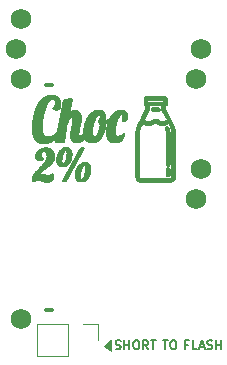
<source format=gbr>
%TF.GenerationSoftware,KiCad,Pcbnew,(7.0.0-0)*%
%TF.CreationDate,2023-02-20T11:28:14-08:00*%
%TF.ProjectId,choc_milk_keyboard,63686f63-5f6d-4696-9c6b-5f6b6579626f,rev?*%
%TF.SameCoordinates,Original*%
%TF.FileFunction,Legend,Top*%
%TF.FilePolarity,Positive*%
%FSLAX46Y46*%
G04 Gerber Fmt 4.6, Leading zero omitted, Abs format (unit mm)*
G04 Created by KiCad (PCBNEW (7.0.0-0)) date 2023-02-20 11:28:14*
%MOMM*%
%LPD*%
G01*
G04 APERTURE LIST*
G04 Aperture macros list*
%AMHorizOval*
0 Thick line with rounded ends*
0 $1 width*
0 $2 $3 position (X,Y) of the first rounded end (center of the circle)*
0 $4 $5 position (X,Y) of the second rounded end (center of the circle)*
0 Add line between two ends*
20,1,$1,$2,$3,$4,$5,0*
0 Add two circle primitives to create the rounded ends*
1,1,$1,$2,$3*
1,1,$1,$4,$5*%
G04 Aperture macros list end*
%ADD10C,0.100000*%
%ADD11C,0.150000*%
%ADD12C,0.200000*%
%ADD13C,0.120000*%
%ADD14HorizOval,0.300000X-0.349987X-0.003054X0.349987X0.003054X0*%
%ADD15C,1.752600*%
G04 APERTURE END LIST*
D10*
G36*
X85230000Y-137530000D02*
G01*
X84581281Y-137091053D01*
X85230000Y-136610000D01*
X85230000Y-137530000D01*
G37*
X85230000Y-137530000D02*
X84581281Y-137091053D01*
X85230000Y-136610000D01*
X85230000Y-137530000D01*
D11*
X85601786Y-137358571D02*
X85708929Y-137394285D01*
X85708929Y-137394285D02*
X85887500Y-137394285D01*
X85887500Y-137394285D02*
X85958929Y-137358571D01*
X85958929Y-137358571D02*
X85994643Y-137322857D01*
X85994643Y-137322857D02*
X86030357Y-137251428D01*
X86030357Y-137251428D02*
X86030357Y-137180000D01*
X86030357Y-137180000D02*
X85994643Y-137108571D01*
X85994643Y-137108571D02*
X85958929Y-137072857D01*
X85958929Y-137072857D02*
X85887500Y-137037142D01*
X85887500Y-137037142D02*
X85744643Y-137001428D01*
X85744643Y-137001428D02*
X85673214Y-136965714D01*
X85673214Y-136965714D02*
X85637500Y-136930000D01*
X85637500Y-136930000D02*
X85601786Y-136858571D01*
X85601786Y-136858571D02*
X85601786Y-136787142D01*
X85601786Y-136787142D02*
X85637500Y-136715714D01*
X85637500Y-136715714D02*
X85673214Y-136680000D01*
X85673214Y-136680000D02*
X85744643Y-136644285D01*
X85744643Y-136644285D02*
X85923214Y-136644285D01*
X85923214Y-136644285D02*
X86030357Y-136680000D01*
X86351786Y-137394285D02*
X86351786Y-136644285D01*
X86351786Y-137001428D02*
X86780357Y-137001428D01*
X86780357Y-137394285D02*
X86780357Y-136644285D01*
X87280357Y-136644285D02*
X87423214Y-136644285D01*
X87423214Y-136644285D02*
X87494643Y-136680000D01*
X87494643Y-136680000D02*
X87566071Y-136751428D01*
X87566071Y-136751428D02*
X87601786Y-136894285D01*
X87601786Y-136894285D02*
X87601786Y-137144285D01*
X87601786Y-137144285D02*
X87566071Y-137287142D01*
X87566071Y-137287142D02*
X87494643Y-137358571D01*
X87494643Y-137358571D02*
X87423214Y-137394285D01*
X87423214Y-137394285D02*
X87280357Y-137394285D01*
X87280357Y-137394285D02*
X87208929Y-137358571D01*
X87208929Y-137358571D02*
X87137500Y-137287142D01*
X87137500Y-137287142D02*
X87101786Y-137144285D01*
X87101786Y-137144285D02*
X87101786Y-136894285D01*
X87101786Y-136894285D02*
X87137500Y-136751428D01*
X87137500Y-136751428D02*
X87208929Y-136680000D01*
X87208929Y-136680000D02*
X87280357Y-136644285D01*
X88351785Y-137394285D02*
X88101785Y-137037142D01*
X87923214Y-137394285D02*
X87923214Y-136644285D01*
X87923214Y-136644285D02*
X88208928Y-136644285D01*
X88208928Y-136644285D02*
X88280357Y-136680000D01*
X88280357Y-136680000D02*
X88316071Y-136715714D01*
X88316071Y-136715714D02*
X88351785Y-136787142D01*
X88351785Y-136787142D02*
X88351785Y-136894285D01*
X88351785Y-136894285D02*
X88316071Y-136965714D01*
X88316071Y-136965714D02*
X88280357Y-137001428D01*
X88280357Y-137001428D02*
X88208928Y-137037142D01*
X88208928Y-137037142D02*
X87923214Y-137037142D01*
X88566071Y-136644285D02*
X88994643Y-136644285D01*
X88780357Y-137394285D02*
X88780357Y-136644285D01*
X89587500Y-136644285D02*
X90016072Y-136644285D01*
X89801786Y-137394285D02*
X89801786Y-136644285D01*
X90408929Y-136644285D02*
X90551786Y-136644285D01*
X90551786Y-136644285D02*
X90623215Y-136680000D01*
X90623215Y-136680000D02*
X90694643Y-136751428D01*
X90694643Y-136751428D02*
X90730358Y-136894285D01*
X90730358Y-136894285D02*
X90730358Y-137144285D01*
X90730358Y-137144285D02*
X90694643Y-137287142D01*
X90694643Y-137287142D02*
X90623215Y-137358571D01*
X90623215Y-137358571D02*
X90551786Y-137394285D01*
X90551786Y-137394285D02*
X90408929Y-137394285D01*
X90408929Y-137394285D02*
X90337501Y-137358571D01*
X90337501Y-137358571D02*
X90266072Y-137287142D01*
X90266072Y-137287142D02*
X90230358Y-137144285D01*
X90230358Y-137144285D02*
X90230358Y-136894285D01*
X90230358Y-136894285D02*
X90266072Y-136751428D01*
X90266072Y-136751428D02*
X90337501Y-136680000D01*
X90337501Y-136680000D02*
X90408929Y-136644285D01*
X91751786Y-137001428D02*
X91501786Y-137001428D01*
X91501786Y-137394285D02*
X91501786Y-136644285D01*
X91501786Y-136644285D02*
X91858929Y-136644285D01*
X92501786Y-137394285D02*
X92144643Y-137394285D01*
X92144643Y-137394285D02*
X92144643Y-136644285D01*
X92716072Y-137180000D02*
X93073215Y-137180000D01*
X92644643Y-137394285D02*
X92894643Y-136644285D01*
X92894643Y-136644285D02*
X93144643Y-137394285D01*
X93358929Y-137358571D02*
X93466072Y-137394285D01*
X93466072Y-137394285D02*
X93644643Y-137394285D01*
X93644643Y-137394285D02*
X93716072Y-137358571D01*
X93716072Y-137358571D02*
X93751786Y-137322857D01*
X93751786Y-137322857D02*
X93787500Y-137251428D01*
X93787500Y-137251428D02*
X93787500Y-137180000D01*
X93787500Y-137180000D02*
X93751786Y-137108571D01*
X93751786Y-137108571D02*
X93716072Y-137072857D01*
X93716072Y-137072857D02*
X93644643Y-137037142D01*
X93644643Y-137037142D02*
X93501786Y-137001428D01*
X93501786Y-137001428D02*
X93430357Y-136965714D01*
X93430357Y-136965714D02*
X93394643Y-136930000D01*
X93394643Y-136930000D02*
X93358929Y-136858571D01*
X93358929Y-136858571D02*
X93358929Y-136787142D01*
X93358929Y-136787142D02*
X93394643Y-136715714D01*
X93394643Y-136715714D02*
X93430357Y-136680000D01*
X93430357Y-136680000D02*
X93501786Y-136644285D01*
X93501786Y-136644285D02*
X93680357Y-136644285D01*
X93680357Y-136644285D02*
X93787500Y-136680000D01*
X94108929Y-137394285D02*
X94108929Y-136644285D01*
X94108929Y-137001428D02*
X94537500Y-137001428D01*
X94537500Y-137394285D02*
X94537500Y-136644285D01*
%TO.C,REF\u002A\u002A*%
G36*
X81392519Y-123175256D02*
G01*
X81121034Y-123175256D01*
X82689622Y-120381677D01*
X82961106Y-120381677D01*
X81392519Y-123175256D01*
G37*
D12*
X81392519Y-123175256D02*
X81121034Y-123175256D01*
X82689622Y-120381677D01*
X82961106Y-120381677D01*
X81392519Y-123175256D01*
G36*
X89219208Y-116973299D02*
G01*
X89225015Y-116973740D01*
X89230737Y-116974467D01*
X89236368Y-116975473D01*
X89241900Y-116976749D01*
X89247325Y-116978290D01*
X89252638Y-116980087D01*
X89257830Y-116982134D01*
X89262895Y-116984423D01*
X89267825Y-116986948D01*
X89272614Y-116989701D01*
X89277253Y-116992674D01*
X89281736Y-116995862D01*
X89286055Y-116999256D01*
X89290204Y-117002849D01*
X89294175Y-117006635D01*
X89297961Y-117010605D01*
X89301555Y-117014754D01*
X89304949Y-117019073D01*
X89308137Y-117023556D01*
X89311111Y-117028195D01*
X89313865Y-117032983D01*
X89316390Y-117037913D01*
X89318680Y-117042979D01*
X89320727Y-117048171D01*
X89322525Y-117053484D01*
X89324066Y-117058911D01*
X89325342Y-117064443D01*
X89326348Y-117070075D01*
X89327075Y-117075798D01*
X89327517Y-117081605D01*
X89327665Y-117087491D01*
X89327517Y-117093376D01*
X89327075Y-117099183D01*
X89326348Y-117104907D01*
X89325342Y-117110538D01*
X89324066Y-117116070D01*
X89322525Y-117121497D01*
X89320727Y-117126810D01*
X89318680Y-117132003D01*
X89316390Y-117137068D01*
X89313865Y-117141998D01*
X89311111Y-117146786D01*
X89308137Y-117151425D01*
X89304949Y-117155908D01*
X89301555Y-117160227D01*
X89297961Y-117164376D01*
X89294175Y-117168346D01*
X89290204Y-117172132D01*
X89286055Y-117175725D01*
X89281736Y-117179119D01*
X89277253Y-117182307D01*
X89272614Y-117185281D01*
X89267825Y-117188033D01*
X89262895Y-117190558D01*
X89257830Y-117192847D01*
X89252638Y-117194894D01*
X89247325Y-117196692D01*
X89241900Y-117198232D01*
X89236368Y-117199509D01*
X89230737Y-117200514D01*
X89225015Y-117201241D01*
X89219208Y-117201682D01*
X89213325Y-117201831D01*
X88782200Y-117201831D01*
X88776316Y-117201682D01*
X88770510Y-117201241D01*
X88764788Y-117200514D01*
X88759157Y-117199509D01*
X88753625Y-117198232D01*
X88748199Y-117196692D01*
X88742887Y-117194894D01*
X88737694Y-117192847D01*
X88732630Y-117190558D01*
X88727700Y-117188033D01*
X88722911Y-117185281D01*
X88718272Y-117182307D01*
X88713789Y-117179119D01*
X88709470Y-117175725D01*
X88705321Y-117172132D01*
X88701350Y-117168346D01*
X88697564Y-117164376D01*
X88693970Y-117160227D01*
X88690576Y-117155908D01*
X88687388Y-117151425D01*
X88684414Y-117146786D01*
X88681661Y-117141998D01*
X88679136Y-117137068D01*
X88676846Y-117132003D01*
X88674798Y-117126810D01*
X88673001Y-117121497D01*
X88671460Y-117116070D01*
X88670183Y-117110538D01*
X88669178Y-117104907D01*
X88668450Y-117099183D01*
X88668009Y-117093376D01*
X88667860Y-117087491D01*
X88668009Y-117081605D01*
X88668450Y-117075798D01*
X88669178Y-117070075D01*
X88670183Y-117064443D01*
X88671460Y-117058911D01*
X88673001Y-117053484D01*
X88674798Y-117048171D01*
X88676846Y-117042979D01*
X88679136Y-117037913D01*
X88681661Y-117032983D01*
X88684414Y-117028195D01*
X88687388Y-117023556D01*
X88690576Y-117019073D01*
X88693970Y-117014754D01*
X88697564Y-117010605D01*
X88701350Y-117006635D01*
X88705321Y-117002849D01*
X88709470Y-116999256D01*
X88713789Y-116995862D01*
X88718272Y-116992674D01*
X88722911Y-116989701D01*
X88727700Y-116986948D01*
X88732630Y-116984423D01*
X88737694Y-116982134D01*
X88742887Y-116980087D01*
X88748199Y-116978290D01*
X88753625Y-116976749D01*
X88759157Y-116975473D01*
X88764788Y-116974467D01*
X88770510Y-116973740D01*
X88776316Y-116973299D01*
X88782200Y-116973150D01*
X89213325Y-116973150D01*
X89219208Y-116973299D01*
G37*
X89219208Y-116973299D02*
X89225015Y-116973740D01*
X89230737Y-116974467D01*
X89236368Y-116975473D01*
X89241900Y-116976749D01*
X89247325Y-116978290D01*
X89252638Y-116980087D01*
X89257830Y-116982134D01*
X89262895Y-116984423D01*
X89267825Y-116986948D01*
X89272614Y-116989701D01*
X89277253Y-116992674D01*
X89281736Y-116995862D01*
X89286055Y-116999256D01*
X89290204Y-117002849D01*
X89294175Y-117006635D01*
X89297961Y-117010605D01*
X89301555Y-117014754D01*
X89304949Y-117019073D01*
X89308137Y-117023556D01*
X89311111Y-117028195D01*
X89313865Y-117032983D01*
X89316390Y-117037913D01*
X89318680Y-117042979D01*
X89320727Y-117048171D01*
X89322525Y-117053484D01*
X89324066Y-117058911D01*
X89325342Y-117064443D01*
X89326348Y-117070075D01*
X89327075Y-117075798D01*
X89327517Y-117081605D01*
X89327665Y-117087491D01*
X89327517Y-117093376D01*
X89327075Y-117099183D01*
X89326348Y-117104907D01*
X89325342Y-117110538D01*
X89324066Y-117116070D01*
X89322525Y-117121497D01*
X89320727Y-117126810D01*
X89318680Y-117132003D01*
X89316390Y-117137068D01*
X89313865Y-117141998D01*
X89311111Y-117146786D01*
X89308137Y-117151425D01*
X89304949Y-117155908D01*
X89301555Y-117160227D01*
X89297961Y-117164376D01*
X89294175Y-117168346D01*
X89290204Y-117172132D01*
X89286055Y-117175725D01*
X89281736Y-117179119D01*
X89277253Y-117182307D01*
X89272614Y-117185281D01*
X89267825Y-117188033D01*
X89262895Y-117190558D01*
X89257830Y-117192847D01*
X89252638Y-117194894D01*
X89247325Y-117196692D01*
X89241900Y-117198232D01*
X89236368Y-117199509D01*
X89230737Y-117200514D01*
X89225015Y-117201241D01*
X89219208Y-117201682D01*
X89213325Y-117201831D01*
X88782200Y-117201831D01*
X88776316Y-117201682D01*
X88770510Y-117201241D01*
X88764788Y-117200514D01*
X88759157Y-117199509D01*
X88753625Y-117198232D01*
X88748199Y-117196692D01*
X88742887Y-117194894D01*
X88737694Y-117192847D01*
X88732630Y-117190558D01*
X88727700Y-117188033D01*
X88722911Y-117185281D01*
X88718272Y-117182307D01*
X88713789Y-117179119D01*
X88709470Y-117175725D01*
X88705321Y-117172132D01*
X88701350Y-117168346D01*
X88697564Y-117164376D01*
X88693970Y-117160227D01*
X88690576Y-117155908D01*
X88687388Y-117151425D01*
X88684414Y-117146786D01*
X88681661Y-117141998D01*
X88679136Y-117137068D01*
X88676846Y-117132003D01*
X88674798Y-117126810D01*
X88673001Y-117121497D01*
X88671460Y-117116070D01*
X88670183Y-117110538D01*
X88669178Y-117104907D01*
X88668450Y-117099183D01*
X88668009Y-117093376D01*
X88667860Y-117087491D01*
X88668009Y-117081605D01*
X88668450Y-117075798D01*
X88669178Y-117070075D01*
X88670183Y-117064443D01*
X88671460Y-117058911D01*
X88673001Y-117053484D01*
X88674798Y-117048171D01*
X88676846Y-117042979D01*
X88679136Y-117037913D01*
X88681661Y-117032983D01*
X88684414Y-117028195D01*
X88687388Y-117023556D01*
X88690576Y-117019073D01*
X88693970Y-117014754D01*
X88697564Y-117010605D01*
X88701350Y-117006635D01*
X88705321Y-117002849D01*
X88709470Y-116999256D01*
X88713789Y-116995862D01*
X88718272Y-116992674D01*
X88722911Y-116989701D01*
X88727700Y-116986948D01*
X88732630Y-116984423D01*
X88737694Y-116982134D01*
X88742887Y-116980087D01*
X88748199Y-116978290D01*
X88753625Y-116976749D01*
X88759157Y-116975473D01*
X88764788Y-116974467D01*
X88770510Y-116973740D01*
X88776316Y-116973299D01*
X88782200Y-116973150D01*
X89213325Y-116973150D01*
X89219208Y-116973299D01*
G36*
X90060770Y-122080505D02*
G01*
X90066576Y-122080946D01*
X90072298Y-122081673D01*
X90077929Y-122082678D01*
X90083460Y-122083955D01*
X90088886Y-122085495D01*
X90094199Y-122087293D01*
X90099391Y-122089340D01*
X90104456Y-122091629D01*
X90109386Y-122094154D01*
X90114174Y-122096906D01*
X90118813Y-122099880D01*
X90123296Y-122103067D01*
X90127616Y-122106461D01*
X90131765Y-122110055D01*
X90135736Y-122113840D01*
X90139522Y-122117811D01*
X90143115Y-122121960D01*
X90146510Y-122126279D01*
X90149698Y-122130762D01*
X90152672Y-122135401D01*
X90155425Y-122140189D01*
X90157950Y-122145119D01*
X90160240Y-122150184D01*
X90162287Y-122155377D01*
X90164085Y-122160690D01*
X90165626Y-122166116D01*
X90166903Y-122171649D01*
X90167908Y-122177280D01*
X90168635Y-122183003D01*
X90169077Y-122188811D01*
X90169226Y-122194696D01*
X90169226Y-122652058D01*
X90169077Y-122657943D01*
X90168635Y-122663751D01*
X90167908Y-122669474D01*
X90166903Y-122675105D01*
X90165626Y-122680638D01*
X90164085Y-122686064D01*
X90162287Y-122691377D01*
X90160240Y-122696570D01*
X90157950Y-122701635D01*
X90155425Y-122706565D01*
X90152672Y-122711354D01*
X90149698Y-122715993D01*
X90146510Y-122720475D01*
X90143115Y-122724795D01*
X90139522Y-122728943D01*
X90135736Y-122732914D01*
X90131765Y-122736699D01*
X90127616Y-122740293D01*
X90123296Y-122743687D01*
X90118813Y-122746874D01*
X90114174Y-122749848D01*
X90109386Y-122752601D01*
X90104456Y-122755125D01*
X90099391Y-122757415D01*
X90094199Y-122759462D01*
X90088886Y-122761259D01*
X90083460Y-122762799D01*
X90077929Y-122764076D01*
X90072298Y-122765081D01*
X90066576Y-122765808D01*
X90060770Y-122766250D01*
X90054886Y-122766398D01*
X90049002Y-122766250D01*
X90043196Y-122765808D01*
X90037473Y-122765081D01*
X90031843Y-122764076D01*
X90026311Y-122762799D01*
X90020885Y-122761259D01*
X90015573Y-122759462D01*
X90010380Y-122757415D01*
X90005315Y-122755125D01*
X90000385Y-122752601D01*
X89995597Y-122749848D01*
X89990958Y-122746874D01*
X89986475Y-122743687D01*
X89982155Y-122740293D01*
X89978007Y-122736699D01*
X89974036Y-122732914D01*
X89970250Y-122728943D01*
X89966656Y-122724795D01*
X89963261Y-122720475D01*
X89960073Y-122715993D01*
X89957099Y-122711354D01*
X89954346Y-122706565D01*
X89951821Y-122701635D01*
X89949531Y-122696570D01*
X89947484Y-122691377D01*
X89945686Y-122686064D01*
X89944145Y-122680638D01*
X89942868Y-122675105D01*
X89941863Y-122669474D01*
X89941136Y-122663751D01*
X89940694Y-122657943D01*
X89940545Y-122652058D01*
X89940545Y-122194696D01*
X89940694Y-122188811D01*
X89941136Y-122183003D01*
X89941863Y-122177280D01*
X89942868Y-122171649D01*
X89944145Y-122166116D01*
X89945686Y-122160690D01*
X89947484Y-122155377D01*
X89949531Y-122150184D01*
X89951821Y-122145119D01*
X89954346Y-122140189D01*
X89957099Y-122135401D01*
X89960073Y-122130762D01*
X89963261Y-122126279D01*
X89966656Y-122121960D01*
X89970250Y-122117811D01*
X89974036Y-122113840D01*
X89978007Y-122110055D01*
X89982155Y-122106461D01*
X89986475Y-122103067D01*
X89990958Y-122099880D01*
X89995597Y-122096906D01*
X90000385Y-122094154D01*
X90005315Y-122091629D01*
X90010380Y-122089340D01*
X90015573Y-122087293D01*
X90020885Y-122085495D01*
X90026311Y-122083955D01*
X90031843Y-122082678D01*
X90037473Y-122081673D01*
X90043196Y-122080946D01*
X90049002Y-122080505D01*
X90054886Y-122080356D01*
X90060770Y-122080505D01*
G37*
X90060770Y-122080505D02*
X90066576Y-122080946D01*
X90072298Y-122081673D01*
X90077929Y-122082678D01*
X90083460Y-122083955D01*
X90088886Y-122085495D01*
X90094199Y-122087293D01*
X90099391Y-122089340D01*
X90104456Y-122091629D01*
X90109386Y-122094154D01*
X90114174Y-122096906D01*
X90118813Y-122099880D01*
X90123296Y-122103067D01*
X90127616Y-122106461D01*
X90131765Y-122110055D01*
X90135736Y-122113840D01*
X90139522Y-122117811D01*
X90143115Y-122121960D01*
X90146510Y-122126279D01*
X90149698Y-122130762D01*
X90152672Y-122135401D01*
X90155425Y-122140189D01*
X90157950Y-122145119D01*
X90160240Y-122150184D01*
X90162287Y-122155377D01*
X90164085Y-122160690D01*
X90165626Y-122166116D01*
X90166903Y-122171649D01*
X90167908Y-122177280D01*
X90168635Y-122183003D01*
X90169077Y-122188811D01*
X90169226Y-122194696D01*
X90169226Y-122652058D01*
X90169077Y-122657943D01*
X90168635Y-122663751D01*
X90167908Y-122669474D01*
X90166903Y-122675105D01*
X90165626Y-122680638D01*
X90164085Y-122686064D01*
X90162287Y-122691377D01*
X90160240Y-122696570D01*
X90157950Y-122701635D01*
X90155425Y-122706565D01*
X90152672Y-122711354D01*
X90149698Y-122715993D01*
X90146510Y-122720475D01*
X90143115Y-122724795D01*
X90139522Y-122728943D01*
X90135736Y-122732914D01*
X90131765Y-122736699D01*
X90127616Y-122740293D01*
X90123296Y-122743687D01*
X90118813Y-122746874D01*
X90114174Y-122749848D01*
X90109386Y-122752601D01*
X90104456Y-122755125D01*
X90099391Y-122757415D01*
X90094199Y-122759462D01*
X90088886Y-122761259D01*
X90083460Y-122762799D01*
X90077929Y-122764076D01*
X90072298Y-122765081D01*
X90066576Y-122765808D01*
X90060770Y-122766250D01*
X90054886Y-122766398D01*
X90049002Y-122766250D01*
X90043196Y-122765808D01*
X90037473Y-122765081D01*
X90031843Y-122764076D01*
X90026311Y-122762799D01*
X90020885Y-122761259D01*
X90015573Y-122759462D01*
X90010380Y-122757415D01*
X90005315Y-122755125D01*
X90000385Y-122752601D01*
X89995597Y-122749848D01*
X89990958Y-122746874D01*
X89986475Y-122743687D01*
X89982155Y-122740293D01*
X89978007Y-122736699D01*
X89974036Y-122732914D01*
X89970250Y-122728943D01*
X89966656Y-122724795D01*
X89963261Y-122720475D01*
X89960073Y-122715993D01*
X89957099Y-122711354D01*
X89954346Y-122706565D01*
X89951821Y-122701635D01*
X89949531Y-122696570D01*
X89947484Y-122691377D01*
X89945686Y-122686064D01*
X89944145Y-122680638D01*
X89942868Y-122675105D01*
X89941863Y-122669474D01*
X89941136Y-122663751D01*
X89940694Y-122657943D01*
X89940545Y-122652058D01*
X89940545Y-122194696D01*
X89940694Y-122188811D01*
X89941136Y-122183003D01*
X89941863Y-122177280D01*
X89942868Y-122171649D01*
X89944145Y-122166116D01*
X89945686Y-122160690D01*
X89947484Y-122155377D01*
X89949531Y-122150184D01*
X89951821Y-122145119D01*
X89954346Y-122140189D01*
X89957099Y-122135401D01*
X89960073Y-122130762D01*
X89963261Y-122126279D01*
X89966656Y-122121960D01*
X89970250Y-122117811D01*
X89974036Y-122113840D01*
X89978007Y-122110055D01*
X89982155Y-122106461D01*
X89986475Y-122103067D01*
X89990958Y-122099880D01*
X89995597Y-122096906D01*
X90000385Y-122094154D01*
X90005315Y-122091629D01*
X90010380Y-122089340D01*
X90015573Y-122087293D01*
X90020885Y-122085495D01*
X90026311Y-122083955D01*
X90031843Y-122082678D01*
X90037473Y-122081673D01*
X90043196Y-122080946D01*
X90049002Y-122080505D01*
X90054886Y-122080356D01*
X90060770Y-122080505D01*
G36*
X89969912Y-118574516D02*
G01*
X89975427Y-118574816D01*
X89980909Y-118575381D01*
X89986347Y-118576206D01*
X89991732Y-118577290D01*
X89997055Y-118578628D01*
X90002306Y-118580218D01*
X90007475Y-118582057D01*
X90012552Y-118584140D01*
X90017529Y-118586466D01*
X90022395Y-118589031D01*
X90027140Y-118591832D01*
X90031755Y-118594865D01*
X90036231Y-118598127D01*
X90040557Y-118601616D01*
X90044725Y-118605328D01*
X90048724Y-118609260D01*
X90052545Y-118613409D01*
X90056177Y-118617771D01*
X90059613Y-118622343D01*
X90062841Y-118627123D01*
X90065852Y-118632107D01*
X90068637Y-118637291D01*
X90078133Y-118657375D01*
X90087535Y-118679706D01*
X90096772Y-118703984D01*
X90105771Y-118729906D01*
X90114463Y-118757173D01*
X90122774Y-118785485D01*
X90137969Y-118844036D01*
X90150785Y-118903154D01*
X90156121Y-118932173D01*
X90160648Y-118960432D01*
X90164293Y-118987630D01*
X90166986Y-119013465D01*
X90168654Y-119037638D01*
X90169226Y-119059847D01*
X90169226Y-121737335D01*
X90169077Y-121743220D01*
X90168635Y-121749027D01*
X90167908Y-121754751D01*
X90166903Y-121760382D01*
X90165626Y-121765915D01*
X90164085Y-121771341D01*
X90162287Y-121776654D01*
X90160240Y-121781847D01*
X90157950Y-121786912D01*
X90155425Y-121791842D01*
X90152672Y-121796630D01*
X90149698Y-121801269D01*
X90146510Y-121805752D01*
X90143115Y-121810071D01*
X90139522Y-121814220D01*
X90135736Y-121818190D01*
X90131765Y-121821976D01*
X90127616Y-121825569D01*
X90123296Y-121828964D01*
X90118813Y-121832151D01*
X90114174Y-121835125D01*
X90109386Y-121837877D01*
X90104456Y-121840402D01*
X90099391Y-121842691D01*
X90094199Y-121844738D01*
X90088886Y-121846536D01*
X90083460Y-121848076D01*
X90077929Y-121849352D01*
X90072298Y-121850358D01*
X90066576Y-121851085D01*
X90060770Y-121851526D01*
X90054886Y-121851675D01*
X90049002Y-121851526D01*
X90043196Y-121851085D01*
X90037473Y-121850358D01*
X90031843Y-121849352D01*
X90026311Y-121848076D01*
X90020885Y-121846536D01*
X90015573Y-121844738D01*
X90010380Y-121842691D01*
X90005315Y-121840402D01*
X90000385Y-121837877D01*
X89995597Y-121835125D01*
X89990958Y-121832151D01*
X89986475Y-121828964D01*
X89982155Y-121825569D01*
X89978007Y-121821976D01*
X89974036Y-121818190D01*
X89970250Y-121814220D01*
X89966656Y-121810071D01*
X89963261Y-121805752D01*
X89960073Y-121801269D01*
X89957099Y-121796630D01*
X89954346Y-121791842D01*
X89951821Y-121786912D01*
X89949531Y-121781847D01*
X89947484Y-121776654D01*
X89945686Y-121771341D01*
X89944145Y-121765915D01*
X89942868Y-121760382D01*
X89941863Y-121754751D01*
X89941136Y-121749027D01*
X89940694Y-121743220D01*
X89940545Y-121737335D01*
X89940545Y-119059847D01*
X89940074Y-119044277D01*
X89938706Y-119026753D01*
X89936511Y-119007568D01*
X89933560Y-118987014D01*
X89925665Y-118942976D01*
X89915579Y-118896983D01*
X89903860Y-118851379D01*
X89891066Y-118808509D01*
X89884441Y-118788832D01*
X89877756Y-118770718D01*
X89871081Y-118754460D01*
X89864486Y-118740350D01*
X89861968Y-118735030D01*
X89859746Y-118729647D01*
X89857818Y-118724210D01*
X89856179Y-118718730D01*
X89854826Y-118713216D01*
X89853757Y-118707678D01*
X89852969Y-118702125D01*
X89852457Y-118696567D01*
X89852220Y-118691013D01*
X89852253Y-118685474D01*
X89852554Y-118679958D01*
X89853119Y-118674476D01*
X89853945Y-118669038D01*
X89855029Y-118663652D01*
X89856368Y-118658329D01*
X89857959Y-118653078D01*
X89859798Y-118647908D01*
X89861882Y-118642831D01*
X89864209Y-118637854D01*
X89866774Y-118632988D01*
X89869576Y-118628243D01*
X89872609Y-118623627D01*
X89875873Y-118619152D01*
X89879362Y-118614826D01*
X89883074Y-118610658D01*
X89887007Y-118606660D01*
X89891156Y-118602840D01*
X89895518Y-118599208D01*
X89900091Y-118595773D01*
X89904871Y-118592546D01*
X89909855Y-118589536D01*
X89915039Y-118586753D01*
X89920359Y-118584235D01*
X89925742Y-118582013D01*
X89931178Y-118580084D01*
X89936658Y-118578445D01*
X89942172Y-118577092D01*
X89947710Y-118576023D01*
X89953263Y-118575234D01*
X89958820Y-118574722D01*
X89964374Y-118574484D01*
X89969912Y-118574516D01*
G37*
X89969912Y-118574516D02*
X89975427Y-118574816D01*
X89980909Y-118575381D01*
X89986347Y-118576206D01*
X89991732Y-118577290D01*
X89997055Y-118578628D01*
X90002306Y-118580218D01*
X90007475Y-118582057D01*
X90012552Y-118584140D01*
X90017529Y-118586466D01*
X90022395Y-118589031D01*
X90027140Y-118591832D01*
X90031755Y-118594865D01*
X90036231Y-118598127D01*
X90040557Y-118601616D01*
X90044725Y-118605328D01*
X90048724Y-118609260D01*
X90052545Y-118613409D01*
X90056177Y-118617771D01*
X90059613Y-118622343D01*
X90062841Y-118627123D01*
X90065852Y-118632107D01*
X90068637Y-118637291D01*
X90078133Y-118657375D01*
X90087535Y-118679706D01*
X90096772Y-118703984D01*
X90105771Y-118729906D01*
X90114463Y-118757173D01*
X90122774Y-118785485D01*
X90137969Y-118844036D01*
X90150785Y-118903154D01*
X90156121Y-118932173D01*
X90160648Y-118960432D01*
X90164293Y-118987630D01*
X90166986Y-119013465D01*
X90168654Y-119037638D01*
X90169226Y-119059847D01*
X90169226Y-121737335D01*
X90169077Y-121743220D01*
X90168635Y-121749027D01*
X90167908Y-121754751D01*
X90166903Y-121760382D01*
X90165626Y-121765915D01*
X90164085Y-121771341D01*
X90162287Y-121776654D01*
X90160240Y-121781847D01*
X90157950Y-121786912D01*
X90155425Y-121791842D01*
X90152672Y-121796630D01*
X90149698Y-121801269D01*
X90146510Y-121805752D01*
X90143115Y-121810071D01*
X90139522Y-121814220D01*
X90135736Y-121818190D01*
X90131765Y-121821976D01*
X90127616Y-121825569D01*
X90123296Y-121828964D01*
X90118813Y-121832151D01*
X90114174Y-121835125D01*
X90109386Y-121837877D01*
X90104456Y-121840402D01*
X90099391Y-121842691D01*
X90094199Y-121844738D01*
X90088886Y-121846536D01*
X90083460Y-121848076D01*
X90077929Y-121849352D01*
X90072298Y-121850358D01*
X90066576Y-121851085D01*
X90060770Y-121851526D01*
X90054886Y-121851675D01*
X90049002Y-121851526D01*
X90043196Y-121851085D01*
X90037473Y-121850358D01*
X90031843Y-121849352D01*
X90026311Y-121848076D01*
X90020885Y-121846536D01*
X90015573Y-121844738D01*
X90010380Y-121842691D01*
X90005315Y-121840402D01*
X90000385Y-121837877D01*
X89995597Y-121835125D01*
X89990958Y-121832151D01*
X89986475Y-121828964D01*
X89982155Y-121825569D01*
X89978007Y-121821976D01*
X89974036Y-121818190D01*
X89970250Y-121814220D01*
X89966656Y-121810071D01*
X89963261Y-121805752D01*
X89960073Y-121801269D01*
X89957099Y-121796630D01*
X89954346Y-121791842D01*
X89951821Y-121786912D01*
X89949531Y-121781847D01*
X89947484Y-121776654D01*
X89945686Y-121771341D01*
X89944145Y-121765915D01*
X89942868Y-121760382D01*
X89941863Y-121754751D01*
X89941136Y-121749027D01*
X89940694Y-121743220D01*
X89940545Y-121737335D01*
X89940545Y-119059847D01*
X89940074Y-119044277D01*
X89938706Y-119026753D01*
X89936511Y-119007568D01*
X89933560Y-118987014D01*
X89925665Y-118942976D01*
X89915579Y-118896983D01*
X89903860Y-118851379D01*
X89891066Y-118808509D01*
X89884441Y-118788832D01*
X89877756Y-118770718D01*
X89871081Y-118754460D01*
X89864486Y-118740350D01*
X89861968Y-118735030D01*
X89859746Y-118729647D01*
X89857818Y-118724210D01*
X89856179Y-118718730D01*
X89854826Y-118713216D01*
X89853757Y-118707678D01*
X89852969Y-118702125D01*
X89852457Y-118696567D01*
X89852220Y-118691013D01*
X89852253Y-118685474D01*
X89852554Y-118679958D01*
X89853119Y-118674476D01*
X89853945Y-118669038D01*
X89855029Y-118663652D01*
X89856368Y-118658329D01*
X89857959Y-118653078D01*
X89859798Y-118647908D01*
X89861882Y-118642831D01*
X89864209Y-118637854D01*
X89866774Y-118632988D01*
X89869576Y-118628243D01*
X89872609Y-118623627D01*
X89875873Y-118619152D01*
X89879362Y-118614826D01*
X89883074Y-118610658D01*
X89887007Y-118606660D01*
X89891156Y-118602840D01*
X89895518Y-118599208D01*
X89900091Y-118595773D01*
X89904871Y-118592546D01*
X89909855Y-118589536D01*
X89915039Y-118586753D01*
X89920359Y-118584235D01*
X89925742Y-118582013D01*
X89931178Y-118580084D01*
X89936658Y-118578445D01*
X89942172Y-118577092D01*
X89947710Y-118576023D01*
X89953263Y-118575234D01*
X89958820Y-118574722D01*
X89964374Y-118574484D01*
X89969912Y-118574516D01*
G36*
X82248067Y-122736901D02*
G01*
X82591584Y-122736901D01*
X82592056Y-122775501D01*
X82593470Y-122811431D01*
X82595826Y-122844691D01*
X82599126Y-122875282D01*
X82603367Y-122903203D01*
X82608551Y-122928455D01*
X82611497Y-122940079D01*
X82614678Y-122951036D01*
X82618095Y-122961326D01*
X82621747Y-122970948D01*
X82626137Y-122979945D01*
X82630822Y-122988361D01*
X82635801Y-122996196D01*
X82641074Y-123003451D01*
X82643821Y-123006861D01*
X82646642Y-123010125D01*
X82649536Y-123013245D01*
X82652504Y-123016219D01*
X82655546Y-123019048D01*
X82658661Y-123021733D01*
X82661850Y-123024272D01*
X82665113Y-123026666D01*
X82668449Y-123028914D01*
X82671858Y-123031018D01*
X82675342Y-123032977D01*
X82678899Y-123034790D01*
X82682529Y-123036459D01*
X82686234Y-123037982D01*
X82690012Y-123039360D01*
X82693863Y-123040593D01*
X82697788Y-123041681D01*
X82701787Y-123042624D01*
X82705860Y-123043422D01*
X82710006Y-123044075D01*
X82714225Y-123044583D01*
X82718519Y-123044945D01*
X82727327Y-123045236D01*
X82733442Y-123045101D01*
X82739536Y-123044699D01*
X82745608Y-123044028D01*
X82751658Y-123043088D01*
X82757685Y-123041880D01*
X82763691Y-123040404D01*
X82769674Y-123038659D01*
X82775636Y-123036645D01*
X82781575Y-123034364D01*
X82787492Y-123031813D01*
X82799260Y-123025908D01*
X82810941Y-123018928D01*
X82822532Y-123010875D01*
X82834036Y-123001748D01*
X82845451Y-122991547D01*
X82856778Y-122980272D01*
X82868016Y-122967924D01*
X82879167Y-122954501D01*
X82890229Y-122940005D01*
X82901202Y-122924436D01*
X82912088Y-122907792D01*
X82922795Y-122890262D01*
X82933238Y-122872036D01*
X82943416Y-122853113D01*
X82953328Y-122833494D01*
X82962976Y-122813178D01*
X82972358Y-122792166D01*
X82981475Y-122770458D01*
X82990327Y-122748052D01*
X82998914Y-122724951D01*
X83007236Y-122701153D01*
X83015293Y-122676658D01*
X83023084Y-122651466D01*
X83030611Y-122625578D01*
X83037872Y-122598993D01*
X83051599Y-122543733D01*
X83063972Y-122486559D01*
X83074695Y-122428340D01*
X83083769Y-122369077D01*
X83091192Y-122308769D01*
X83096966Y-122247416D01*
X83101091Y-122185019D01*
X83103565Y-122121578D01*
X83104390Y-122057092D01*
X83103978Y-122021277D01*
X83102740Y-121988132D01*
X83100678Y-121957658D01*
X83097791Y-121929855D01*
X83094079Y-121904722D01*
X83089543Y-121882260D01*
X83086965Y-121872030D01*
X83084182Y-121862468D01*
X83081192Y-121853573D01*
X83077996Y-121845345D01*
X83074550Y-121837697D01*
X83070808Y-121830542D01*
X83068827Y-121827150D01*
X83066773Y-121823881D01*
X83064644Y-121820736D01*
X83062442Y-121817714D01*
X83060167Y-121814815D01*
X83057817Y-121812039D01*
X83055395Y-121809387D01*
X83052898Y-121806859D01*
X83050328Y-121804453D01*
X83047684Y-121802171D01*
X83044967Y-121800013D01*
X83042175Y-121797977D01*
X83039311Y-121796065D01*
X83036372Y-121794277D01*
X83033360Y-121792612D01*
X83030274Y-121791070D01*
X83027115Y-121789651D01*
X83023882Y-121788356D01*
X83020575Y-121787185D01*
X83017195Y-121786136D01*
X83013741Y-121785211D01*
X83010213Y-121784409D01*
X83006612Y-121783731D01*
X83002937Y-121783176D01*
X82999188Y-121782744D01*
X82995366Y-121782436D01*
X82987500Y-121782189D01*
X82981609Y-121782327D01*
X82975717Y-121782741D01*
X82969826Y-121783430D01*
X82963934Y-121784395D01*
X82958042Y-121785636D01*
X82952151Y-121787152D01*
X82946259Y-121788945D01*
X82940367Y-121791012D01*
X82934476Y-121793356D01*
X82928584Y-121795975D01*
X82916800Y-121802041D01*
X82905017Y-121809210D01*
X82893233Y-121817481D01*
X82881450Y-121826855D01*
X82869666Y-121837332D01*
X82857883Y-121848911D01*
X82846100Y-121861593D01*
X82834316Y-121875378D01*
X82822533Y-121890266D01*
X82810750Y-121906256D01*
X82798967Y-121923348D01*
X82787773Y-121940864D01*
X82776814Y-121959047D01*
X82766092Y-121977897D01*
X82755605Y-121997415D01*
X82745354Y-122017600D01*
X82735338Y-122038452D01*
X82725558Y-122059972D01*
X82716014Y-122082160D01*
X82706705Y-122105015D01*
X82697632Y-122128537D01*
X82688794Y-122152728D01*
X82680192Y-122177585D01*
X82671826Y-122203111D01*
X82663696Y-122229303D01*
X82648141Y-122283692D01*
X82634886Y-122339532D01*
X82623397Y-122395604D01*
X82613677Y-122451908D01*
X82605723Y-122508443D01*
X82599538Y-122565210D01*
X82595119Y-122622208D01*
X82592468Y-122679439D01*
X82591584Y-122736901D01*
X82248067Y-122736901D01*
X82246367Y-122711062D01*
X82245107Y-122678090D01*
X82244687Y-122644036D01*
X82245085Y-122609383D01*
X82246278Y-122575078D01*
X82248267Y-122541122D01*
X82251050Y-122507514D01*
X82254629Y-122474254D01*
X82259004Y-122441343D01*
X82264174Y-122408780D01*
X82270139Y-122376565D01*
X82276900Y-122344698D01*
X82284456Y-122313180D01*
X82292807Y-122282011D01*
X82301954Y-122251189D01*
X82311896Y-122220716D01*
X82322633Y-122190591D01*
X82334166Y-122160815D01*
X82346494Y-122131387D01*
X82359500Y-122102523D01*
X82373066Y-122074443D01*
X82387192Y-122047147D01*
X82401877Y-122020635D01*
X82417122Y-121994906D01*
X82432926Y-121969961D01*
X82449291Y-121945800D01*
X82466214Y-121922422D01*
X82483698Y-121899828D01*
X82501741Y-121878018D01*
X82520344Y-121856991D01*
X82539507Y-121836748D01*
X82559229Y-121817289D01*
X82579511Y-121798613D01*
X82600353Y-121780720D01*
X82621755Y-121763612D01*
X82644039Y-121746968D01*
X82666588Y-121731398D01*
X82689403Y-121716902D01*
X82712483Y-121703480D01*
X82735828Y-121691132D01*
X82759438Y-121679857D01*
X82783314Y-121669656D01*
X82807454Y-121660529D01*
X82831860Y-121652476D01*
X82856531Y-121645496D01*
X82881467Y-121639590D01*
X82906669Y-121634758D01*
X82932135Y-121631000D01*
X82957867Y-121628316D01*
X82983863Y-121626705D01*
X83010125Y-121626168D01*
X83037036Y-121626720D01*
X83063092Y-121628374D01*
X83088294Y-121631131D01*
X83112641Y-121634990D01*
X83136134Y-121639953D01*
X83158772Y-121646018D01*
X83180557Y-121653186D01*
X83201487Y-121661457D01*
X83221562Y-121670831D01*
X83240784Y-121681307D01*
X83259151Y-121692887D01*
X83276664Y-121705569D01*
X83293323Y-121719354D01*
X83309127Y-121734242D01*
X83324078Y-121750233D01*
X83338174Y-121767327D01*
X83351416Y-121785045D01*
X83363804Y-121803836D01*
X83375337Y-121823701D01*
X83386016Y-121844641D01*
X83395841Y-121866654D01*
X83404811Y-121889741D01*
X83412927Y-121913902D01*
X83420189Y-121939137D01*
X83426596Y-121965446D01*
X83432149Y-121992829D01*
X83436847Y-122021286D01*
X83440692Y-122050817D01*
X83443682Y-122081422D01*
X83445818Y-122113101D01*
X83447099Y-122145854D01*
X83447526Y-122179681D01*
X83447114Y-122213883D01*
X83445876Y-122247767D01*
X83443814Y-122281331D01*
X83440927Y-122314577D01*
X83437215Y-122347503D01*
X83432679Y-122380109D01*
X83427317Y-122412397D01*
X83421131Y-122444365D01*
X83414120Y-122476015D01*
X83406284Y-122507345D01*
X83397623Y-122538356D01*
X83388137Y-122569047D01*
X83377827Y-122599420D01*
X83366692Y-122629473D01*
X83354732Y-122659207D01*
X83341947Y-122688622D01*
X83328926Y-122717499D01*
X83315317Y-122745621D01*
X83301118Y-122772989D01*
X83286330Y-122799603D01*
X83270953Y-122825462D01*
X83254986Y-122850566D01*
X83238431Y-122874916D01*
X83221286Y-122898512D01*
X83203553Y-122921353D01*
X83185230Y-122943439D01*
X83166318Y-122964771D01*
X83146817Y-122985349D01*
X83126726Y-123005172D01*
X83106047Y-123024240D01*
X83084778Y-123042554D01*
X83062921Y-123060113D01*
X83040636Y-123076756D01*
X83018086Y-123092326D01*
X82995271Y-123106822D01*
X82972191Y-123120244D01*
X82948845Y-123132593D01*
X82925235Y-123143868D01*
X82901359Y-123154068D01*
X82877218Y-123163195D01*
X82852812Y-123171249D01*
X82828141Y-123178228D01*
X82803204Y-123184134D01*
X82778003Y-123188966D01*
X82752537Y-123192724D01*
X82726805Y-123195409D01*
X82700808Y-123197019D01*
X82674546Y-123197556D01*
X82674539Y-123197549D01*
X82648092Y-123197008D01*
X82622486Y-123195387D01*
X82597719Y-123192684D01*
X82573791Y-123188900D01*
X82550703Y-123184035D01*
X82528455Y-123178089D01*
X82507046Y-123171062D01*
X82486477Y-123162954D01*
X82466748Y-123153764D01*
X82447858Y-123143494D01*
X82429807Y-123132142D01*
X82412596Y-123119710D01*
X82396225Y-123106196D01*
X82380694Y-123091601D01*
X82366001Y-123075926D01*
X82352149Y-123059169D01*
X82339136Y-123041331D01*
X82326962Y-123022412D01*
X82315629Y-123002412D01*
X82305134Y-122981331D01*
X82295480Y-122959169D01*
X82286664Y-122935925D01*
X82278689Y-122911601D01*
X82271553Y-122886196D01*
X82265256Y-122859709D01*
X82259799Y-122832142D01*
X82255182Y-122803494D01*
X82251404Y-122773764D01*
X82248465Y-122742954D01*
X82248067Y-122736901D01*
G37*
X82248067Y-122736901D02*
X82591584Y-122736901D01*
X82592056Y-122775501D01*
X82593470Y-122811431D01*
X82595826Y-122844691D01*
X82599126Y-122875282D01*
X82603367Y-122903203D01*
X82608551Y-122928455D01*
X82611497Y-122940079D01*
X82614678Y-122951036D01*
X82618095Y-122961326D01*
X82621747Y-122970948D01*
X82626137Y-122979945D01*
X82630822Y-122988361D01*
X82635801Y-122996196D01*
X82641074Y-123003451D01*
X82643821Y-123006861D01*
X82646642Y-123010125D01*
X82649536Y-123013245D01*
X82652504Y-123016219D01*
X82655546Y-123019048D01*
X82658661Y-123021733D01*
X82661850Y-123024272D01*
X82665113Y-123026666D01*
X82668449Y-123028914D01*
X82671858Y-123031018D01*
X82675342Y-123032977D01*
X82678899Y-123034790D01*
X82682529Y-123036459D01*
X82686234Y-123037982D01*
X82690012Y-123039360D01*
X82693863Y-123040593D01*
X82697788Y-123041681D01*
X82701787Y-123042624D01*
X82705860Y-123043422D01*
X82710006Y-123044075D01*
X82714225Y-123044583D01*
X82718519Y-123044945D01*
X82727327Y-123045236D01*
X82733442Y-123045101D01*
X82739536Y-123044699D01*
X82745608Y-123044028D01*
X82751658Y-123043088D01*
X82757685Y-123041880D01*
X82763691Y-123040404D01*
X82769674Y-123038659D01*
X82775636Y-123036645D01*
X82781575Y-123034364D01*
X82787492Y-123031813D01*
X82799260Y-123025908D01*
X82810941Y-123018928D01*
X82822532Y-123010875D01*
X82834036Y-123001748D01*
X82845451Y-122991547D01*
X82856778Y-122980272D01*
X82868016Y-122967924D01*
X82879167Y-122954501D01*
X82890229Y-122940005D01*
X82901202Y-122924436D01*
X82912088Y-122907792D01*
X82922795Y-122890262D01*
X82933238Y-122872036D01*
X82943416Y-122853113D01*
X82953328Y-122833494D01*
X82962976Y-122813178D01*
X82972358Y-122792166D01*
X82981475Y-122770458D01*
X82990327Y-122748052D01*
X82998914Y-122724951D01*
X83007236Y-122701153D01*
X83015293Y-122676658D01*
X83023084Y-122651466D01*
X83030611Y-122625578D01*
X83037872Y-122598993D01*
X83051599Y-122543733D01*
X83063972Y-122486559D01*
X83074695Y-122428340D01*
X83083769Y-122369077D01*
X83091192Y-122308769D01*
X83096966Y-122247416D01*
X83101091Y-122185019D01*
X83103565Y-122121578D01*
X83104390Y-122057092D01*
X83103978Y-122021277D01*
X83102740Y-121988132D01*
X83100678Y-121957658D01*
X83097791Y-121929855D01*
X83094079Y-121904722D01*
X83089543Y-121882260D01*
X83086965Y-121872030D01*
X83084182Y-121862468D01*
X83081192Y-121853573D01*
X83077996Y-121845345D01*
X83074550Y-121837697D01*
X83070808Y-121830542D01*
X83068827Y-121827150D01*
X83066773Y-121823881D01*
X83064644Y-121820736D01*
X83062442Y-121817714D01*
X83060167Y-121814815D01*
X83057817Y-121812039D01*
X83055395Y-121809387D01*
X83052898Y-121806859D01*
X83050328Y-121804453D01*
X83047684Y-121802171D01*
X83044967Y-121800013D01*
X83042175Y-121797977D01*
X83039311Y-121796065D01*
X83036372Y-121794277D01*
X83033360Y-121792612D01*
X83030274Y-121791070D01*
X83027115Y-121789651D01*
X83023882Y-121788356D01*
X83020575Y-121787185D01*
X83017195Y-121786136D01*
X83013741Y-121785211D01*
X83010213Y-121784409D01*
X83006612Y-121783731D01*
X83002937Y-121783176D01*
X82999188Y-121782744D01*
X82995366Y-121782436D01*
X82987500Y-121782189D01*
X82981609Y-121782327D01*
X82975717Y-121782741D01*
X82969826Y-121783430D01*
X82963934Y-121784395D01*
X82958042Y-121785636D01*
X82952151Y-121787152D01*
X82946259Y-121788945D01*
X82940367Y-121791012D01*
X82934476Y-121793356D01*
X82928584Y-121795975D01*
X82916800Y-121802041D01*
X82905017Y-121809210D01*
X82893233Y-121817481D01*
X82881450Y-121826855D01*
X82869666Y-121837332D01*
X82857883Y-121848911D01*
X82846100Y-121861593D01*
X82834316Y-121875378D01*
X82822533Y-121890266D01*
X82810750Y-121906256D01*
X82798967Y-121923348D01*
X82787773Y-121940864D01*
X82776814Y-121959047D01*
X82766092Y-121977897D01*
X82755605Y-121997415D01*
X82745354Y-122017600D01*
X82735338Y-122038452D01*
X82725558Y-122059972D01*
X82716014Y-122082160D01*
X82706705Y-122105015D01*
X82697632Y-122128537D01*
X82688794Y-122152728D01*
X82680192Y-122177585D01*
X82671826Y-122203111D01*
X82663696Y-122229303D01*
X82648141Y-122283692D01*
X82634886Y-122339532D01*
X82623397Y-122395604D01*
X82613677Y-122451908D01*
X82605723Y-122508443D01*
X82599538Y-122565210D01*
X82595119Y-122622208D01*
X82592468Y-122679439D01*
X82591584Y-122736901D01*
X82248067Y-122736901D01*
X82246367Y-122711062D01*
X82245107Y-122678090D01*
X82244687Y-122644036D01*
X82245085Y-122609383D01*
X82246278Y-122575078D01*
X82248267Y-122541122D01*
X82251050Y-122507514D01*
X82254629Y-122474254D01*
X82259004Y-122441343D01*
X82264174Y-122408780D01*
X82270139Y-122376565D01*
X82276900Y-122344698D01*
X82284456Y-122313180D01*
X82292807Y-122282011D01*
X82301954Y-122251189D01*
X82311896Y-122220716D01*
X82322633Y-122190591D01*
X82334166Y-122160815D01*
X82346494Y-122131387D01*
X82359500Y-122102523D01*
X82373066Y-122074443D01*
X82387192Y-122047147D01*
X82401877Y-122020635D01*
X82417122Y-121994906D01*
X82432926Y-121969961D01*
X82449291Y-121945800D01*
X82466214Y-121922422D01*
X82483698Y-121899828D01*
X82501741Y-121878018D01*
X82520344Y-121856991D01*
X82539507Y-121836748D01*
X82559229Y-121817289D01*
X82579511Y-121798613D01*
X82600353Y-121780720D01*
X82621755Y-121763612D01*
X82644039Y-121746968D01*
X82666588Y-121731398D01*
X82689403Y-121716902D01*
X82712483Y-121703480D01*
X82735828Y-121691132D01*
X82759438Y-121679857D01*
X82783314Y-121669656D01*
X82807454Y-121660529D01*
X82831860Y-121652476D01*
X82856531Y-121645496D01*
X82881467Y-121639590D01*
X82906669Y-121634758D01*
X82932135Y-121631000D01*
X82957867Y-121628316D01*
X82983863Y-121626705D01*
X83010125Y-121626168D01*
X83037036Y-121626720D01*
X83063092Y-121628374D01*
X83088294Y-121631131D01*
X83112641Y-121634990D01*
X83136134Y-121639953D01*
X83158772Y-121646018D01*
X83180557Y-121653186D01*
X83201487Y-121661457D01*
X83221562Y-121670831D01*
X83240784Y-121681307D01*
X83259151Y-121692887D01*
X83276664Y-121705569D01*
X83293323Y-121719354D01*
X83309127Y-121734242D01*
X83324078Y-121750233D01*
X83338174Y-121767327D01*
X83351416Y-121785045D01*
X83363804Y-121803836D01*
X83375337Y-121823701D01*
X83386016Y-121844641D01*
X83395841Y-121866654D01*
X83404811Y-121889741D01*
X83412927Y-121913902D01*
X83420189Y-121939137D01*
X83426596Y-121965446D01*
X83432149Y-121992829D01*
X83436847Y-122021286D01*
X83440692Y-122050817D01*
X83443682Y-122081422D01*
X83445818Y-122113101D01*
X83447099Y-122145854D01*
X83447526Y-122179681D01*
X83447114Y-122213883D01*
X83445876Y-122247767D01*
X83443814Y-122281331D01*
X83440927Y-122314577D01*
X83437215Y-122347503D01*
X83432679Y-122380109D01*
X83427317Y-122412397D01*
X83421131Y-122444365D01*
X83414120Y-122476015D01*
X83406284Y-122507345D01*
X83397623Y-122538356D01*
X83388137Y-122569047D01*
X83377827Y-122599420D01*
X83366692Y-122629473D01*
X83354732Y-122659207D01*
X83341947Y-122688622D01*
X83328926Y-122717499D01*
X83315317Y-122745621D01*
X83301118Y-122772989D01*
X83286330Y-122799603D01*
X83270953Y-122825462D01*
X83254986Y-122850566D01*
X83238431Y-122874916D01*
X83221286Y-122898512D01*
X83203553Y-122921353D01*
X83185230Y-122943439D01*
X83166318Y-122964771D01*
X83146817Y-122985349D01*
X83126726Y-123005172D01*
X83106047Y-123024240D01*
X83084778Y-123042554D01*
X83062921Y-123060113D01*
X83040636Y-123076756D01*
X83018086Y-123092326D01*
X82995271Y-123106822D01*
X82972191Y-123120244D01*
X82948845Y-123132593D01*
X82925235Y-123143868D01*
X82901359Y-123154068D01*
X82877218Y-123163195D01*
X82852812Y-123171249D01*
X82828141Y-123178228D01*
X82803204Y-123184134D01*
X82778003Y-123188966D01*
X82752537Y-123192724D01*
X82726805Y-123195409D01*
X82700808Y-123197019D01*
X82674546Y-123197556D01*
X82674539Y-123197549D01*
X82648092Y-123197008D01*
X82622486Y-123195387D01*
X82597719Y-123192684D01*
X82573791Y-123188900D01*
X82550703Y-123184035D01*
X82528455Y-123178089D01*
X82507046Y-123171062D01*
X82486477Y-123162954D01*
X82466748Y-123153764D01*
X82447858Y-123143494D01*
X82429807Y-123132142D01*
X82412596Y-123119710D01*
X82396225Y-123106196D01*
X82380694Y-123091601D01*
X82366001Y-123075926D01*
X82352149Y-123059169D01*
X82339136Y-123041331D01*
X82326962Y-123022412D01*
X82315629Y-123002412D01*
X82305134Y-122981331D01*
X82295480Y-122959169D01*
X82286664Y-122935925D01*
X82278689Y-122911601D01*
X82271553Y-122886196D01*
X82265256Y-122859709D01*
X82259799Y-122832142D01*
X82255182Y-122803494D01*
X82251404Y-122773764D01*
X82248465Y-122742954D01*
X82248067Y-122736901D01*
G36*
X80675710Y-121451554D02*
G01*
X81019231Y-121451554D01*
X81019703Y-121490154D01*
X81021116Y-121526084D01*
X81023472Y-121559344D01*
X81026771Y-121589935D01*
X81031013Y-121617856D01*
X81036197Y-121643108D01*
X81039143Y-121654732D01*
X81042324Y-121665689D01*
X81045741Y-121675979D01*
X81049394Y-121685601D01*
X81053784Y-121694598D01*
X81058468Y-121703014D01*
X81063446Y-121710850D01*
X81068720Y-121718105D01*
X81071467Y-121721515D01*
X81074287Y-121724780D01*
X81077182Y-121727900D01*
X81080150Y-121730875D01*
X81083191Y-121733704D01*
X81086306Y-121736389D01*
X81089495Y-121738928D01*
X81092758Y-121741322D01*
X81096094Y-121743572D01*
X81099504Y-121745676D01*
X81102987Y-121747635D01*
X81106544Y-121749448D01*
X81110175Y-121751117D01*
X81113879Y-121752641D01*
X81117657Y-121754019D01*
X81121508Y-121755253D01*
X81125433Y-121756341D01*
X81129432Y-121757284D01*
X81133504Y-121758082D01*
X81137650Y-121758735D01*
X81141870Y-121759243D01*
X81146163Y-121759606D01*
X81154970Y-121759896D01*
X81161086Y-121759762D01*
X81167180Y-121759359D01*
X81173252Y-121758688D01*
X81179302Y-121757748D01*
X81185330Y-121756540D01*
X81191335Y-121755063D01*
X81197319Y-121753318D01*
X81203280Y-121751305D01*
X81209220Y-121749023D01*
X81215137Y-121746472D01*
X81226905Y-121740566D01*
X81238585Y-121733586D01*
X81250177Y-121725531D01*
X81261680Y-121716404D01*
X81273095Y-121706202D01*
X81284422Y-121694927D01*
X81295660Y-121682578D01*
X81306810Y-121669155D01*
X81317872Y-121654659D01*
X81328846Y-121639089D01*
X81339731Y-121622445D01*
X81350439Y-121604916D01*
X81360883Y-121586691D01*
X81371061Y-121567769D01*
X81380973Y-121548150D01*
X81390621Y-121527835D01*
X81400003Y-121506822D01*
X81409121Y-121485114D01*
X81417973Y-121462708D01*
X81426560Y-121439606D01*
X81434881Y-121415808D01*
X81442938Y-121391312D01*
X81450730Y-121366120D01*
X81458256Y-121340232D01*
X81465518Y-121313646D01*
X81479246Y-121258386D01*
X81491618Y-121201212D01*
X81502340Y-121142993D01*
X81511413Y-121083730D01*
X81518836Y-121023422D01*
X81524610Y-120962069D01*
X81528734Y-120899672D01*
X81531209Y-120836231D01*
X81532034Y-120771745D01*
X81531621Y-120735930D01*
X81530384Y-120702785D01*
X81528322Y-120672312D01*
X81525436Y-120644508D01*
X81521724Y-120619375D01*
X81517188Y-120596913D01*
X81514610Y-120586683D01*
X81511826Y-120577121D01*
X81508836Y-120568226D01*
X81505640Y-120559998D01*
X81502193Y-120552350D01*
X81498452Y-120545195D01*
X81496471Y-120541803D01*
X81494416Y-120538534D01*
X81492288Y-120535389D01*
X81490086Y-120532367D01*
X81487810Y-120529468D01*
X81485461Y-120526692D01*
X81483038Y-120524040D01*
X81480542Y-120521512D01*
X81477971Y-120519106D01*
X81475328Y-120516824D01*
X81472610Y-120514666D01*
X81469819Y-120512630D01*
X81466955Y-120510718D01*
X81464016Y-120508930D01*
X81461004Y-120507265D01*
X81457919Y-120505723D01*
X81454759Y-120504304D01*
X81451527Y-120503009D01*
X81448220Y-120501838D01*
X81444840Y-120500789D01*
X81441386Y-120499864D01*
X81437859Y-120499062D01*
X81434258Y-120498384D01*
X81430583Y-120497829D01*
X81426834Y-120497397D01*
X81423012Y-120497089D01*
X81415147Y-120496842D01*
X81409256Y-120496980D01*
X81403364Y-120497394D01*
X81397473Y-120498083D01*
X81391581Y-120499048D01*
X81385689Y-120500289D01*
X81379798Y-120501805D01*
X81373906Y-120503598D01*
X81368014Y-120505665D01*
X81362123Y-120508009D01*
X81356231Y-120510628D01*
X81344447Y-120516694D01*
X81332664Y-120523863D01*
X81320881Y-120532134D01*
X81309097Y-120541508D01*
X81297314Y-120551985D01*
X81285530Y-120563564D01*
X81273747Y-120576246D01*
X81261963Y-120590031D01*
X81250180Y-120604919D01*
X81238397Y-120620909D01*
X81226614Y-120638001D01*
X81215419Y-120655517D01*
X81204460Y-120673700D01*
X81193737Y-120692550D01*
X81183250Y-120712068D01*
X81172999Y-120732253D01*
X81162983Y-120753105D01*
X81153203Y-120774625D01*
X81143659Y-120796813D01*
X81134351Y-120819668D01*
X81125278Y-120843190D01*
X81116441Y-120867381D01*
X81107839Y-120892238D01*
X81099473Y-120917764D01*
X81091342Y-120943956D01*
X81075788Y-120998345D01*
X81062533Y-121054185D01*
X81051045Y-121110257D01*
X81041324Y-121166561D01*
X81033371Y-121223096D01*
X81027185Y-121279863D01*
X81022766Y-121336862D01*
X81020115Y-121394092D01*
X81019231Y-121451554D01*
X80675710Y-121451554D01*
X80674010Y-121425715D01*
X80672750Y-121392743D01*
X80672330Y-121358689D01*
X80672728Y-121324036D01*
X80673921Y-121289731D01*
X80675910Y-121255775D01*
X80678693Y-121222167D01*
X80682273Y-121188907D01*
X80686647Y-121155996D01*
X80691817Y-121123433D01*
X80697783Y-121091218D01*
X80704543Y-121059351D01*
X80712100Y-121027833D01*
X80720451Y-120996664D01*
X80729598Y-120965842D01*
X80739541Y-120935369D01*
X80750279Y-120905244D01*
X80761812Y-120875468D01*
X80774141Y-120846040D01*
X80787147Y-120817176D01*
X80800712Y-120789096D01*
X80814837Y-120761800D01*
X80829522Y-120735288D01*
X80844767Y-120709559D01*
X80860572Y-120684614D01*
X80876936Y-120660453D01*
X80893859Y-120637075D01*
X80911343Y-120614481D01*
X80929386Y-120592671D01*
X80947989Y-120571644D01*
X80967152Y-120551401D01*
X80986874Y-120531942D01*
X81007156Y-120513266D01*
X81027997Y-120495373D01*
X81049398Y-120478265D01*
X81071683Y-120461621D01*
X81094233Y-120446051D01*
X81117048Y-120431555D01*
X81140128Y-120418133D01*
X81163474Y-120405785D01*
X81187084Y-120394510D01*
X81210960Y-120384309D01*
X81235101Y-120375182D01*
X81259507Y-120367129D01*
X81284178Y-120360149D01*
X81309114Y-120354243D01*
X81334316Y-120349411D01*
X81359782Y-120345653D01*
X81385514Y-120342969D01*
X81411511Y-120341358D01*
X81437772Y-120340821D01*
X81464682Y-120341373D01*
X81490738Y-120343027D01*
X81515939Y-120345784D01*
X81540286Y-120349644D01*
X81563779Y-120354607D01*
X81586418Y-120360673D01*
X81608202Y-120367842D01*
X81629132Y-120376113D01*
X81649208Y-120385487D01*
X81668430Y-120395964D01*
X81686797Y-120407543D01*
X81704310Y-120420225D01*
X81720969Y-120434010D01*
X81736774Y-120448898D01*
X81751725Y-120464888D01*
X81765821Y-120481980D01*
X81779062Y-120499698D01*
X81791449Y-120518489D01*
X81802982Y-120538354D01*
X81813661Y-120559294D01*
X81823485Y-120581307D01*
X81832455Y-120604394D01*
X81840571Y-120628555D01*
X81847832Y-120653790D01*
X81854239Y-120680099D01*
X81859792Y-120707482D01*
X81864491Y-120735939D01*
X81868335Y-120765470D01*
X81871325Y-120796075D01*
X81873461Y-120827754D01*
X81874742Y-120860507D01*
X81875169Y-120894334D01*
X81874757Y-120928536D01*
X81873520Y-120962420D01*
X81871458Y-120995984D01*
X81868571Y-121029230D01*
X81864859Y-121062156D01*
X81860323Y-121094762D01*
X81854962Y-121127050D01*
X81848776Y-121159018D01*
X81841765Y-121190668D01*
X81833929Y-121221998D01*
X81825269Y-121253009D01*
X81815783Y-121283700D01*
X81805473Y-121314073D01*
X81794338Y-121344126D01*
X81782378Y-121373860D01*
X81769594Y-121403275D01*
X81756573Y-121432152D01*
X81742962Y-121460274D01*
X81728763Y-121487642D01*
X81713975Y-121514256D01*
X81698597Y-121540115D01*
X81682631Y-121565219D01*
X81666075Y-121589569D01*
X81648930Y-121613165D01*
X81631196Y-121636006D01*
X81612873Y-121658092D01*
X81593961Y-121679424D01*
X81574460Y-121700002D01*
X81554370Y-121719825D01*
X81533690Y-121738893D01*
X81512422Y-121757207D01*
X81490564Y-121774766D01*
X81468280Y-121791409D01*
X81445731Y-121806979D01*
X81422916Y-121821475D01*
X81399836Y-121834897D01*
X81376491Y-121847246D01*
X81352881Y-121858521D01*
X81329005Y-121868721D01*
X81304865Y-121877849D01*
X81280459Y-121885902D01*
X81255788Y-121892881D01*
X81230851Y-121898787D01*
X81205650Y-121903619D01*
X81180184Y-121907377D01*
X81154452Y-121910062D01*
X81128455Y-121911673D01*
X81102193Y-121912209D01*
X81102192Y-121912209D01*
X81102191Y-121912209D01*
X81102190Y-121912209D01*
X81102189Y-121912208D01*
X81102188Y-121912208D01*
X81102188Y-121912207D01*
X81102187Y-121912207D01*
X81102187Y-121912206D01*
X81102186Y-121912206D01*
X81102185Y-121912204D01*
X81102184Y-121912203D01*
X81102184Y-121912202D01*
X81102183Y-121912202D01*
X81102182Y-121912202D01*
X81075736Y-121911661D01*
X81050130Y-121910040D01*
X81025363Y-121907337D01*
X81001436Y-121903553D01*
X80978348Y-121898688D01*
X80956100Y-121892742D01*
X80934691Y-121885715D01*
X80914122Y-121877607D01*
X80894392Y-121868417D01*
X80875503Y-121858147D01*
X80857452Y-121846795D01*
X80840241Y-121834363D01*
X80823870Y-121820849D01*
X80808338Y-121806254D01*
X80793646Y-121790579D01*
X80779793Y-121773822D01*
X80766780Y-121755984D01*
X80754607Y-121737065D01*
X80743273Y-121717065D01*
X80732778Y-121695984D01*
X80723123Y-121673822D01*
X80714308Y-121650578D01*
X80706332Y-121626254D01*
X80699196Y-121600849D01*
X80692900Y-121574362D01*
X80687442Y-121546795D01*
X80682825Y-121518147D01*
X80679047Y-121488417D01*
X80676108Y-121457607D01*
X80675710Y-121451554D01*
G37*
X80675710Y-121451554D02*
X81019231Y-121451554D01*
X81019703Y-121490154D01*
X81021116Y-121526084D01*
X81023472Y-121559344D01*
X81026771Y-121589935D01*
X81031013Y-121617856D01*
X81036197Y-121643108D01*
X81039143Y-121654732D01*
X81042324Y-121665689D01*
X81045741Y-121675979D01*
X81049394Y-121685601D01*
X81053784Y-121694598D01*
X81058468Y-121703014D01*
X81063446Y-121710850D01*
X81068720Y-121718105D01*
X81071467Y-121721515D01*
X81074287Y-121724780D01*
X81077182Y-121727900D01*
X81080150Y-121730875D01*
X81083191Y-121733704D01*
X81086306Y-121736389D01*
X81089495Y-121738928D01*
X81092758Y-121741322D01*
X81096094Y-121743572D01*
X81099504Y-121745676D01*
X81102987Y-121747635D01*
X81106544Y-121749448D01*
X81110175Y-121751117D01*
X81113879Y-121752641D01*
X81117657Y-121754019D01*
X81121508Y-121755253D01*
X81125433Y-121756341D01*
X81129432Y-121757284D01*
X81133504Y-121758082D01*
X81137650Y-121758735D01*
X81141870Y-121759243D01*
X81146163Y-121759606D01*
X81154970Y-121759896D01*
X81161086Y-121759762D01*
X81167180Y-121759359D01*
X81173252Y-121758688D01*
X81179302Y-121757748D01*
X81185330Y-121756540D01*
X81191335Y-121755063D01*
X81197319Y-121753318D01*
X81203280Y-121751305D01*
X81209220Y-121749023D01*
X81215137Y-121746472D01*
X81226905Y-121740566D01*
X81238585Y-121733586D01*
X81250177Y-121725531D01*
X81261680Y-121716404D01*
X81273095Y-121706202D01*
X81284422Y-121694927D01*
X81295660Y-121682578D01*
X81306810Y-121669155D01*
X81317872Y-121654659D01*
X81328846Y-121639089D01*
X81339731Y-121622445D01*
X81350439Y-121604916D01*
X81360883Y-121586691D01*
X81371061Y-121567769D01*
X81380973Y-121548150D01*
X81390621Y-121527835D01*
X81400003Y-121506822D01*
X81409121Y-121485114D01*
X81417973Y-121462708D01*
X81426560Y-121439606D01*
X81434881Y-121415808D01*
X81442938Y-121391312D01*
X81450730Y-121366120D01*
X81458256Y-121340232D01*
X81465518Y-121313646D01*
X81479246Y-121258386D01*
X81491618Y-121201212D01*
X81502340Y-121142993D01*
X81511413Y-121083730D01*
X81518836Y-121023422D01*
X81524610Y-120962069D01*
X81528734Y-120899672D01*
X81531209Y-120836231D01*
X81532034Y-120771745D01*
X81531621Y-120735930D01*
X81530384Y-120702785D01*
X81528322Y-120672312D01*
X81525436Y-120644508D01*
X81521724Y-120619375D01*
X81517188Y-120596913D01*
X81514610Y-120586683D01*
X81511826Y-120577121D01*
X81508836Y-120568226D01*
X81505640Y-120559998D01*
X81502193Y-120552350D01*
X81498452Y-120545195D01*
X81496471Y-120541803D01*
X81494416Y-120538534D01*
X81492288Y-120535389D01*
X81490086Y-120532367D01*
X81487810Y-120529468D01*
X81485461Y-120526692D01*
X81483038Y-120524040D01*
X81480542Y-120521512D01*
X81477971Y-120519106D01*
X81475328Y-120516824D01*
X81472610Y-120514666D01*
X81469819Y-120512630D01*
X81466955Y-120510718D01*
X81464016Y-120508930D01*
X81461004Y-120507265D01*
X81457919Y-120505723D01*
X81454759Y-120504304D01*
X81451527Y-120503009D01*
X81448220Y-120501838D01*
X81444840Y-120500789D01*
X81441386Y-120499864D01*
X81437859Y-120499062D01*
X81434258Y-120498384D01*
X81430583Y-120497829D01*
X81426834Y-120497397D01*
X81423012Y-120497089D01*
X81415147Y-120496842D01*
X81409256Y-120496980D01*
X81403364Y-120497394D01*
X81397473Y-120498083D01*
X81391581Y-120499048D01*
X81385689Y-120500289D01*
X81379798Y-120501805D01*
X81373906Y-120503598D01*
X81368014Y-120505665D01*
X81362123Y-120508009D01*
X81356231Y-120510628D01*
X81344447Y-120516694D01*
X81332664Y-120523863D01*
X81320881Y-120532134D01*
X81309097Y-120541508D01*
X81297314Y-120551985D01*
X81285530Y-120563564D01*
X81273747Y-120576246D01*
X81261963Y-120590031D01*
X81250180Y-120604919D01*
X81238397Y-120620909D01*
X81226614Y-120638001D01*
X81215419Y-120655517D01*
X81204460Y-120673700D01*
X81193737Y-120692550D01*
X81183250Y-120712068D01*
X81172999Y-120732253D01*
X81162983Y-120753105D01*
X81153203Y-120774625D01*
X81143659Y-120796813D01*
X81134351Y-120819668D01*
X81125278Y-120843190D01*
X81116441Y-120867381D01*
X81107839Y-120892238D01*
X81099473Y-120917764D01*
X81091342Y-120943956D01*
X81075788Y-120998345D01*
X81062533Y-121054185D01*
X81051045Y-121110257D01*
X81041324Y-121166561D01*
X81033371Y-121223096D01*
X81027185Y-121279863D01*
X81022766Y-121336862D01*
X81020115Y-121394092D01*
X81019231Y-121451554D01*
X80675710Y-121451554D01*
X80674010Y-121425715D01*
X80672750Y-121392743D01*
X80672330Y-121358689D01*
X80672728Y-121324036D01*
X80673921Y-121289731D01*
X80675910Y-121255775D01*
X80678693Y-121222167D01*
X80682273Y-121188907D01*
X80686647Y-121155996D01*
X80691817Y-121123433D01*
X80697783Y-121091218D01*
X80704543Y-121059351D01*
X80712100Y-121027833D01*
X80720451Y-120996664D01*
X80729598Y-120965842D01*
X80739541Y-120935369D01*
X80750279Y-120905244D01*
X80761812Y-120875468D01*
X80774141Y-120846040D01*
X80787147Y-120817176D01*
X80800712Y-120789096D01*
X80814837Y-120761800D01*
X80829522Y-120735288D01*
X80844767Y-120709559D01*
X80860572Y-120684614D01*
X80876936Y-120660453D01*
X80893859Y-120637075D01*
X80911343Y-120614481D01*
X80929386Y-120592671D01*
X80947989Y-120571644D01*
X80967152Y-120551401D01*
X80986874Y-120531942D01*
X81007156Y-120513266D01*
X81027997Y-120495373D01*
X81049398Y-120478265D01*
X81071683Y-120461621D01*
X81094233Y-120446051D01*
X81117048Y-120431555D01*
X81140128Y-120418133D01*
X81163474Y-120405785D01*
X81187084Y-120394510D01*
X81210960Y-120384309D01*
X81235101Y-120375182D01*
X81259507Y-120367129D01*
X81284178Y-120360149D01*
X81309114Y-120354243D01*
X81334316Y-120349411D01*
X81359782Y-120345653D01*
X81385514Y-120342969D01*
X81411511Y-120341358D01*
X81437772Y-120340821D01*
X81464682Y-120341373D01*
X81490738Y-120343027D01*
X81515939Y-120345784D01*
X81540286Y-120349644D01*
X81563779Y-120354607D01*
X81586418Y-120360673D01*
X81608202Y-120367842D01*
X81629132Y-120376113D01*
X81649208Y-120385487D01*
X81668430Y-120395964D01*
X81686797Y-120407543D01*
X81704310Y-120420225D01*
X81720969Y-120434010D01*
X81736774Y-120448898D01*
X81751725Y-120464888D01*
X81765821Y-120481980D01*
X81779062Y-120499698D01*
X81791449Y-120518489D01*
X81802982Y-120538354D01*
X81813661Y-120559294D01*
X81823485Y-120581307D01*
X81832455Y-120604394D01*
X81840571Y-120628555D01*
X81847832Y-120653790D01*
X81854239Y-120680099D01*
X81859792Y-120707482D01*
X81864491Y-120735939D01*
X81868335Y-120765470D01*
X81871325Y-120796075D01*
X81873461Y-120827754D01*
X81874742Y-120860507D01*
X81875169Y-120894334D01*
X81874757Y-120928536D01*
X81873520Y-120962420D01*
X81871458Y-120995984D01*
X81868571Y-121029230D01*
X81864859Y-121062156D01*
X81860323Y-121094762D01*
X81854962Y-121127050D01*
X81848776Y-121159018D01*
X81841765Y-121190668D01*
X81833929Y-121221998D01*
X81825269Y-121253009D01*
X81815783Y-121283700D01*
X81805473Y-121314073D01*
X81794338Y-121344126D01*
X81782378Y-121373860D01*
X81769594Y-121403275D01*
X81756573Y-121432152D01*
X81742962Y-121460274D01*
X81728763Y-121487642D01*
X81713975Y-121514256D01*
X81698597Y-121540115D01*
X81682631Y-121565219D01*
X81666075Y-121589569D01*
X81648930Y-121613165D01*
X81631196Y-121636006D01*
X81612873Y-121658092D01*
X81593961Y-121679424D01*
X81574460Y-121700002D01*
X81554370Y-121719825D01*
X81533690Y-121738893D01*
X81512422Y-121757207D01*
X81490564Y-121774766D01*
X81468280Y-121791409D01*
X81445731Y-121806979D01*
X81422916Y-121821475D01*
X81399836Y-121834897D01*
X81376491Y-121847246D01*
X81352881Y-121858521D01*
X81329005Y-121868721D01*
X81304865Y-121877849D01*
X81280459Y-121885902D01*
X81255788Y-121892881D01*
X81230851Y-121898787D01*
X81205650Y-121903619D01*
X81180184Y-121907377D01*
X81154452Y-121910062D01*
X81128455Y-121911673D01*
X81102193Y-121912209D01*
X81102192Y-121912209D01*
X81102191Y-121912209D01*
X81102190Y-121912209D01*
X81102189Y-121912208D01*
X81102188Y-121912208D01*
X81102188Y-121912207D01*
X81102187Y-121912207D01*
X81102187Y-121912206D01*
X81102186Y-121912206D01*
X81102185Y-121912204D01*
X81102184Y-121912203D01*
X81102184Y-121912202D01*
X81102183Y-121912202D01*
X81102182Y-121912202D01*
X81075736Y-121911661D01*
X81050130Y-121910040D01*
X81025363Y-121907337D01*
X81001436Y-121903553D01*
X80978348Y-121898688D01*
X80956100Y-121892742D01*
X80934691Y-121885715D01*
X80914122Y-121877607D01*
X80894392Y-121868417D01*
X80875503Y-121858147D01*
X80857452Y-121846795D01*
X80840241Y-121834363D01*
X80823870Y-121820849D01*
X80808338Y-121806254D01*
X80793646Y-121790579D01*
X80779793Y-121773822D01*
X80766780Y-121755984D01*
X80754607Y-121737065D01*
X80743273Y-121717065D01*
X80732778Y-121695984D01*
X80723123Y-121673822D01*
X80714308Y-121650578D01*
X80706332Y-121626254D01*
X80699196Y-121600849D01*
X80692900Y-121574362D01*
X80687442Y-121546795D01*
X80682825Y-121518147D01*
X80679047Y-121488417D01*
X80676108Y-121457607D01*
X80675710Y-121451554D01*
G36*
X79717387Y-120389826D02*
G01*
X79756890Y-120391959D01*
X79795392Y-120395515D01*
X79832892Y-120400492D01*
X79869390Y-120406892D01*
X79904887Y-120414713D01*
X79939383Y-120423957D01*
X79972877Y-120434623D01*
X80005369Y-120446711D01*
X80036860Y-120460221D01*
X80067349Y-120475153D01*
X80096837Y-120491507D01*
X80125323Y-120509283D01*
X80152807Y-120528482D01*
X80179290Y-120549102D01*
X80204771Y-120571145D01*
X80229426Y-120593971D01*
X80252492Y-120617870D01*
X80273966Y-120642843D01*
X80293850Y-120668891D01*
X80312143Y-120696012D01*
X80328846Y-120724207D01*
X80343958Y-120753475D01*
X80357479Y-120783818D01*
X80369410Y-120815235D01*
X80379750Y-120847726D01*
X80388499Y-120881290D01*
X80395658Y-120915929D01*
X80401225Y-120951642D01*
X80405202Y-120988429D01*
X80407589Y-121026289D01*
X80408384Y-121065225D01*
X80407972Y-121090184D01*
X80406734Y-121114911D01*
X80404672Y-121139406D01*
X80401785Y-121163669D01*
X80398073Y-121187700D01*
X80393537Y-121211499D01*
X80388175Y-121235065D01*
X80381989Y-121258400D01*
X80374978Y-121281502D01*
X80367142Y-121304372D01*
X80358481Y-121327010D01*
X80348995Y-121349415D01*
X80338685Y-121371589D01*
X80327550Y-121393530D01*
X80315590Y-121415238D01*
X80302805Y-121436715D01*
X80289887Y-121457932D01*
X80276587Y-121478858D01*
X80262904Y-121499494D01*
X80248837Y-121519839D01*
X80234388Y-121539894D01*
X80219556Y-121559659D01*
X80204341Y-121579134D01*
X80188742Y-121598318D01*
X80172761Y-121617212D01*
X80156397Y-121635815D01*
X80139650Y-121654129D01*
X80122521Y-121672152D01*
X80105008Y-121689885D01*
X80087112Y-121707327D01*
X80068834Y-121724479D01*
X80050173Y-121741341D01*
X80010876Y-121775644D01*
X79968398Y-121811689D01*
X79922737Y-121849476D01*
X79873896Y-121889006D01*
X79821872Y-121930276D01*
X79766667Y-121973287D01*
X79708282Y-122018039D01*
X79646715Y-122064530D01*
X79586090Y-122110155D01*
X79528647Y-122154155D01*
X79474385Y-122196529D01*
X79423305Y-122237278D01*
X79375407Y-122276401D01*
X79330690Y-122313900D01*
X79289154Y-122349772D01*
X79250799Y-122384019D01*
X79232683Y-122400793D01*
X79215097Y-122417683D01*
X79198041Y-122434689D01*
X79181515Y-122451812D01*
X79165519Y-122469051D01*
X79150053Y-122486406D01*
X79135118Y-122503878D01*
X79120713Y-122521465D01*
X79106838Y-122539169D01*
X79093493Y-122556989D01*
X79080679Y-122574925D01*
X79068394Y-122592977D01*
X79056641Y-122611145D01*
X79045417Y-122629429D01*
X79034724Y-122647829D01*
X79024561Y-122666345D01*
X79052135Y-122659379D01*
X79080180Y-122653341D01*
X79108696Y-122648233D01*
X79137683Y-122644052D01*
X79167141Y-122640801D01*
X79197070Y-122638479D01*
X79227470Y-122637085D01*
X79258341Y-122636620D01*
X79281083Y-122636853D01*
X79304061Y-122637549D01*
X79327274Y-122638710D01*
X79350722Y-122640335D01*
X79374406Y-122642425D01*
X79398326Y-122644979D01*
X79422482Y-122647998D01*
X79446875Y-122651482D01*
X79495185Y-122659146D01*
X79542082Y-122667272D01*
X79587565Y-122675861D01*
X79631636Y-122684914D01*
X79643419Y-122687701D01*
X79663687Y-122692344D01*
X79729669Y-122707200D01*
X79751057Y-122710684D01*
X79771855Y-122713703D01*
X79792064Y-122716258D01*
X79811684Y-122718347D01*
X79830714Y-122719973D01*
X79849154Y-122721133D01*
X79867006Y-122721830D01*
X79884268Y-122722062D01*
X79896935Y-122721902D01*
X79909485Y-122721423D01*
X79921917Y-122720625D01*
X79934231Y-122719507D01*
X79946426Y-122718070D01*
X79958504Y-122716314D01*
X79970465Y-122714239D01*
X79982307Y-122711844D01*
X79994031Y-122709131D01*
X80005638Y-122706098D01*
X80017126Y-122702746D01*
X80028497Y-122699074D01*
X80039750Y-122695084D01*
X80050885Y-122690775D01*
X80061902Y-122686146D01*
X80072801Y-122681199D01*
X80083672Y-122675395D01*
X80094601Y-122669126D01*
X80105590Y-122662393D01*
X80116637Y-122655195D01*
X80127743Y-122647533D01*
X80138907Y-122639407D01*
X80150131Y-122630816D01*
X80161413Y-122621760D01*
X80172755Y-122612240D01*
X80184155Y-122602256D01*
X80195614Y-122591808D01*
X80207132Y-122580895D01*
X80218709Y-122569518D01*
X80230345Y-122557677D01*
X80242040Y-122545371D01*
X80253793Y-122532601D01*
X80265104Y-122540032D01*
X80276593Y-122573697D01*
X80286551Y-122605969D01*
X80294977Y-122636848D01*
X80301871Y-122666334D01*
X80307233Y-122694427D01*
X80311063Y-122721128D01*
X80312403Y-122733955D01*
X80313361Y-122746435D01*
X80313935Y-122758566D01*
X80314127Y-122770348D01*
X80313847Y-122786499D01*
X80313007Y-122802447D01*
X80311608Y-122818191D01*
X80309649Y-122833733D01*
X80307130Y-122849071D01*
X80304051Y-122864207D01*
X80300413Y-122879139D01*
X80296215Y-122893868D01*
X80291457Y-122908394D01*
X80286140Y-122922717D01*
X80280263Y-122936837D01*
X80273826Y-122950754D01*
X80266830Y-122964467D01*
X80259274Y-122977977D01*
X80251158Y-122991284D01*
X80242483Y-123004388D01*
X80233808Y-123016767D01*
X80224750Y-123028826D01*
X80215308Y-123040566D01*
X80205484Y-123051987D01*
X80195277Y-123063088D01*
X80184687Y-123073870D01*
X80173714Y-123084332D01*
X80162358Y-123094476D01*
X80150618Y-123104300D01*
X80138496Y-123113804D01*
X80125991Y-123122989D01*
X80113103Y-123131855D01*
X80099832Y-123140401D01*
X80086179Y-123148628D01*
X80072142Y-123156536D01*
X80057722Y-123164124D01*
X80043052Y-123170872D01*
X80028264Y-123177184D01*
X80013358Y-123183061D01*
X79998335Y-123188503D01*
X79983194Y-123193510D01*
X79967934Y-123198081D01*
X79952557Y-123202217D01*
X79937063Y-123205917D01*
X79921450Y-123209183D01*
X79905719Y-123212012D01*
X79889871Y-123214407D01*
X79873904Y-123216366D01*
X79857820Y-123217890D01*
X79841617Y-123218979D01*
X79825297Y-123219632D01*
X79808859Y-123219849D01*
X79808859Y-123219834D01*
X79789887Y-123219544D01*
X79770680Y-123218674D01*
X79751237Y-123217223D01*
X79731559Y-123215193D01*
X79711646Y-123212581D01*
X79691497Y-123209390D01*
X79671112Y-123205617D01*
X79650492Y-123201264D01*
X79608545Y-123191045D01*
X79561885Y-123178970D01*
X79510511Y-123165041D01*
X79454424Y-123149255D01*
X79387729Y-123130219D01*
X79327164Y-123113968D01*
X79272727Y-123100502D01*
X79247806Y-123094813D01*
X79224417Y-123089822D01*
X79201674Y-123085468D01*
X79178696Y-123081695D01*
X79155483Y-123078502D01*
X79132034Y-123075889D01*
X79108349Y-123073857D01*
X79084430Y-123072406D01*
X79060274Y-123071535D01*
X79035883Y-123071244D01*
X79009518Y-123071665D01*
X78983212Y-123072927D01*
X78956965Y-123075032D01*
X78930776Y-123077978D01*
X78904647Y-123081765D01*
X78878576Y-123086394D01*
X78852564Y-123091865D01*
X78826611Y-123098178D01*
X78800717Y-123105332D01*
X78774882Y-123113328D01*
X78749105Y-123122166D01*
X78723388Y-123131845D01*
X78697729Y-123142366D01*
X78672130Y-123153728D01*
X78646589Y-123165933D01*
X78621107Y-123178979D01*
X78606024Y-123178979D01*
X78600721Y-123156749D01*
X78596125Y-123134635D01*
X78592237Y-123112636D01*
X78589055Y-123090752D01*
X78586581Y-123068985D01*
X78584813Y-123047334D01*
X78583752Y-123025799D01*
X78583399Y-123004380D01*
X78583708Y-122984906D01*
X78584636Y-122965489D01*
X78586183Y-122946131D01*
X78588348Y-122926831D01*
X78591131Y-122907588D01*
X78594534Y-122888404D01*
X78598555Y-122869278D01*
X78603194Y-122850210D01*
X78608452Y-122831200D01*
X78614329Y-122812248D01*
X78620825Y-122793354D01*
X78627939Y-122774518D01*
X78635671Y-122755740D01*
X78644022Y-122737020D01*
X78652992Y-122718358D01*
X78662581Y-122699754D01*
X78683851Y-122662083D01*
X78706181Y-122625225D01*
X78729571Y-122589180D01*
X78754021Y-122553948D01*
X78779531Y-122519529D01*
X78806102Y-122485922D01*
X78833733Y-122453126D01*
X78862425Y-122421143D01*
X78893002Y-122388464D01*
X78926290Y-122353579D01*
X78962288Y-122316488D01*
X79000996Y-122277192D01*
X79086543Y-122191982D01*
X79182932Y-122097947D01*
X79285212Y-121999505D01*
X79377122Y-121908492D01*
X79419188Y-121865772D01*
X79458662Y-121824909D01*
X79495543Y-121785904D01*
X79529833Y-121748757D01*
X79562177Y-121711201D01*
X79593224Y-121672833D01*
X79622976Y-121633652D01*
X79651432Y-121593659D01*
X79678593Y-121552854D01*
X79704457Y-121511236D01*
X79729025Y-121468805D01*
X79752298Y-121425561D01*
X79763256Y-121403213D01*
X79773508Y-121380749D01*
X79783052Y-121358169D01*
X79791889Y-121335473D01*
X79800019Y-121312661D01*
X79807443Y-121289733D01*
X79814159Y-121266689D01*
X79820168Y-121243529D01*
X79825470Y-121220253D01*
X79830065Y-121196861D01*
X79833954Y-121173353D01*
X79837135Y-121149729D01*
X79839609Y-121125989D01*
X79841377Y-121102132D01*
X79842437Y-121078159D01*
X79842790Y-121054070D01*
X79842511Y-121027950D01*
X79841671Y-121002526D01*
X79840272Y-120977799D01*
X79838313Y-120953769D01*
X79835794Y-120930435D01*
X79832716Y-120907797D01*
X79829078Y-120885857D01*
X79824880Y-120864612D01*
X79820123Y-120844065D01*
X79814806Y-120824214D01*
X79808929Y-120805059D01*
X79802493Y-120786602D01*
X79795497Y-120768840D01*
X79787941Y-120751775D01*
X79779826Y-120735407D01*
X79771150Y-120719735D01*
X79766835Y-120712192D01*
X79762372Y-120704889D01*
X79757762Y-120697825D01*
X79753005Y-120691001D01*
X79748100Y-120684416D01*
X79743048Y-120678071D01*
X79737849Y-120671965D01*
X79732502Y-120666099D01*
X79727008Y-120660472D01*
X79721367Y-120655085D01*
X79715579Y-120649937D01*
X79709643Y-120645029D01*
X79703560Y-120640360D01*
X79697330Y-120635931D01*
X79690952Y-120631741D01*
X79684427Y-120627790D01*
X79677755Y-120624079D01*
X79670935Y-120620608D01*
X79663969Y-120617376D01*
X79656854Y-120614383D01*
X79649593Y-120611630D01*
X79642184Y-120609116D01*
X79634628Y-120606842D01*
X79626925Y-120604807D01*
X79619074Y-120603011D01*
X79611076Y-120601455D01*
X79602931Y-120600138D01*
X79594639Y-120599061D01*
X79586199Y-120598223D01*
X79577612Y-120597625D01*
X79559996Y-120597146D01*
X79543690Y-120597494D01*
X79527768Y-120598539D01*
X79512229Y-120600281D01*
X79497073Y-120602719D01*
X79482300Y-120605854D01*
X79467910Y-120609685D01*
X79453902Y-120614213D01*
X79440278Y-120619437D01*
X79427037Y-120625358D01*
X79414178Y-120631975D01*
X79401703Y-120639289D01*
X79389610Y-120647299D01*
X79377900Y-120656005D01*
X79366573Y-120665408D01*
X79355629Y-120675507D01*
X79345068Y-120686303D01*
X79335022Y-120697142D01*
X79325625Y-120708300D01*
X79316875Y-120719777D01*
X79308774Y-120731574D01*
X79301320Y-120743690D01*
X79294515Y-120756126D01*
X79288358Y-120768881D01*
X79282849Y-120781956D01*
X79277988Y-120795349D01*
X79273776Y-120809062D01*
X79270211Y-120823094D01*
X79267295Y-120837446D01*
X79265026Y-120852116D01*
X79263406Y-120867105D01*
X79262434Y-120882414D01*
X79262110Y-120898042D01*
X79262301Y-120913729D01*
X79262876Y-120929212D01*
X79263833Y-120944492D01*
X79265174Y-120959570D01*
X79266897Y-120974443D01*
X79269004Y-120989114D01*
X79271493Y-121003582D01*
X79274365Y-121017846D01*
X79277621Y-121031907D01*
X79281259Y-121045765D01*
X79285280Y-121059420D01*
X79289684Y-121072872D01*
X79294471Y-121086121D01*
X79299640Y-121099167D01*
X79305193Y-121112010D01*
X79311129Y-121124650D01*
X79317831Y-121136520D01*
X79324739Y-121147984D01*
X79331853Y-121159042D01*
X79339174Y-121169694D01*
X79346700Y-121179939D01*
X79354433Y-121189777D01*
X79362372Y-121199210D01*
X79370518Y-121208236D01*
X79378869Y-121216855D01*
X79387427Y-121225068D01*
X79396190Y-121232875D01*
X79405160Y-121240275D01*
X79414336Y-121247268D01*
X79423719Y-121253855D01*
X79433307Y-121260035D01*
X79443102Y-121265809D01*
X79443102Y-121280671D01*
X79435045Y-121288000D01*
X79426899Y-121295125D01*
X79418666Y-121302047D01*
X79410344Y-121308766D01*
X79401933Y-121315282D01*
X79393435Y-121321595D01*
X79384848Y-121327704D01*
X79376172Y-121333610D01*
X79367409Y-121339313D01*
X79358557Y-121344813D01*
X79349616Y-121350110D01*
X79340587Y-121355203D01*
X79331470Y-121360093D01*
X79322264Y-121364780D01*
X79312970Y-121369263D01*
X79303587Y-121373544D01*
X79294175Y-121377592D01*
X79284793Y-121381379D01*
X79275440Y-121384904D01*
X79266116Y-121388169D01*
X79256822Y-121391173D01*
X79247557Y-121393915D01*
X79238322Y-121396396D01*
X79229116Y-121398617D01*
X79219940Y-121400576D01*
X79210793Y-121402274D01*
X79201676Y-121403710D01*
X79192589Y-121404886D01*
X79183531Y-121405800D01*
X79174502Y-121406453D01*
X79165503Y-121406845D01*
X79156534Y-121406976D01*
X79142070Y-121406569D01*
X79127901Y-121405350D01*
X79114026Y-121403318D01*
X79100446Y-121400474D01*
X79087160Y-121396817D01*
X79074169Y-121392347D01*
X79061473Y-121387065D01*
X79049071Y-121380970D01*
X79036964Y-121374062D01*
X79025152Y-121366342D01*
X79013634Y-121357809D01*
X79002410Y-121348464D01*
X78991481Y-121338306D01*
X78980847Y-121327335D01*
X78970508Y-121315552D01*
X78960463Y-121302956D01*
X78951330Y-121289664D01*
X78942787Y-121275792D01*
X78934833Y-121261339D01*
X78927468Y-121246306D01*
X78920692Y-121230693D01*
X78914506Y-121214499D01*
X78908908Y-121197725D01*
X78903900Y-121180370D01*
X78899481Y-121162435D01*
X78895651Y-121143919D01*
X78892411Y-121124823D01*
X78889760Y-121105146D01*
X78887697Y-121084888D01*
X78886224Y-121064050D01*
X78885341Y-121042631D01*
X78885046Y-121020631D01*
X78885400Y-121001172D01*
X78886460Y-120981800D01*
X78888227Y-120962515D01*
X78890702Y-120943318D01*
X78893883Y-120924207D01*
X78897771Y-120905183D01*
X78902367Y-120886246D01*
X78907669Y-120867396D01*
X78913678Y-120848634D01*
X78920395Y-120829958D01*
X78927818Y-120811370D01*
X78935949Y-120792868D01*
X78944787Y-120774454D01*
X78954331Y-120756127D01*
X78964583Y-120737888D01*
X78975542Y-120719735D01*
X78987664Y-120701829D01*
X79000464Y-120684330D01*
X79013941Y-120667236D01*
X79028095Y-120650548D01*
X79042928Y-120634267D01*
X79058437Y-120618392D01*
X79074625Y-120602923D01*
X79091490Y-120587860D01*
X79109032Y-120573203D01*
X79127252Y-120558953D01*
X79146150Y-120545108D01*
X79165725Y-120531670D01*
X79185977Y-120518638D01*
X79206907Y-120506013D01*
X79228514Y-120493793D01*
X79250799Y-120481980D01*
X79273674Y-120470736D01*
X79297049Y-120460216D01*
X79320925Y-120450423D01*
X79345302Y-120441354D01*
X79370179Y-120433011D01*
X79395557Y-120425393D01*
X79421436Y-120418500D01*
X79447816Y-120412333D01*
X79474696Y-120406892D01*
X79502077Y-120402176D01*
X79529959Y-120398185D01*
X79558342Y-120394920D01*
X79587226Y-120392380D01*
X79616610Y-120390566D01*
X79646496Y-120389478D01*
X79676882Y-120389115D01*
X79717387Y-120389826D01*
G37*
X79717387Y-120389826D02*
X79756890Y-120391959D01*
X79795392Y-120395515D01*
X79832892Y-120400492D01*
X79869390Y-120406892D01*
X79904887Y-120414713D01*
X79939383Y-120423957D01*
X79972877Y-120434623D01*
X80005369Y-120446711D01*
X80036860Y-120460221D01*
X80067349Y-120475153D01*
X80096837Y-120491507D01*
X80125323Y-120509283D01*
X80152807Y-120528482D01*
X80179290Y-120549102D01*
X80204771Y-120571145D01*
X80229426Y-120593971D01*
X80252492Y-120617870D01*
X80273966Y-120642843D01*
X80293850Y-120668891D01*
X80312143Y-120696012D01*
X80328846Y-120724207D01*
X80343958Y-120753475D01*
X80357479Y-120783818D01*
X80369410Y-120815235D01*
X80379750Y-120847726D01*
X80388499Y-120881290D01*
X80395658Y-120915929D01*
X80401225Y-120951642D01*
X80405202Y-120988429D01*
X80407589Y-121026289D01*
X80408384Y-121065225D01*
X80407972Y-121090184D01*
X80406734Y-121114911D01*
X80404672Y-121139406D01*
X80401785Y-121163669D01*
X80398073Y-121187700D01*
X80393537Y-121211499D01*
X80388175Y-121235065D01*
X80381989Y-121258400D01*
X80374978Y-121281502D01*
X80367142Y-121304372D01*
X80358481Y-121327010D01*
X80348995Y-121349415D01*
X80338685Y-121371589D01*
X80327550Y-121393530D01*
X80315590Y-121415238D01*
X80302805Y-121436715D01*
X80289887Y-121457932D01*
X80276587Y-121478858D01*
X80262904Y-121499494D01*
X80248837Y-121519839D01*
X80234388Y-121539894D01*
X80219556Y-121559659D01*
X80204341Y-121579134D01*
X80188742Y-121598318D01*
X80172761Y-121617212D01*
X80156397Y-121635815D01*
X80139650Y-121654129D01*
X80122521Y-121672152D01*
X80105008Y-121689885D01*
X80087112Y-121707327D01*
X80068834Y-121724479D01*
X80050173Y-121741341D01*
X80010876Y-121775644D01*
X79968398Y-121811689D01*
X79922737Y-121849476D01*
X79873896Y-121889006D01*
X79821872Y-121930276D01*
X79766667Y-121973287D01*
X79708282Y-122018039D01*
X79646715Y-122064530D01*
X79586090Y-122110155D01*
X79528647Y-122154155D01*
X79474385Y-122196529D01*
X79423305Y-122237278D01*
X79375407Y-122276401D01*
X79330690Y-122313900D01*
X79289154Y-122349772D01*
X79250799Y-122384019D01*
X79232683Y-122400793D01*
X79215097Y-122417683D01*
X79198041Y-122434689D01*
X79181515Y-122451812D01*
X79165519Y-122469051D01*
X79150053Y-122486406D01*
X79135118Y-122503878D01*
X79120713Y-122521465D01*
X79106838Y-122539169D01*
X79093493Y-122556989D01*
X79080679Y-122574925D01*
X79068394Y-122592977D01*
X79056641Y-122611145D01*
X79045417Y-122629429D01*
X79034724Y-122647829D01*
X79024561Y-122666345D01*
X79052135Y-122659379D01*
X79080180Y-122653341D01*
X79108696Y-122648233D01*
X79137683Y-122644052D01*
X79167141Y-122640801D01*
X79197070Y-122638479D01*
X79227470Y-122637085D01*
X79258341Y-122636620D01*
X79281083Y-122636853D01*
X79304061Y-122637549D01*
X79327274Y-122638710D01*
X79350722Y-122640335D01*
X79374406Y-122642425D01*
X79398326Y-122644979D01*
X79422482Y-122647998D01*
X79446875Y-122651482D01*
X79495185Y-122659146D01*
X79542082Y-122667272D01*
X79587565Y-122675861D01*
X79631636Y-122684914D01*
X79643419Y-122687701D01*
X79663687Y-122692344D01*
X79729669Y-122707200D01*
X79751057Y-122710684D01*
X79771855Y-122713703D01*
X79792064Y-122716258D01*
X79811684Y-122718347D01*
X79830714Y-122719973D01*
X79849154Y-122721133D01*
X79867006Y-122721830D01*
X79884268Y-122722062D01*
X79896935Y-122721902D01*
X79909485Y-122721423D01*
X79921917Y-122720625D01*
X79934231Y-122719507D01*
X79946426Y-122718070D01*
X79958504Y-122716314D01*
X79970465Y-122714239D01*
X79982307Y-122711844D01*
X79994031Y-122709131D01*
X80005638Y-122706098D01*
X80017126Y-122702746D01*
X80028497Y-122699074D01*
X80039750Y-122695084D01*
X80050885Y-122690775D01*
X80061902Y-122686146D01*
X80072801Y-122681199D01*
X80083672Y-122675395D01*
X80094601Y-122669126D01*
X80105590Y-122662393D01*
X80116637Y-122655195D01*
X80127743Y-122647533D01*
X80138907Y-122639407D01*
X80150131Y-122630816D01*
X80161413Y-122621760D01*
X80172755Y-122612240D01*
X80184155Y-122602256D01*
X80195614Y-122591808D01*
X80207132Y-122580895D01*
X80218709Y-122569518D01*
X80230345Y-122557677D01*
X80242040Y-122545371D01*
X80253793Y-122532601D01*
X80265104Y-122540032D01*
X80276593Y-122573697D01*
X80286551Y-122605969D01*
X80294977Y-122636848D01*
X80301871Y-122666334D01*
X80307233Y-122694427D01*
X80311063Y-122721128D01*
X80312403Y-122733955D01*
X80313361Y-122746435D01*
X80313935Y-122758566D01*
X80314127Y-122770348D01*
X80313847Y-122786499D01*
X80313007Y-122802447D01*
X80311608Y-122818191D01*
X80309649Y-122833733D01*
X80307130Y-122849071D01*
X80304051Y-122864207D01*
X80300413Y-122879139D01*
X80296215Y-122893868D01*
X80291457Y-122908394D01*
X80286140Y-122922717D01*
X80280263Y-122936837D01*
X80273826Y-122950754D01*
X80266830Y-122964467D01*
X80259274Y-122977977D01*
X80251158Y-122991284D01*
X80242483Y-123004388D01*
X80233808Y-123016767D01*
X80224750Y-123028826D01*
X80215308Y-123040566D01*
X80205484Y-123051987D01*
X80195277Y-123063088D01*
X80184687Y-123073870D01*
X80173714Y-123084332D01*
X80162358Y-123094476D01*
X80150618Y-123104300D01*
X80138496Y-123113804D01*
X80125991Y-123122989D01*
X80113103Y-123131855D01*
X80099832Y-123140401D01*
X80086179Y-123148628D01*
X80072142Y-123156536D01*
X80057722Y-123164124D01*
X80043052Y-123170872D01*
X80028264Y-123177184D01*
X80013358Y-123183061D01*
X79998335Y-123188503D01*
X79983194Y-123193510D01*
X79967934Y-123198081D01*
X79952557Y-123202217D01*
X79937063Y-123205917D01*
X79921450Y-123209183D01*
X79905719Y-123212012D01*
X79889871Y-123214407D01*
X79873904Y-123216366D01*
X79857820Y-123217890D01*
X79841617Y-123218979D01*
X79825297Y-123219632D01*
X79808859Y-123219849D01*
X79808859Y-123219834D01*
X79789887Y-123219544D01*
X79770680Y-123218674D01*
X79751237Y-123217223D01*
X79731559Y-123215193D01*
X79711646Y-123212581D01*
X79691497Y-123209390D01*
X79671112Y-123205617D01*
X79650492Y-123201264D01*
X79608545Y-123191045D01*
X79561885Y-123178970D01*
X79510511Y-123165041D01*
X79454424Y-123149255D01*
X79387729Y-123130219D01*
X79327164Y-123113968D01*
X79272727Y-123100502D01*
X79247806Y-123094813D01*
X79224417Y-123089822D01*
X79201674Y-123085468D01*
X79178696Y-123081695D01*
X79155483Y-123078502D01*
X79132034Y-123075889D01*
X79108349Y-123073857D01*
X79084430Y-123072406D01*
X79060274Y-123071535D01*
X79035883Y-123071244D01*
X79009518Y-123071665D01*
X78983212Y-123072927D01*
X78956965Y-123075032D01*
X78930776Y-123077978D01*
X78904647Y-123081765D01*
X78878576Y-123086394D01*
X78852564Y-123091865D01*
X78826611Y-123098178D01*
X78800717Y-123105332D01*
X78774882Y-123113328D01*
X78749105Y-123122166D01*
X78723388Y-123131845D01*
X78697729Y-123142366D01*
X78672130Y-123153728D01*
X78646589Y-123165933D01*
X78621107Y-123178979D01*
X78606024Y-123178979D01*
X78600721Y-123156749D01*
X78596125Y-123134635D01*
X78592237Y-123112636D01*
X78589055Y-123090752D01*
X78586581Y-123068985D01*
X78584813Y-123047334D01*
X78583752Y-123025799D01*
X78583399Y-123004380D01*
X78583708Y-122984906D01*
X78584636Y-122965489D01*
X78586183Y-122946131D01*
X78588348Y-122926831D01*
X78591131Y-122907588D01*
X78594534Y-122888404D01*
X78598555Y-122869278D01*
X78603194Y-122850210D01*
X78608452Y-122831200D01*
X78614329Y-122812248D01*
X78620825Y-122793354D01*
X78627939Y-122774518D01*
X78635671Y-122755740D01*
X78644022Y-122737020D01*
X78652992Y-122718358D01*
X78662581Y-122699754D01*
X78683851Y-122662083D01*
X78706181Y-122625225D01*
X78729571Y-122589180D01*
X78754021Y-122553948D01*
X78779531Y-122519529D01*
X78806102Y-122485922D01*
X78833733Y-122453126D01*
X78862425Y-122421143D01*
X78893002Y-122388464D01*
X78926290Y-122353579D01*
X78962288Y-122316488D01*
X79000996Y-122277192D01*
X79086543Y-122191982D01*
X79182932Y-122097947D01*
X79285212Y-121999505D01*
X79377122Y-121908492D01*
X79419188Y-121865772D01*
X79458662Y-121824909D01*
X79495543Y-121785904D01*
X79529833Y-121748757D01*
X79562177Y-121711201D01*
X79593224Y-121672833D01*
X79622976Y-121633652D01*
X79651432Y-121593659D01*
X79678593Y-121552854D01*
X79704457Y-121511236D01*
X79729025Y-121468805D01*
X79752298Y-121425561D01*
X79763256Y-121403213D01*
X79773508Y-121380749D01*
X79783052Y-121358169D01*
X79791889Y-121335473D01*
X79800019Y-121312661D01*
X79807443Y-121289733D01*
X79814159Y-121266689D01*
X79820168Y-121243529D01*
X79825470Y-121220253D01*
X79830065Y-121196861D01*
X79833954Y-121173353D01*
X79837135Y-121149729D01*
X79839609Y-121125989D01*
X79841377Y-121102132D01*
X79842437Y-121078159D01*
X79842790Y-121054070D01*
X79842511Y-121027950D01*
X79841671Y-121002526D01*
X79840272Y-120977799D01*
X79838313Y-120953769D01*
X79835794Y-120930435D01*
X79832716Y-120907797D01*
X79829078Y-120885857D01*
X79824880Y-120864612D01*
X79820123Y-120844065D01*
X79814806Y-120824214D01*
X79808929Y-120805059D01*
X79802493Y-120786602D01*
X79795497Y-120768840D01*
X79787941Y-120751775D01*
X79779826Y-120735407D01*
X79771150Y-120719735D01*
X79766835Y-120712192D01*
X79762372Y-120704889D01*
X79757762Y-120697825D01*
X79753005Y-120691001D01*
X79748100Y-120684416D01*
X79743048Y-120678071D01*
X79737849Y-120671965D01*
X79732502Y-120666099D01*
X79727008Y-120660472D01*
X79721367Y-120655085D01*
X79715579Y-120649937D01*
X79709643Y-120645029D01*
X79703560Y-120640360D01*
X79697330Y-120635931D01*
X79690952Y-120631741D01*
X79684427Y-120627790D01*
X79677755Y-120624079D01*
X79670935Y-120620608D01*
X79663969Y-120617376D01*
X79656854Y-120614383D01*
X79649593Y-120611630D01*
X79642184Y-120609116D01*
X79634628Y-120606842D01*
X79626925Y-120604807D01*
X79619074Y-120603011D01*
X79611076Y-120601455D01*
X79602931Y-120600138D01*
X79594639Y-120599061D01*
X79586199Y-120598223D01*
X79577612Y-120597625D01*
X79559996Y-120597146D01*
X79543690Y-120597494D01*
X79527768Y-120598539D01*
X79512229Y-120600281D01*
X79497073Y-120602719D01*
X79482300Y-120605854D01*
X79467910Y-120609685D01*
X79453902Y-120614213D01*
X79440278Y-120619437D01*
X79427037Y-120625358D01*
X79414178Y-120631975D01*
X79401703Y-120639289D01*
X79389610Y-120647299D01*
X79377900Y-120656005D01*
X79366573Y-120665408D01*
X79355629Y-120675507D01*
X79345068Y-120686303D01*
X79335022Y-120697142D01*
X79325625Y-120708300D01*
X79316875Y-120719777D01*
X79308774Y-120731574D01*
X79301320Y-120743690D01*
X79294515Y-120756126D01*
X79288358Y-120768881D01*
X79282849Y-120781956D01*
X79277988Y-120795349D01*
X79273776Y-120809062D01*
X79270211Y-120823094D01*
X79267295Y-120837446D01*
X79265026Y-120852116D01*
X79263406Y-120867105D01*
X79262434Y-120882414D01*
X79262110Y-120898042D01*
X79262301Y-120913729D01*
X79262876Y-120929212D01*
X79263833Y-120944492D01*
X79265174Y-120959570D01*
X79266897Y-120974443D01*
X79269004Y-120989114D01*
X79271493Y-121003582D01*
X79274365Y-121017846D01*
X79277621Y-121031907D01*
X79281259Y-121045765D01*
X79285280Y-121059420D01*
X79289684Y-121072872D01*
X79294471Y-121086121D01*
X79299640Y-121099167D01*
X79305193Y-121112010D01*
X79311129Y-121124650D01*
X79317831Y-121136520D01*
X79324739Y-121147984D01*
X79331853Y-121159042D01*
X79339174Y-121169694D01*
X79346700Y-121179939D01*
X79354433Y-121189777D01*
X79362372Y-121199210D01*
X79370518Y-121208236D01*
X79378869Y-121216855D01*
X79387427Y-121225068D01*
X79396190Y-121232875D01*
X79405160Y-121240275D01*
X79414336Y-121247268D01*
X79423719Y-121253855D01*
X79433307Y-121260035D01*
X79443102Y-121265809D01*
X79443102Y-121280671D01*
X79435045Y-121288000D01*
X79426899Y-121295125D01*
X79418666Y-121302047D01*
X79410344Y-121308766D01*
X79401933Y-121315282D01*
X79393435Y-121321595D01*
X79384848Y-121327704D01*
X79376172Y-121333610D01*
X79367409Y-121339313D01*
X79358557Y-121344813D01*
X79349616Y-121350110D01*
X79340587Y-121355203D01*
X79331470Y-121360093D01*
X79322264Y-121364780D01*
X79312970Y-121369263D01*
X79303587Y-121373544D01*
X79294175Y-121377592D01*
X79284793Y-121381379D01*
X79275440Y-121384904D01*
X79266116Y-121388169D01*
X79256822Y-121391173D01*
X79247557Y-121393915D01*
X79238322Y-121396396D01*
X79229116Y-121398617D01*
X79219940Y-121400576D01*
X79210793Y-121402274D01*
X79201676Y-121403710D01*
X79192589Y-121404886D01*
X79183531Y-121405800D01*
X79174502Y-121406453D01*
X79165503Y-121406845D01*
X79156534Y-121406976D01*
X79142070Y-121406569D01*
X79127901Y-121405350D01*
X79114026Y-121403318D01*
X79100446Y-121400474D01*
X79087160Y-121396817D01*
X79074169Y-121392347D01*
X79061473Y-121387065D01*
X79049071Y-121380970D01*
X79036964Y-121374062D01*
X79025152Y-121366342D01*
X79013634Y-121357809D01*
X79002410Y-121348464D01*
X78991481Y-121338306D01*
X78980847Y-121327335D01*
X78970508Y-121315552D01*
X78960463Y-121302956D01*
X78951330Y-121289664D01*
X78942787Y-121275792D01*
X78934833Y-121261339D01*
X78927468Y-121246306D01*
X78920692Y-121230693D01*
X78914506Y-121214499D01*
X78908908Y-121197725D01*
X78903900Y-121180370D01*
X78899481Y-121162435D01*
X78895651Y-121143919D01*
X78892411Y-121124823D01*
X78889760Y-121105146D01*
X78887697Y-121084888D01*
X78886224Y-121064050D01*
X78885341Y-121042631D01*
X78885046Y-121020631D01*
X78885400Y-121001172D01*
X78886460Y-120981800D01*
X78888227Y-120962515D01*
X78890702Y-120943318D01*
X78893883Y-120924207D01*
X78897771Y-120905183D01*
X78902367Y-120886246D01*
X78907669Y-120867396D01*
X78913678Y-120848634D01*
X78920395Y-120829958D01*
X78927818Y-120811370D01*
X78935949Y-120792868D01*
X78944787Y-120774454D01*
X78954331Y-120756127D01*
X78964583Y-120737888D01*
X78975542Y-120719735D01*
X78987664Y-120701829D01*
X79000464Y-120684330D01*
X79013941Y-120667236D01*
X79028095Y-120650548D01*
X79042928Y-120634267D01*
X79058437Y-120618392D01*
X79074625Y-120602923D01*
X79091490Y-120587860D01*
X79109032Y-120573203D01*
X79127252Y-120558953D01*
X79146150Y-120545108D01*
X79165725Y-120531670D01*
X79185977Y-120518638D01*
X79206907Y-120506013D01*
X79228514Y-120493793D01*
X79250799Y-120481980D01*
X79273674Y-120470736D01*
X79297049Y-120460216D01*
X79320925Y-120450423D01*
X79345302Y-120441354D01*
X79370179Y-120433011D01*
X79395557Y-120425393D01*
X79421436Y-120418500D01*
X79447816Y-120412333D01*
X79474696Y-120406892D01*
X79502077Y-120402176D01*
X79529959Y-120398185D01*
X79558342Y-120394920D01*
X79587226Y-120392380D01*
X79616610Y-120390566D01*
X79646496Y-120389478D01*
X79676882Y-120389115D01*
X79717387Y-120389826D01*
G36*
X88058029Y-116172767D02*
G01*
X88058178Y-116166882D01*
X88058620Y-116161074D01*
X88059347Y-116155351D01*
X88060352Y-116149720D01*
X88061629Y-116144187D01*
X88063170Y-116138761D01*
X88064968Y-116133448D01*
X88067015Y-116128255D01*
X88069305Y-116123190D01*
X88071830Y-116118260D01*
X88074583Y-116113472D01*
X88077557Y-116108833D01*
X88080745Y-116104350D01*
X88084139Y-116100031D01*
X88087733Y-116095882D01*
X88091519Y-116091911D01*
X88095490Y-116088126D01*
X88099639Y-116084532D01*
X88103958Y-116081138D01*
X88108441Y-116077951D01*
X88113080Y-116074977D01*
X88117869Y-116072224D01*
X88122799Y-116069700D01*
X88127864Y-116067410D01*
X88133056Y-116065363D01*
X88138369Y-116063566D01*
X88143794Y-116062026D01*
X88149326Y-116060749D01*
X88154957Y-116059744D01*
X88160679Y-116059017D01*
X88166485Y-116058575D01*
X88172369Y-116058427D01*
X89823140Y-116058427D01*
X89829024Y-116058575D01*
X89834831Y-116059017D01*
X89840553Y-116059744D01*
X89846183Y-116060749D01*
X89851715Y-116062026D01*
X89857141Y-116063566D01*
X89862454Y-116065363D01*
X89867646Y-116067410D01*
X89872711Y-116069700D01*
X89877641Y-116072224D01*
X89882429Y-116074977D01*
X89887068Y-116077951D01*
X89891551Y-116081138D01*
X89895871Y-116084532D01*
X89900020Y-116088126D01*
X89903991Y-116091911D01*
X89907777Y-116095882D01*
X89911370Y-116100031D01*
X89914765Y-116104350D01*
X89917953Y-116108833D01*
X89920927Y-116113472D01*
X89923680Y-116118260D01*
X89926205Y-116123190D01*
X89928495Y-116128255D01*
X89930543Y-116133448D01*
X89932340Y-116138761D01*
X89933881Y-116144187D01*
X89935158Y-116149720D01*
X89936164Y-116155351D01*
X89936891Y-116161074D01*
X89937332Y-116166882D01*
X89937481Y-116172767D01*
X89937481Y-116630129D01*
X89937332Y-116636014D01*
X89936891Y-116641822D01*
X89936164Y-116647545D01*
X89935158Y-116653176D01*
X89933881Y-116658709D01*
X89932340Y-116664135D01*
X89930543Y-116669448D01*
X89928495Y-116674641D01*
X89926205Y-116679706D01*
X89923680Y-116684636D01*
X89920927Y-116689424D01*
X89917953Y-116694063D01*
X89914765Y-116698546D01*
X89911370Y-116702865D01*
X89907777Y-116707014D01*
X89903991Y-116710985D01*
X89900020Y-116714770D01*
X89895871Y-116718364D01*
X89891551Y-116721758D01*
X89887068Y-116724945D01*
X89882429Y-116727919D01*
X89877641Y-116730672D01*
X89872711Y-116733196D01*
X89867646Y-116735486D01*
X89862454Y-116737533D01*
X89857141Y-116739330D01*
X89851715Y-116740870D01*
X89846183Y-116742147D01*
X89840553Y-116743152D01*
X89834831Y-116743879D01*
X89829024Y-116744321D01*
X89823140Y-116744469D01*
X89785027Y-116744469D01*
X89785027Y-117060277D01*
X90476954Y-118431234D01*
X90492462Y-118463645D01*
X90507475Y-118498339D01*
X90521923Y-118535022D01*
X90535736Y-118573403D01*
X90548844Y-118613188D01*
X90561178Y-118654085D01*
X90572668Y-118695802D01*
X90583245Y-118738046D01*
X90592838Y-118780524D01*
X90601377Y-118822943D01*
X90608795Y-118865012D01*
X90615020Y-118906437D01*
X90619983Y-118946925D01*
X90623614Y-118986185D01*
X90625844Y-119023923D01*
X90626602Y-119059847D01*
X90626602Y-122804512D01*
X90626056Y-122826053D01*
X90624434Y-122847315D01*
X90621763Y-122868272D01*
X90618070Y-122888896D01*
X90613381Y-122909162D01*
X90607723Y-122929043D01*
X90601122Y-122948512D01*
X90593605Y-122967543D01*
X90585198Y-122986108D01*
X90575928Y-123004183D01*
X90565822Y-123021739D01*
X90554906Y-123038751D01*
X90543206Y-123055192D01*
X90530749Y-123071035D01*
X90517562Y-123086255D01*
X90503671Y-123100823D01*
X90489103Y-123114714D01*
X90473884Y-123127902D01*
X90458041Y-123140359D01*
X90441601Y-123152059D01*
X90424589Y-123162976D01*
X90407032Y-123173083D01*
X90388958Y-123182353D01*
X90370392Y-123190760D01*
X90351361Y-123198278D01*
X90331891Y-123204879D01*
X90312010Y-123210538D01*
X90291743Y-123215227D01*
X90271118Y-123218920D01*
X90250160Y-123221591D01*
X90228897Y-123223213D01*
X90207355Y-123223760D01*
X87788170Y-123223760D01*
X87766628Y-123223213D01*
X87745364Y-123221591D01*
X87724407Y-123218920D01*
X87703781Y-123215227D01*
X87683515Y-123210538D01*
X87663634Y-123204879D01*
X87644164Y-123198278D01*
X87625133Y-123190760D01*
X87606567Y-123182353D01*
X87588493Y-123173083D01*
X87570936Y-123162976D01*
X87553924Y-123152059D01*
X87537483Y-123140359D01*
X87521640Y-123127902D01*
X87506421Y-123114714D01*
X87491853Y-123100823D01*
X87477962Y-123086255D01*
X87464775Y-123071035D01*
X87452318Y-123055192D01*
X87440619Y-123038751D01*
X87429702Y-123021739D01*
X87419596Y-123004183D01*
X87410326Y-122986108D01*
X87401919Y-122967543D01*
X87394402Y-122948512D01*
X87387801Y-122929043D01*
X87382143Y-122909162D01*
X87377454Y-122888896D01*
X87373761Y-122868272D01*
X87371090Y-122847315D01*
X87369468Y-122826053D01*
X87368921Y-122804512D01*
X87368921Y-119059847D01*
X87597603Y-119059847D01*
X87597603Y-122804512D01*
X87597851Y-122814304D01*
X87598589Y-122823970D01*
X87599803Y-122833496D01*
X87601481Y-122842872D01*
X87603612Y-122852084D01*
X87606184Y-122861121D01*
X87609185Y-122869971D01*
X87612601Y-122878621D01*
X87616422Y-122887061D01*
X87620636Y-122895276D01*
X87625229Y-122903257D01*
X87630191Y-122910989D01*
X87635509Y-122918462D01*
X87641171Y-122925664D01*
X87647165Y-122932581D01*
X87653479Y-122939203D01*
X87660101Y-122945517D01*
X87667018Y-122951511D01*
X87674220Y-122957173D01*
X87681693Y-122962491D01*
X87689426Y-122967453D01*
X87697406Y-122972046D01*
X87705621Y-122976260D01*
X87714061Y-122980081D01*
X87722711Y-122983498D01*
X87731561Y-122986498D01*
X87740598Y-122989070D01*
X87749810Y-122991201D01*
X87759186Y-122992880D01*
X87768712Y-122994094D01*
X87778378Y-122994831D01*
X87788170Y-122995079D01*
X90207339Y-122995079D01*
X90217132Y-122994831D01*
X90226797Y-122994094D01*
X90236324Y-122992880D01*
X90245699Y-122991201D01*
X90254911Y-122989070D01*
X90263949Y-122986498D01*
X90272798Y-122983498D01*
X90281449Y-122980081D01*
X90289888Y-122976260D01*
X90298104Y-122972046D01*
X90306084Y-122967453D01*
X90313817Y-122962491D01*
X90321290Y-122957173D01*
X90328491Y-122951511D01*
X90335409Y-122945517D01*
X90342031Y-122939203D01*
X90348345Y-122932581D01*
X90354339Y-122925664D01*
X90360001Y-122918462D01*
X90365319Y-122910989D01*
X90370281Y-122903257D01*
X90374874Y-122895276D01*
X90379088Y-122887061D01*
X90382909Y-122878621D01*
X90386326Y-122869971D01*
X90389326Y-122861121D01*
X90391898Y-122852084D01*
X90394029Y-122842872D01*
X90395708Y-122833496D01*
X90396922Y-122823970D01*
X90397659Y-122814304D01*
X90397907Y-122804512D01*
X90397907Y-119059847D01*
X90397247Y-119030614D01*
X90395313Y-118999556D01*
X90392173Y-118966960D01*
X90387896Y-118933115D01*
X90382549Y-118898308D01*
X90376203Y-118862827D01*
X90368924Y-118826959D01*
X90360783Y-118790993D01*
X90351846Y-118755217D01*
X90342183Y-118719917D01*
X90331862Y-118685382D01*
X90320952Y-118651899D01*
X90309521Y-118619756D01*
X90297638Y-118589242D01*
X90285371Y-118560643D01*
X90272788Y-118534248D01*
X90109114Y-118209963D01*
X90097087Y-118212455D01*
X90085584Y-118215363D01*
X90074552Y-118218674D01*
X90063939Y-118222372D01*
X90053694Y-118226442D01*
X90043764Y-118230871D01*
X90034097Y-118235643D01*
X90024641Y-118240743D01*
X90015343Y-118246157D01*
X90006153Y-118251870D01*
X89997017Y-118257868D01*
X89987883Y-118264134D01*
X89969416Y-118277418D01*
X89950333Y-118291602D01*
X89919592Y-118314319D01*
X89903294Y-118325864D01*
X89886244Y-118337361D01*
X89868346Y-118348680D01*
X89849499Y-118359693D01*
X89829606Y-118370270D01*
X89808568Y-118380282D01*
X89786286Y-118389601D01*
X89762661Y-118398096D01*
X89737594Y-118405638D01*
X89724490Y-118409012D01*
X89710988Y-118412099D01*
X89697076Y-118414883D01*
X89682743Y-118417349D01*
X89667975Y-118419479D01*
X89652760Y-118421259D01*
X89637086Y-118422671D01*
X89620941Y-118423700D01*
X89604313Y-118424329D01*
X89587188Y-118424542D01*
X89553434Y-118423700D01*
X89521616Y-118421259D01*
X89491633Y-118417349D01*
X89463388Y-118412099D01*
X89436781Y-118405638D01*
X89411715Y-118398096D01*
X89388090Y-118389601D01*
X89365808Y-118380282D01*
X89344769Y-118370270D01*
X89324876Y-118359693D01*
X89306030Y-118348680D01*
X89288131Y-118337361D01*
X89254783Y-118314319D01*
X89224043Y-118291602D01*
X89199324Y-118273280D01*
X89187337Y-118264697D01*
X89175444Y-118256543D01*
X89163528Y-118248852D01*
X89151474Y-118241656D01*
X89139166Y-118234988D01*
X89126487Y-118228882D01*
X89113323Y-118223371D01*
X89099557Y-118218487D01*
X89085073Y-118214264D01*
X89069756Y-118210735D01*
X89053489Y-118207932D01*
X89036156Y-118205889D01*
X89017643Y-118204639D01*
X88997831Y-118204215D01*
X88978018Y-118204639D01*
X88959501Y-118205889D01*
X88942166Y-118207932D01*
X88925896Y-118210735D01*
X88910575Y-118214265D01*
X88896089Y-118218488D01*
X88882320Y-118223372D01*
X88869153Y-118228884D01*
X88856472Y-118234991D01*
X88844161Y-118241660D01*
X88832104Y-118248857D01*
X88820185Y-118256550D01*
X88796298Y-118273290D01*
X88771574Y-118291617D01*
X88740829Y-118314334D01*
X88724528Y-118325878D01*
X88707477Y-118337374D01*
X88689577Y-118348692D01*
X88670729Y-118359703D01*
X88650834Y-118370279D01*
X88629794Y-118380290D01*
X88607511Y-118389607D01*
X88583884Y-118398100D01*
X88558816Y-118405642D01*
X88545711Y-118409015D01*
X88532208Y-118412101D01*
X88518295Y-118414885D01*
X88503961Y-118417350D01*
X88489192Y-118419480D01*
X88473976Y-118421260D01*
X88458301Y-118422671D01*
X88442155Y-118423700D01*
X88425525Y-118424329D01*
X88408399Y-118424542D01*
X88374640Y-118423700D01*
X88342817Y-118421259D01*
X88312831Y-118417349D01*
X88284583Y-118412099D01*
X88257974Y-118405639D01*
X88232906Y-118398096D01*
X88209279Y-118389602D01*
X88186996Y-118380284D01*
X88165956Y-118370273D01*
X88146061Y-118359697D01*
X88127213Y-118348685D01*
X88109312Y-118337367D01*
X88075958Y-118314329D01*
X88045208Y-118291617D01*
X88026125Y-118277428D01*
X88007655Y-118264141D01*
X87998520Y-118257873D01*
X87989382Y-118251874D01*
X87980190Y-118246160D01*
X87970891Y-118240745D01*
X87961432Y-118235644D01*
X87951763Y-118230872D01*
X87941830Y-118226443D01*
X87931582Y-118222372D01*
X87920967Y-118218674D01*
X87909932Y-118215363D01*
X87898426Y-118212455D01*
X87886397Y-118209963D01*
X87722722Y-118534263D01*
X87710142Y-118560653D01*
X87697877Y-118589248D01*
X87685995Y-118619759D01*
X87674565Y-118651899D01*
X87663655Y-118685380D01*
X87653334Y-118719914D01*
X87643671Y-118755213D01*
X87634733Y-118790990D01*
X87626591Y-118826956D01*
X87619312Y-118862823D01*
X87612964Y-118898305D01*
X87607617Y-118933113D01*
X87603339Y-118966959D01*
X87600198Y-118999555D01*
X87598263Y-119030614D01*
X87597603Y-119059847D01*
X87368921Y-119059847D01*
X87369680Y-119023921D01*
X87371909Y-118986181D01*
X87375540Y-118946920D01*
X87380502Y-118906430D01*
X87386726Y-118865005D01*
X87394142Y-118822937D01*
X87402680Y-118780518D01*
X87412272Y-118738040D01*
X87422847Y-118695797D01*
X87434336Y-118654081D01*
X87446668Y-118613185D01*
X87459775Y-118573401D01*
X87473587Y-118535021D01*
X87488035Y-118498338D01*
X87503047Y-118463645D01*
X87518556Y-118431235D01*
X87735607Y-118001177D01*
X87991773Y-118001177D01*
X88006955Y-118006378D01*
X88021584Y-118011930D01*
X88035685Y-118017802D01*
X88049281Y-118023960D01*
X88062399Y-118030373D01*
X88075062Y-118037009D01*
X88087295Y-118043834D01*
X88099123Y-118050816D01*
X88121664Y-118065124D01*
X88142883Y-118079673D01*
X88162976Y-118094205D01*
X88182142Y-118108459D01*
X88206866Y-118126786D01*
X88218856Y-118135371D01*
X88230753Y-118143526D01*
X88242671Y-118151219D01*
X88254728Y-118158417D01*
X88267039Y-118165085D01*
X88279720Y-118171192D01*
X88292887Y-118176704D01*
X88306656Y-118181588D01*
X88321143Y-118185812D01*
X88336463Y-118189341D01*
X88352733Y-118192144D01*
X88370068Y-118194187D01*
X88388585Y-118195437D01*
X88408399Y-118195861D01*
X88428213Y-118195437D01*
X88446729Y-118194187D01*
X88464065Y-118192144D01*
X88480334Y-118189341D01*
X88495655Y-118185812D01*
X88510141Y-118181588D01*
X88523910Y-118176704D01*
X88537077Y-118171192D01*
X88549758Y-118165085D01*
X88562069Y-118158417D01*
X88574126Y-118151219D01*
X88586045Y-118143526D01*
X88609931Y-118126786D01*
X88634655Y-118108459D01*
X88665401Y-118085747D01*
X88681702Y-118074204D01*
X88698753Y-118062709D01*
X88716654Y-118051391D01*
X88735502Y-118040379D01*
X88755397Y-118029803D01*
X88776438Y-118019792D01*
X88798722Y-118010474D01*
X88822350Y-118001980D01*
X88847419Y-117994438D01*
X88860525Y-117991064D01*
X88874029Y-117987977D01*
X88887942Y-117985193D01*
X88902277Y-117982727D01*
X88917047Y-117980597D01*
X88932264Y-117978817D01*
X88947940Y-117977405D01*
X88964088Y-117976377D01*
X88980719Y-117975748D01*
X88997847Y-117975534D01*
X89031603Y-117976377D01*
X89063423Y-117978817D01*
X89093407Y-117982727D01*
X89121653Y-117987977D01*
X89148260Y-117994438D01*
X89173327Y-118001980D01*
X89196952Y-118010475D01*
X89219234Y-118019794D01*
X89240273Y-118029806D01*
X89260166Y-118040383D01*
X89279013Y-118051396D01*
X89296912Y-118062715D01*
X89330262Y-118085757D01*
X89361007Y-118108474D01*
X89385725Y-118126796D01*
X89397713Y-118135379D01*
X89409606Y-118143533D01*
X89421522Y-118151224D01*
X89433576Y-118158420D01*
X89445884Y-118165088D01*
X89458562Y-118171194D01*
X89471727Y-118176705D01*
X89485493Y-118181589D01*
X89499976Y-118185812D01*
X89515294Y-118189341D01*
X89531561Y-118192144D01*
X89548893Y-118194187D01*
X89567407Y-118195437D01*
X89587217Y-118195861D01*
X89607029Y-118195437D01*
X89625543Y-118194187D01*
X89642875Y-118192144D01*
X89659142Y-118189341D01*
X89674460Y-118185812D01*
X89688943Y-118181589D01*
X89702709Y-118176705D01*
X89715874Y-118171194D01*
X89728552Y-118165088D01*
X89740860Y-118158420D01*
X89752914Y-118151224D01*
X89764830Y-118143533D01*
X89788710Y-118126796D01*
X89813429Y-118108474D01*
X89832590Y-118094220D01*
X89852680Y-118079688D01*
X89873895Y-118065139D01*
X89884986Y-118057939D01*
X89896433Y-118050831D01*
X89908260Y-118043849D01*
X89920492Y-118037024D01*
X89933153Y-118030388D01*
X89946269Y-118023975D01*
X89959863Y-118017817D01*
X89973962Y-118011945D01*
X89988588Y-118006393D01*
X90003768Y-118001192D01*
X89568604Y-117139005D01*
X89567137Y-117135990D01*
X89565761Y-117132938D01*
X89564478Y-117129852D01*
X89563286Y-117126732D01*
X89562187Y-117123582D01*
X89561181Y-117120403D01*
X89560269Y-117117198D01*
X89559450Y-117113968D01*
X89558727Y-117110716D01*
X89558098Y-117107443D01*
X89557565Y-117104151D01*
X89557127Y-117100844D01*
X89556786Y-117097522D01*
X89556542Y-117094187D01*
X89556395Y-117090843D01*
X89556346Y-117087491D01*
X89556346Y-116744469D01*
X88439179Y-116744469D01*
X88439179Y-117087491D01*
X88439130Y-117090843D01*
X88438983Y-117094187D01*
X88438739Y-117097522D01*
X88438398Y-117100844D01*
X88437960Y-117104151D01*
X88437427Y-117107443D01*
X88436798Y-117110716D01*
X88436074Y-117113968D01*
X88435256Y-117117198D01*
X88434344Y-117120403D01*
X88433338Y-117123582D01*
X88432239Y-117126732D01*
X88431048Y-117129852D01*
X88429764Y-117132938D01*
X88428389Y-117135990D01*
X88426922Y-117139005D01*
X87991773Y-118001177D01*
X87735607Y-118001177D01*
X88210483Y-117060277D01*
X88210483Y-116744469D01*
X88172369Y-116744469D01*
X88166485Y-116744321D01*
X88160679Y-116743879D01*
X88154957Y-116743152D01*
X88149326Y-116742147D01*
X88143794Y-116740870D01*
X88138369Y-116739330D01*
X88133056Y-116737533D01*
X88127864Y-116735486D01*
X88122799Y-116733196D01*
X88117869Y-116730672D01*
X88113080Y-116727919D01*
X88108441Y-116724945D01*
X88103958Y-116721758D01*
X88099639Y-116718364D01*
X88095490Y-116714770D01*
X88091519Y-116710985D01*
X88087733Y-116707014D01*
X88084139Y-116702865D01*
X88080745Y-116698546D01*
X88077557Y-116694063D01*
X88074583Y-116689424D01*
X88071830Y-116684636D01*
X88069305Y-116679706D01*
X88067015Y-116674641D01*
X88064968Y-116669448D01*
X88063170Y-116664135D01*
X88061629Y-116658709D01*
X88060352Y-116653176D01*
X88059347Y-116647545D01*
X88058620Y-116641822D01*
X88058178Y-116636014D01*
X88058029Y-116630129D01*
X88058029Y-116515788D01*
X88058029Y-116287108D01*
X88286725Y-116287108D01*
X88286725Y-116515788D01*
X89708799Y-116515788D01*
X89708799Y-116287108D01*
X88286725Y-116287108D01*
X88058029Y-116287108D01*
X88058029Y-116172767D01*
G37*
X88058029Y-116172767D02*
X88058178Y-116166882D01*
X88058620Y-116161074D01*
X88059347Y-116155351D01*
X88060352Y-116149720D01*
X88061629Y-116144187D01*
X88063170Y-116138761D01*
X88064968Y-116133448D01*
X88067015Y-116128255D01*
X88069305Y-116123190D01*
X88071830Y-116118260D01*
X88074583Y-116113472D01*
X88077557Y-116108833D01*
X88080745Y-116104350D01*
X88084139Y-116100031D01*
X88087733Y-116095882D01*
X88091519Y-116091911D01*
X88095490Y-116088126D01*
X88099639Y-116084532D01*
X88103958Y-116081138D01*
X88108441Y-116077951D01*
X88113080Y-116074977D01*
X88117869Y-116072224D01*
X88122799Y-116069700D01*
X88127864Y-116067410D01*
X88133056Y-116065363D01*
X88138369Y-116063566D01*
X88143794Y-116062026D01*
X88149326Y-116060749D01*
X88154957Y-116059744D01*
X88160679Y-116059017D01*
X88166485Y-116058575D01*
X88172369Y-116058427D01*
X89823140Y-116058427D01*
X89829024Y-116058575D01*
X89834831Y-116059017D01*
X89840553Y-116059744D01*
X89846183Y-116060749D01*
X89851715Y-116062026D01*
X89857141Y-116063566D01*
X89862454Y-116065363D01*
X89867646Y-116067410D01*
X89872711Y-116069700D01*
X89877641Y-116072224D01*
X89882429Y-116074977D01*
X89887068Y-116077951D01*
X89891551Y-116081138D01*
X89895871Y-116084532D01*
X89900020Y-116088126D01*
X89903991Y-116091911D01*
X89907777Y-116095882D01*
X89911370Y-116100031D01*
X89914765Y-116104350D01*
X89917953Y-116108833D01*
X89920927Y-116113472D01*
X89923680Y-116118260D01*
X89926205Y-116123190D01*
X89928495Y-116128255D01*
X89930543Y-116133448D01*
X89932340Y-116138761D01*
X89933881Y-116144187D01*
X89935158Y-116149720D01*
X89936164Y-116155351D01*
X89936891Y-116161074D01*
X89937332Y-116166882D01*
X89937481Y-116172767D01*
X89937481Y-116630129D01*
X89937332Y-116636014D01*
X89936891Y-116641822D01*
X89936164Y-116647545D01*
X89935158Y-116653176D01*
X89933881Y-116658709D01*
X89932340Y-116664135D01*
X89930543Y-116669448D01*
X89928495Y-116674641D01*
X89926205Y-116679706D01*
X89923680Y-116684636D01*
X89920927Y-116689424D01*
X89917953Y-116694063D01*
X89914765Y-116698546D01*
X89911370Y-116702865D01*
X89907777Y-116707014D01*
X89903991Y-116710985D01*
X89900020Y-116714770D01*
X89895871Y-116718364D01*
X89891551Y-116721758D01*
X89887068Y-116724945D01*
X89882429Y-116727919D01*
X89877641Y-116730672D01*
X89872711Y-116733196D01*
X89867646Y-116735486D01*
X89862454Y-116737533D01*
X89857141Y-116739330D01*
X89851715Y-116740870D01*
X89846183Y-116742147D01*
X89840553Y-116743152D01*
X89834831Y-116743879D01*
X89829024Y-116744321D01*
X89823140Y-116744469D01*
X89785027Y-116744469D01*
X89785027Y-117060277D01*
X90476954Y-118431234D01*
X90492462Y-118463645D01*
X90507475Y-118498339D01*
X90521923Y-118535022D01*
X90535736Y-118573403D01*
X90548844Y-118613188D01*
X90561178Y-118654085D01*
X90572668Y-118695802D01*
X90583245Y-118738046D01*
X90592838Y-118780524D01*
X90601377Y-118822943D01*
X90608795Y-118865012D01*
X90615020Y-118906437D01*
X90619983Y-118946925D01*
X90623614Y-118986185D01*
X90625844Y-119023923D01*
X90626602Y-119059847D01*
X90626602Y-122804512D01*
X90626056Y-122826053D01*
X90624434Y-122847315D01*
X90621763Y-122868272D01*
X90618070Y-122888896D01*
X90613381Y-122909162D01*
X90607723Y-122929043D01*
X90601122Y-122948512D01*
X90593605Y-122967543D01*
X90585198Y-122986108D01*
X90575928Y-123004183D01*
X90565822Y-123021739D01*
X90554906Y-123038751D01*
X90543206Y-123055192D01*
X90530749Y-123071035D01*
X90517562Y-123086255D01*
X90503671Y-123100823D01*
X90489103Y-123114714D01*
X90473884Y-123127902D01*
X90458041Y-123140359D01*
X90441601Y-123152059D01*
X90424589Y-123162976D01*
X90407032Y-123173083D01*
X90388958Y-123182353D01*
X90370392Y-123190760D01*
X90351361Y-123198278D01*
X90331891Y-123204879D01*
X90312010Y-123210538D01*
X90291743Y-123215227D01*
X90271118Y-123218920D01*
X90250160Y-123221591D01*
X90228897Y-123223213D01*
X90207355Y-123223760D01*
X87788170Y-123223760D01*
X87766628Y-123223213D01*
X87745364Y-123221591D01*
X87724407Y-123218920D01*
X87703781Y-123215227D01*
X87683515Y-123210538D01*
X87663634Y-123204879D01*
X87644164Y-123198278D01*
X87625133Y-123190760D01*
X87606567Y-123182353D01*
X87588493Y-123173083D01*
X87570936Y-123162976D01*
X87553924Y-123152059D01*
X87537483Y-123140359D01*
X87521640Y-123127902D01*
X87506421Y-123114714D01*
X87491853Y-123100823D01*
X87477962Y-123086255D01*
X87464775Y-123071035D01*
X87452318Y-123055192D01*
X87440619Y-123038751D01*
X87429702Y-123021739D01*
X87419596Y-123004183D01*
X87410326Y-122986108D01*
X87401919Y-122967543D01*
X87394402Y-122948512D01*
X87387801Y-122929043D01*
X87382143Y-122909162D01*
X87377454Y-122888896D01*
X87373761Y-122868272D01*
X87371090Y-122847315D01*
X87369468Y-122826053D01*
X87368921Y-122804512D01*
X87368921Y-119059847D01*
X87597603Y-119059847D01*
X87597603Y-122804512D01*
X87597851Y-122814304D01*
X87598589Y-122823970D01*
X87599803Y-122833496D01*
X87601481Y-122842872D01*
X87603612Y-122852084D01*
X87606184Y-122861121D01*
X87609185Y-122869971D01*
X87612601Y-122878621D01*
X87616422Y-122887061D01*
X87620636Y-122895276D01*
X87625229Y-122903257D01*
X87630191Y-122910989D01*
X87635509Y-122918462D01*
X87641171Y-122925664D01*
X87647165Y-122932581D01*
X87653479Y-122939203D01*
X87660101Y-122945517D01*
X87667018Y-122951511D01*
X87674220Y-122957173D01*
X87681693Y-122962491D01*
X87689426Y-122967453D01*
X87697406Y-122972046D01*
X87705621Y-122976260D01*
X87714061Y-122980081D01*
X87722711Y-122983498D01*
X87731561Y-122986498D01*
X87740598Y-122989070D01*
X87749810Y-122991201D01*
X87759186Y-122992880D01*
X87768712Y-122994094D01*
X87778378Y-122994831D01*
X87788170Y-122995079D01*
X90207339Y-122995079D01*
X90217132Y-122994831D01*
X90226797Y-122994094D01*
X90236324Y-122992880D01*
X90245699Y-122991201D01*
X90254911Y-122989070D01*
X90263949Y-122986498D01*
X90272798Y-122983498D01*
X90281449Y-122980081D01*
X90289888Y-122976260D01*
X90298104Y-122972046D01*
X90306084Y-122967453D01*
X90313817Y-122962491D01*
X90321290Y-122957173D01*
X90328491Y-122951511D01*
X90335409Y-122945517D01*
X90342031Y-122939203D01*
X90348345Y-122932581D01*
X90354339Y-122925664D01*
X90360001Y-122918462D01*
X90365319Y-122910989D01*
X90370281Y-122903257D01*
X90374874Y-122895276D01*
X90379088Y-122887061D01*
X90382909Y-122878621D01*
X90386326Y-122869971D01*
X90389326Y-122861121D01*
X90391898Y-122852084D01*
X90394029Y-122842872D01*
X90395708Y-122833496D01*
X90396922Y-122823970D01*
X90397659Y-122814304D01*
X90397907Y-122804512D01*
X90397907Y-119059847D01*
X90397247Y-119030614D01*
X90395313Y-118999556D01*
X90392173Y-118966960D01*
X90387896Y-118933115D01*
X90382549Y-118898308D01*
X90376203Y-118862827D01*
X90368924Y-118826959D01*
X90360783Y-118790993D01*
X90351846Y-118755217D01*
X90342183Y-118719917D01*
X90331862Y-118685382D01*
X90320952Y-118651899D01*
X90309521Y-118619756D01*
X90297638Y-118589242D01*
X90285371Y-118560643D01*
X90272788Y-118534248D01*
X90109114Y-118209963D01*
X90097087Y-118212455D01*
X90085584Y-118215363D01*
X90074552Y-118218674D01*
X90063939Y-118222372D01*
X90053694Y-118226442D01*
X90043764Y-118230871D01*
X90034097Y-118235643D01*
X90024641Y-118240743D01*
X90015343Y-118246157D01*
X90006153Y-118251870D01*
X89997017Y-118257868D01*
X89987883Y-118264134D01*
X89969416Y-118277418D01*
X89950333Y-118291602D01*
X89919592Y-118314319D01*
X89903294Y-118325864D01*
X89886244Y-118337361D01*
X89868346Y-118348680D01*
X89849499Y-118359693D01*
X89829606Y-118370270D01*
X89808568Y-118380282D01*
X89786286Y-118389601D01*
X89762661Y-118398096D01*
X89737594Y-118405638D01*
X89724490Y-118409012D01*
X89710988Y-118412099D01*
X89697076Y-118414883D01*
X89682743Y-118417349D01*
X89667975Y-118419479D01*
X89652760Y-118421259D01*
X89637086Y-118422671D01*
X89620941Y-118423700D01*
X89604313Y-118424329D01*
X89587188Y-118424542D01*
X89553434Y-118423700D01*
X89521616Y-118421259D01*
X89491633Y-118417349D01*
X89463388Y-118412099D01*
X89436781Y-118405638D01*
X89411715Y-118398096D01*
X89388090Y-118389601D01*
X89365808Y-118380282D01*
X89344769Y-118370270D01*
X89324876Y-118359693D01*
X89306030Y-118348680D01*
X89288131Y-118337361D01*
X89254783Y-118314319D01*
X89224043Y-118291602D01*
X89199324Y-118273280D01*
X89187337Y-118264697D01*
X89175444Y-118256543D01*
X89163528Y-118248852D01*
X89151474Y-118241656D01*
X89139166Y-118234988D01*
X89126487Y-118228882D01*
X89113323Y-118223371D01*
X89099557Y-118218487D01*
X89085073Y-118214264D01*
X89069756Y-118210735D01*
X89053489Y-118207932D01*
X89036156Y-118205889D01*
X89017643Y-118204639D01*
X88997831Y-118204215D01*
X88978018Y-118204639D01*
X88959501Y-118205889D01*
X88942166Y-118207932D01*
X88925896Y-118210735D01*
X88910575Y-118214265D01*
X88896089Y-118218488D01*
X88882320Y-118223372D01*
X88869153Y-118228884D01*
X88856472Y-118234991D01*
X88844161Y-118241660D01*
X88832104Y-118248857D01*
X88820185Y-118256550D01*
X88796298Y-118273290D01*
X88771574Y-118291617D01*
X88740829Y-118314334D01*
X88724528Y-118325878D01*
X88707477Y-118337374D01*
X88689577Y-118348692D01*
X88670729Y-118359703D01*
X88650834Y-118370279D01*
X88629794Y-118380290D01*
X88607511Y-118389607D01*
X88583884Y-118398100D01*
X88558816Y-118405642D01*
X88545711Y-118409015D01*
X88532208Y-118412101D01*
X88518295Y-118414885D01*
X88503961Y-118417350D01*
X88489192Y-118419480D01*
X88473976Y-118421260D01*
X88458301Y-118422671D01*
X88442155Y-118423700D01*
X88425525Y-118424329D01*
X88408399Y-118424542D01*
X88374640Y-118423700D01*
X88342817Y-118421259D01*
X88312831Y-118417349D01*
X88284583Y-118412099D01*
X88257974Y-118405639D01*
X88232906Y-118398096D01*
X88209279Y-118389602D01*
X88186996Y-118380284D01*
X88165956Y-118370273D01*
X88146061Y-118359697D01*
X88127213Y-118348685D01*
X88109312Y-118337367D01*
X88075958Y-118314329D01*
X88045208Y-118291617D01*
X88026125Y-118277428D01*
X88007655Y-118264141D01*
X87998520Y-118257873D01*
X87989382Y-118251874D01*
X87980190Y-118246160D01*
X87970891Y-118240745D01*
X87961432Y-118235644D01*
X87951763Y-118230872D01*
X87941830Y-118226443D01*
X87931582Y-118222372D01*
X87920967Y-118218674D01*
X87909932Y-118215363D01*
X87898426Y-118212455D01*
X87886397Y-118209963D01*
X87722722Y-118534263D01*
X87710142Y-118560653D01*
X87697877Y-118589248D01*
X87685995Y-118619759D01*
X87674565Y-118651899D01*
X87663655Y-118685380D01*
X87653334Y-118719914D01*
X87643671Y-118755213D01*
X87634733Y-118790990D01*
X87626591Y-118826956D01*
X87619312Y-118862823D01*
X87612964Y-118898305D01*
X87607617Y-118933113D01*
X87603339Y-118966959D01*
X87600198Y-118999555D01*
X87598263Y-119030614D01*
X87597603Y-119059847D01*
X87368921Y-119059847D01*
X87369680Y-119023921D01*
X87371909Y-118986181D01*
X87375540Y-118946920D01*
X87380502Y-118906430D01*
X87386726Y-118865005D01*
X87394142Y-118822937D01*
X87402680Y-118780518D01*
X87412272Y-118738040D01*
X87422847Y-118695797D01*
X87434336Y-118654081D01*
X87446668Y-118613185D01*
X87459775Y-118573401D01*
X87473587Y-118535021D01*
X87488035Y-118498338D01*
X87503047Y-118463645D01*
X87518556Y-118431235D01*
X87735607Y-118001177D01*
X87991773Y-118001177D01*
X88006955Y-118006378D01*
X88021584Y-118011930D01*
X88035685Y-118017802D01*
X88049281Y-118023960D01*
X88062399Y-118030373D01*
X88075062Y-118037009D01*
X88087295Y-118043834D01*
X88099123Y-118050816D01*
X88121664Y-118065124D01*
X88142883Y-118079673D01*
X88162976Y-118094205D01*
X88182142Y-118108459D01*
X88206866Y-118126786D01*
X88218856Y-118135371D01*
X88230753Y-118143526D01*
X88242671Y-118151219D01*
X88254728Y-118158417D01*
X88267039Y-118165085D01*
X88279720Y-118171192D01*
X88292887Y-118176704D01*
X88306656Y-118181588D01*
X88321143Y-118185812D01*
X88336463Y-118189341D01*
X88352733Y-118192144D01*
X88370068Y-118194187D01*
X88388585Y-118195437D01*
X88408399Y-118195861D01*
X88428213Y-118195437D01*
X88446729Y-118194187D01*
X88464065Y-118192144D01*
X88480334Y-118189341D01*
X88495655Y-118185812D01*
X88510141Y-118181588D01*
X88523910Y-118176704D01*
X88537077Y-118171192D01*
X88549758Y-118165085D01*
X88562069Y-118158417D01*
X88574126Y-118151219D01*
X88586045Y-118143526D01*
X88609931Y-118126786D01*
X88634655Y-118108459D01*
X88665401Y-118085747D01*
X88681702Y-118074204D01*
X88698753Y-118062709D01*
X88716654Y-118051391D01*
X88735502Y-118040379D01*
X88755397Y-118029803D01*
X88776438Y-118019792D01*
X88798722Y-118010474D01*
X88822350Y-118001980D01*
X88847419Y-117994438D01*
X88860525Y-117991064D01*
X88874029Y-117987977D01*
X88887942Y-117985193D01*
X88902277Y-117982727D01*
X88917047Y-117980597D01*
X88932264Y-117978817D01*
X88947940Y-117977405D01*
X88964088Y-117976377D01*
X88980719Y-117975748D01*
X88997847Y-117975534D01*
X89031603Y-117976377D01*
X89063423Y-117978817D01*
X89093407Y-117982727D01*
X89121653Y-117987977D01*
X89148260Y-117994438D01*
X89173327Y-118001980D01*
X89196952Y-118010475D01*
X89219234Y-118019794D01*
X89240273Y-118029806D01*
X89260166Y-118040383D01*
X89279013Y-118051396D01*
X89296912Y-118062715D01*
X89330262Y-118085757D01*
X89361007Y-118108474D01*
X89385725Y-118126796D01*
X89397713Y-118135379D01*
X89409606Y-118143533D01*
X89421522Y-118151224D01*
X89433576Y-118158420D01*
X89445884Y-118165088D01*
X89458562Y-118171194D01*
X89471727Y-118176705D01*
X89485493Y-118181589D01*
X89499976Y-118185812D01*
X89515294Y-118189341D01*
X89531561Y-118192144D01*
X89548893Y-118194187D01*
X89567407Y-118195437D01*
X89587217Y-118195861D01*
X89607029Y-118195437D01*
X89625543Y-118194187D01*
X89642875Y-118192144D01*
X89659142Y-118189341D01*
X89674460Y-118185812D01*
X89688943Y-118181589D01*
X89702709Y-118176705D01*
X89715874Y-118171194D01*
X89728552Y-118165088D01*
X89740860Y-118158420D01*
X89752914Y-118151224D01*
X89764830Y-118143533D01*
X89788710Y-118126796D01*
X89813429Y-118108474D01*
X89832590Y-118094220D01*
X89852680Y-118079688D01*
X89873895Y-118065139D01*
X89884986Y-118057939D01*
X89896433Y-118050831D01*
X89908260Y-118043849D01*
X89920492Y-118037024D01*
X89933153Y-118030388D01*
X89946269Y-118023975D01*
X89959863Y-118017817D01*
X89973962Y-118011945D01*
X89988588Y-118006393D01*
X90003768Y-118001192D01*
X89568604Y-117139005D01*
X89567137Y-117135990D01*
X89565761Y-117132938D01*
X89564478Y-117129852D01*
X89563286Y-117126732D01*
X89562187Y-117123582D01*
X89561181Y-117120403D01*
X89560269Y-117117198D01*
X89559450Y-117113968D01*
X89558727Y-117110716D01*
X89558098Y-117107443D01*
X89557565Y-117104151D01*
X89557127Y-117100844D01*
X89556786Y-117097522D01*
X89556542Y-117094187D01*
X89556395Y-117090843D01*
X89556346Y-117087491D01*
X89556346Y-116744469D01*
X88439179Y-116744469D01*
X88439179Y-117087491D01*
X88439130Y-117090843D01*
X88438983Y-117094187D01*
X88438739Y-117097522D01*
X88438398Y-117100844D01*
X88437960Y-117104151D01*
X88437427Y-117107443D01*
X88436798Y-117110716D01*
X88436074Y-117113968D01*
X88435256Y-117117198D01*
X88434344Y-117120403D01*
X88433338Y-117123582D01*
X88432239Y-117126732D01*
X88431048Y-117129852D01*
X88429764Y-117132938D01*
X88428389Y-117135990D01*
X88426922Y-117139005D01*
X87991773Y-118001177D01*
X87735607Y-118001177D01*
X88210483Y-117060277D01*
X88210483Y-116744469D01*
X88172369Y-116744469D01*
X88166485Y-116744321D01*
X88160679Y-116743879D01*
X88154957Y-116743152D01*
X88149326Y-116742147D01*
X88143794Y-116740870D01*
X88138369Y-116739330D01*
X88133056Y-116737533D01*
X88127864Y-116735486D01*
X88122799Y-116733196D01*
X88117869Y-116730672D01*
X88113080Y-116727919D01*
X88108441Y-116724945D01*
X88103958Y-116721758D01*
X88099639Y-116718364D01*
X88095490Y-116714770D01*
X88091519Y-116710985D01*
X88087733Y-116707014D01*
X88084139Y-116702865D01*
X88080745Y-116698546D01*
X88077557Y-116694063D01*
X88074583Y-116689424D01*
X88071830Y-116684636D01*
X88069305Y-116679706D01*
X88067015Y-116674641D01*
X88064968Y-116669448D01*
X88063170Y-116664135D01*
X88061629Y-116658709D01*
X88060352Y-116653176D01*
X88059347Y-116647545D01*
X88058620Y-116641822D01*
X88058178Y-116636014D01*
X88058029Y-116630129D01*
X88058029Y-116515788D01*
X88058029Y-116287108D01*
X88286725Y-116287108D01*
X88286725Y-116515788D01*
X89708799Y-116515788D01*
X89708799Y-116287108D01*
X88286725Y-116287108D01*
X88058029Y-116287108D01*
X88058029Y-116172767D01*
G36*
X83174034Y-118982575D02*
G01*
X83609712Y-118982575D01*
X83610481Y-119042947D01*
X83612790Y-119098239D01*
X83616639Y-119148453D01*
X83622026Y-119193588D01*
X83625297Y-119214251D01*
X83628953Y-119233644D01*
X83632994Y-119251768D01*
X83637420Y-119268622D01*
X83642230Y-119284207D01*
X83647425Y-119298521D01*
X83653006Y-119311567D01*
X83658971Y-119323342D01*
X83662128Y-119328502D01*
X83665443Y-119333499D01*
X83668916Y-119338331D01*
X83672546Y-119343000D01*
X83676333Y-119347505D01*
X83680277Y-119351847D01*
X83684380Y-119356024D01*
X83688639Y-119360038D01*
X83693056Y-119363887D01*
X83697630Y-119367573D01*
X83702362Y-119371096D01*
X83707251Y-119374454D01*
X83712298Y-119377649D01*
X83717502Y-119380679D01*
X83722863Y-119383546D01*
X83728382Y-119386249D01*
X83734059Y-119388789D01*
X83739892Y-119391164D01*
X83745883Y-119393376D01*
X83752032Y-119395424D01*
X83758338Y-119397308D01*
X83764801Y-119399028D01*
X83771422Y-119400584D01*
X83778201Y-119401977D01*
X83785136Y-119403206D01*
X83792229Y-119404271D01*
X83806888Y-119405909D01*
X83822176Y-119406892D01*
X83838091Y-119407220D01*
X83851524Y-119406667D01*
X83864958Y-119405008D01*
X83878392Y-119402243D01*
X83891826Y-119398372D01*
X83905260Y-119393396D01*
X83918694Y-119387313D01*
X83932128Y-119380125D01*
X83945562Y-119371831D01*
X83958996Y-119362431D01*
X83972430Y-119351925D01*
X83985865Y-119340314D01*
X83999299Y-119327597D01*
X84012733Y-119313774D01*
X84026168Y-119298846D01*
X84039602Y-119282811D01*
X84053037Y-119265672D01*
X84066366Y-119246933D01*
X84079485Y-119227417D01*
X84092394Y-119207123D01*
X84105094Y-119186051D01*
X84117583Y-119164200D01*
X84129863Y-119141572D01*
X84141933Y-119118165D01*
X84153793Y-119093981D01*
X84165443Y-119069018D01*
X84176883Y-119043277D01*
X84188114Y-119016758D01*
X84199134Y-118989461D01*
X84209945Y-118961386D01*
X84220545Y-118932532D01*
X84241117Y-118872491D01*
X84260567Y-118808763D01*
X84278619Y-118743397D01*
X84295271Y-118676393D01*
X84310525Y-118607750D01*
X84324379Y-118537469D01*
X84336833Y-118465549D01*
X84347889Y-118391992D01*
X84357545Y-118316796D01*
X84350106Y-118314676D01*
X84342904Y-118312249D01*
X84335938Y-118309515D01*
X84329207Y-118306474D01*
X84322713Y-118303126D01*
X84316456Y-118299471D01*
X84310434Y-118295508D01*
X84304648Y-118291238D01*
X84299099Y-118286661D01*
X84293786Y-118281777D01*
X84288708Y-118276586D01*
X84283867Y-118271088D01*
X84279263Y-118265283D01*
X84274894Y-118259170D01*
X84270761Y-118252750D01*
X84266865Y-118246023D01*
X84263205Y-118238989D01*
X84259781Y-118231648D01*
X84256593Y-118223999D01*
X84253641Y-118216043D01*
X84250925Y-118207780D01*
X84248445Y-118199210D01*
X84246202Y-118190333D01*
X84244195Y-118181148D01*
X84242424Y-118171657D01*
X84240889Y-118161858D01*
X84239590Y-118151751D01*
X84238527Y-118141338D01*
X84237701Y-118130617D01*
X84237110Y-118119589D01*
X84236756Y-118108254D01*
X84236638Y-118096612D01*
X84237180Y-118070317D01*
X84238807Y-118045170D01*
X84241519Y-118021169D01*
X84245315Y-117998314D01*
X84250195Y-117976607D01*
X84256160Y-117956046D01*
X84263210Y-117936632D01*
X84271344Y-117918365D01*
X84280562Y-117901245D01*
X84290865Y-117885272D01*
X84302253Y-117870445D01*
X84314724Y-117856766D01*
X84328280Y-117844233D01*
X84342921Y-117832847D01*
X84358646Y-117822608D01*
X84375455Y-117813516D01*
X84372795Y-117771988D01*
X84369296Y-117733900D01*
X84364958Y-117699252D01*
X84359780Y-117668044D01*
X84353763Y-117640275D01*
X84350440Y-117627681D01*
X84346907Y-117615946D01*
X84343165Y-117605072D01*
X84339212Y-117595057D01*
X84335050Y-117585902D01*
X84330678Y-117577607D01*
X84328387Y-117573414D01*
X84325990Y-117569355D01*
X84323489Y-117565428D01*
X84320882Y-117561634D01*
X84318171Y-117557974D01*
X84315354Y-117554446D01*
X84312433Y-117551052D01*
X84309407Y-117547791D01*
X84306276Y-117544663D01*
X84303040Y-117541668D01*
X84299699Y-117538806D01*
X84296253Y-117536077D01*
X84292702Y-117533481D01*
X84289046Y-117531019D01*
X84285285Y-117528689D01*
X84281419Y-117526493D01*
X84277449Y-117524430D01*
X84273373Y-117522499D01*
X84269192Y-117520702D01*
X84264907Y-117519038D01*
X84260516Y-117517508D01*
X84256021Y-117516110D01*
X84251420Y-117514845D01*
X84246715Y-117513714D01*
X84241904Y-117512715D01*
X84236989Y-117511850D01*
X84231969Y-117511118D01*
X84226843Y-117510519D01*
X84221613Y-117510053D01*
X84216278Y-117509720D01*
X84205293Y-117509454D01*
X84196065Y-117509699D01*
X84186856Y-117510437D01*
X84177663Y-117511665D01*
X84168488Y-117513385D01*
X84159331Y-117515597D01*
X84150191Y-117518300D01*
X84141069Y-117521495D01*
X84131964Y-117525181D01*
X84122877Y-117529358D01*
X84113807Y-117534027D01*
X84104755Y-117539188D01*
X84095720Y-117544840D01*
X84086702Y-117550983D01*
X84077703Y-117557618D01*
X84068720Y-117564744D01*
X84059755Y-117572362D01*
X84041878Y-117589072D01*
X84024071Y-117607748D01*
X84006334Y-117628389D01*
X83988667Y-117650997D01*
X83971070Y-117675571D01*
X83953543Y-117702110D01*
X83936086Y-117730615D01*
X83918698Y-117761086D01*
X83884834Y-117825553D01*
X83852648Y-117893133D01*
X83822142Y-117963824D01*
X83793314Y-118037628D01*
X83766166Y-118114544D01*
X83740696Y-118194573D01*
X83716906Y-118277715D01*
X83694795Y-118363969D01*
X83674853Y-118450471D01*
X83657570Y-118534351D01*
X83642946Y-118615610D01*
X83630982Y-118694246D01*
X83621676Y-118770261D01*
X83615029Y-118843654D01*
X83611041Y-118914425D01*
X83609712Y-118982575D01*
X83174034Y-118982575D01*
X83193265Y-118919656D01*
X83005185Y-118919656D01*
X82985034Y-118976749D01*
X82964882Y-119030074D01*
X82944731Y-119079632D01*
X82942948Y-119083681D01*
X82942479Y-119050729D01*
X82944439Y-118960379D01*
X82950316Y-118867572D01*
X82960112Y-118772307D01*
X82973827Y-118674585D01*
X82991459Y-118574406D01*
X83013010Y-118471770D01*
X83038478Y-118366676D01*
X83067865Y-118259126D01*
X83084133Y-118205206D01*
X83101590Y-118152228D01*
X83120237Y-118100193D01*
X83140073Y-118049099D01*
X83161099Y-117998948D01*
X83183314Y-117949738D01*
X83206719Y-117901471D01*
X83231313Y-117854146D01*
X83257096Y-117807763D01*
X83284069Y-117762321D01*
X83312232Y-117717822D01*
X83341584Y-117674265D01*
X83372125Y-117631649D01*
X83403857Y-117589975D01*
X83436777Y-117549244D01*
X83470887Y-117509454D01*
X83506152Y-117470730D01*
X83542536Y-117434505D01*
X83580040Y-117400777D01*
X83618663Y-117369548D01*
X83658406Y-117340818D01*
X83699269Y-117314585D01*
X83741251Y-117290851D01*
X83784352Y-117269615D01*
X83828573Y-117250877D01*
X83873913Y-117234638D01*
X83920373Y-117220897D01*
X83967953Y-117209655D01*
X84016652Y-117200910D01*
X84066470Y-117194664D01*
X84117408Y-117190917D01*
X84169465Y-117189668D01*
X84204730Y-117190487D01*
X84238875Y-117192944D01*
X84271900Y-117197040D01*
X84303806Y-117202774D01*
X84334593Y-117210146D01*
X84364260Y-117219156D01*
X84392807Y-117229805D01*
X84420235Y-117242092D01*
X84446544Y-117256017D01*
X84471733Y-117271580D01*
X84495802Y-117288782D01*
X84518752Y-117307622D01*
X84540583Y-117328100D01*
X84561293Y-117350217D01*
X84580885Y-117373971D01*
X84599357Y-117399364D01*
X84616709Y-117426396D01*
X84632942Y-117455065D01*
X84648055Y-117485373D01*
X84662049Y-117517319D01*
X84674924Y-117550904D01*
X84686678Y-117586126D01*
X84697314Y-117622987D01*
X84706830Y-117661486D01*
X84715226Y-117701624D01*
X84722503Y-117743400D01*
X84728660Y-117786814D01*
X84733698Y-117831866D01*
X84737616Y-117878557D01*
X84740415Y-117926886D01*
X84742094Y-117976853D01*
X84742654Y-118028458D01*
X84742654Y-118033654D01*
X84744422Y-118034282D01*
X84746364Y-118034869D01*
X84748481Y-118035416D01*
X84750773Y-118035923D01*
X84753241Y-118036389D01*
X84755882Y-118036814D01*
X84758699Y-118037200D01*
X84761691Y-118037544D01*
X84764857Y-118037848D01*
X84768198Y-118038112D01*
X84775405Y-118038517D01*
X84783312Y-118038761D01*
X84791917Y-118038842D01*
X84810563Y-118038494D01*
X84829560Y-118037450D01*
X84848906Y-118035709D01*
X84868602Y-118033272D01*
X84888648Y-118030139D01*
X84909045Y-118026309D01*
X84929790Y-118021783D01*
X84950886Y-118016561D01*
X84972332Y-118010643D01*
X84994128Y-118004029D01*
X85016273Y-117996718D01*
X85038769Y-117988712D01*
X85061614Y-117980009D01*
X85084809Y-117970610D01*
X85108354Y-117960514D01*
X85112643Y-117958577D01*
X85116564Y-117949738D01*
X85139514Y-117901471D01*
X85163584Y-117854146D01*
X85188773Y-117807763D01*
X85215082Y-117762321D01*
X85242510Y-117717822D01*
X85271057Y-117674265D01*
X85300724Y-117631649D01*
X85331511Y-117589975D01*
X85363417Y-117549244D01*
X85396443Y-117509454D01*
X85431148Y-117470730D01*
X85466972Y-117434505D01*
X85503915Y-117400777D01*
X85541978Y-117369548D01*
X85581161Y-117340818D01*
X85621463Y-117314585D01*
X85662885Y-117290851D01*
X85705426Y-117269615D01*
X85749087Y-117250877D01*
X85793867Y-117234638D01*
X85839767Y-117220897D01*
X85886786Y-117209655D01*
X85934925Y-117200910D01*
X85984184Y-117194664D01*
X86034562Y-117190917D01*
X86086060Y-117189668D01*
X86119575Y-117190200D01*
X86151831Y-117191797D01*
X86182828Y-117194459D01*
X86212565Y-117198186D01*
X86241042Y-117202978D01*
X86268260Y-117208835D01*
X86294219Y-117215757D01*
X86318918Y-117223743D01*
X86342358Y-117232795D01*
X86364539Y-117242911D01*
X86385460Y-117254093D01*
X86405121Y-117266339D01*
X86423523Y-117279650D01*
X86440666Y-117294027D01*
X86456549Y-117309468D01*
X86471172Y-117325974D01*
X86484729Y-117343319D01*
X86497411Y-117361278D01*
X86509218Y-117379851D01*
X86520151Y-117399039D01*
X86530209Y-117418841D01*
X86539392Y-117439258D01*
X86547701Y-117460289D01*
X86555135Y-117481934D01*
X86561695Y-117504194D01*
X86567380Y-117527069D01*
X86572190Y-117550557D01*
X86576126Y-117574660D01*
X86579187Y-117599378D01*
X86581373Y-117624710D01*
X86582685Y-117650656D01*
X86583122Y-117677216D01*
X86582842Y-117700438D01*
X86582003Y-117722923D01*
X86580603Y-117744671D01*
X86578644Y-117765682D01*
X86576125Y-117785956D01*
X86573047Y-117805492D01*
X86569408Y-117824291D01*
X86565210Y-117842354D01*
X86560452Y-117859679D01*
X86555134Y-117876267D01*
X86549257Y-117892117D01*
X86542820Y-117907231D01*
X86535823Y-117921607D01*
X86528267Y-117935246D01*
X86520151Y-117948148D01*
X86511475Y-117960313D01*
X86502956Y-117971740D01*
X86494192Y-117982430D01*
X86485184Y-117992382D01*
X86475930Y-118001598D01*
X86466432Y-118010075D01*
X86456689Y-118017816D01*
X86446701Y-118024819D01*
X86436468Y-118031085D01*
X86425990Y-118036614D01*
X86415268Y-118041405D01*
X86404300Y-118045459D01*
X86393088Y-118048776D01*
X86381631Y-118051356D01*
X86369930Y-118053199D01*
X86357983Y-118054305D01*
X86345791Y-118054673D01*
X86335208Y-118054427D01*
X86324730Y-118053690D01*
X86314357Y-118052462D01*
X86304088Y-118050742D01*
X86293925Y-118048531D01*
X86283867Y-118045828D01*
X86273914Y-118042634D01*
X86264065Y-118038948D01*
X86254322Y-118034771D01*
X86244684Y-118030102D01*
X86235150Y-118024942D01*
X86225722Y-118019290D01*
X86216398Y-118013147D01*
X86207180Y-118006513D01*
X86198066Y-117999386D01*
X86189057Y-117991769D01*
X86201651Y-117950238D01*
X86212566Y-117909527D01*
X86221802Y-117869635D01*
X86229358Y-117830562D01*
X86235235Y-117792309D01*
X86239433Y-117754875D01*
X86241951Y-117718260D01*
X86242791Y-117682465D01*
X86242319Y-117656436D01*
X86240902Y-117632086D01*
X86238540Y-117609416D01*
X86235234Y-117588425D01*
X86230984Y-117569113D01*
X86225788Y-117551481D01*
X86219648Y-117535529D01*
X86212564Y-117521255D01*
X86204535Y-117508661D01*
X86200166Y-117502994D01*
X86195562Y-117497747D01*
X86190721Y-117492919D01*
X86185643Y-117488511D01*
X86180330Y-117484524D01*
X86174781Y-117480955D01*
X86168995Y-117477807D01*
X86162973Y-117475078D01*
X86156716Y-117472770D01*
X86150222Y-117470881D01*
X86143491Y-117469411D01*
X86136525Y-117468362D01*
X86129323Y-117467732D01*
X86121884Y-117467523D01*
X86113488Y-117467779D01*
X86105091Y-117468546D01*
X86096695Y-117469826D01*
X86088299Y-117471618D01*
X86079902Y-117473922D01*
X86071506Y-117476738D01*
X86063110Y-117480066D01*
X86054713Y-117483906D01*
X86046317Y-117488258D01*
X86037921Y-117493121D01*
X86029525Y-117498497D01*
X86021129Y-117504385D01*
X86012732Y-117510785D01*
X86004336Y-117517696D01*
X85995940Y-117525120D01*
X85987544Y-117533055D01*
X85970751Y-117550462D01*
X85953959Y-117569917D01*
X85937166Y-117591419D01*
X85920374Y-117614969D01*
X85903581Y-117640567D01*
X85886789Y-117668212D01*
X85869996Y-117697905D01*
X85853203Y-117729646D01*
X85820318Y-117795503D01*
X85788831Y-117864637D01*
X85758744Y-117937048D01*
X85730056Y-118012736D01*
X85702768Y-118091701D01*
X85676879Y-118173942D01*
X85652390Y-118259459D01*
X85629300Y-118348252D01*
X85609358Y-118435901D01*
X85592075Y-118520600D01*
X85577451Y-118602350D01*
X85565487Y-118681150D01*
X85556181Y-118757001D01*
X85549534Y-118829903D01*
X85545546Y-118899855D01*
X85544217Y-118966859D01*
X85545266Y-119019550D01*
X85548415Y-119068842D01*
X85553663Y-119114734D01*
X85561009Y-119157227D01*
X85570455Y-119196320D01*
X85582000Y-119232014D01*
X85595644Y-119264309D01*
X85611387Y-119293204D01*
X85620046Y-119306377D01*
X85629229Y-119318700D01*
X85638938Y-119330173D01*
X85649171Y-119340796D01*
X85659928Y-119350570D01*
X85671211Y-119359493D01*
X85683018Y-119367567D01*
X85695350Y-119374791D01*
X85708207Y-119381164D01*
X85721588Y-119386689D01*
X85735495Y-119391363D01*
X85749926Y-119395187D01*
X85764881Y-119398162D01*
X85780362Y-119400286D01*
X85796367Y-119401561D01*
X85812897Y-119401986D01*
X85828116Y-119401658D01*
X85843544Y-119400675D01*
X85859182Y-119399037D01*
X85875030Y-119396743D01*
X85891088Y-119393794D01*
X85907356Y-119390190D01*
X85923834Y-119385931D01*
X85940521Y-119381016D01*
X85957419Y-119375446D01*
X85974526Y-119369220D01*
X85991844Y-119362340D01*
X86009371Y-119354804D01*
X86027108Y-119346613D01*
X86045055Y-119337767D01*
X86063211Y-119328265D01*
X86081578Y-119318108D01*
X86119082Y-119295420D01*
X86155467Y-119271912D01*
X86190732Y-119247584D01*
X86224877Y-119222436D01*
X86257903Y-119196468D01*
X86289808Y-119169681D01*
X86320593Y-119142075D01*
X86350258Y-119113648D01*
X86333064Y-119207603D01*
X86311705Y-119295496D01*
X86286184Y-119377328D01*
X86256500Y-119453097D01*
X86240096Y-119488709D01*
X86222652Y-119522805D01*
X86204167Y-119555386D01*
X86184642Y-119586452D01*
X86164075Y-119616002D01*
X86142468Y-119644036D01*
X86119819Y-119670556D01*
X86096130Y-119695559D01*
X86071401Y-119719048D01*
X86045630Y-119741021D01*
X86018819Y-119761478D01*
X85990967Y-119780421D01*
X85962074Y-119797847D01*
X85932140Y-119813759D01*
X85901165Y-119828155D01*
X85869150Y-119841036D01*
X85836094Y-119852401D01*
X85801997Y-119862251D01*
X85766859Y-119870585D01*
X85730681Y-119877404D01*
X85693461Y-119882708D01*
X85655201Y-119886496D01*
X85615900Y-119888770D01*
X85575558Y-119889527D01*
X85575566Y-119889520D01*
X85535264Y-119888741D01*
X85496081Y-119886407D01*
X85458018Y-119882516D01*
X85421074Y-119877070D01*
X85385249Y-119870066D01*
X85350544Y-119861507D01*
X85316959Y-119851391D01*
X85284493Y-119839719D01*
X85253146Y-119826490D01*
X85222919Y-119811705D01*
X85193812Y-119795363D01*
X85165824Y-119777465D01*
X85138956Y-119758011D01*
X85113207Y-119737000D01*
X85088578Y-119714433D01*
X85065068Y-119690308D01*
X85042836Y-119663870D01*
X85022038Y-119635671D01*
X85002674Y-119605711D01*
X84984744Y-119573990D01*
X84968248Y-119540508D01*
X84953187Y-119505265D01*
X84939561Y-119468261D01*
X84927368Y-119429496D01*
X84916610Y-119388969D01*
X84907287Y-119346682D01*
X84899397Y-119302633D01*
X84892942Y-119256823D01*
X84887922Y-119209251D01*
X84884336Y-119159919D01*
X84882184Y-119108825D01*
X84881467Y-119055970D01*
X84883356Y-118964392D01*
X84889024Y-118870520D01*
X84898470Y-118774355D01*
X84911694Y-118675896D01*
X84928696Y-118575143D01*
X84949477Y-118472097D01*
X84974036Y-118366758D01*
X85002374Y-118259126D01*
X85014128Y-118220084D01*
X85021353Y-118217417D01*
X85075999Y-118194810D01*
X85102849Y-118182770D01*
X85129385Y-118170238D01*
X85155606Y-118157215D01*
X85181512Y-118143700D01*
X85207505Y-118129098D01*
X85232868Y-118114127D01*
X85257602Y-118098788D01*
X85281706Y-118083081D01*
X85305180Y-118067005D01*
X85328025Y-118050561D01*
X85350240Y-118033748D01*
X85371826Y-118016566D01*
X85392782Y-117999016D01*
X85413108Y-117981098D01*
X85432804Y-117962811D01*
X85451871Y-117944155D01*
X85470308Y-117925131D01*
X85488115Y-117905738D01*
X85505292Y-117885976D01*
X85521840Y-117865846D01*
X85481537Y-117724297D01*
X85441795Y-117756491D01*
X85400932Y-117787536D01*
X85358951Y-117817435D01*
X85315849Y-117846186D01*
X85271629Y-117873790D01*
X85226288Y-117900247D01*
X85179828Y-117925558D01*
X85132249Y-117949723D01*
X85112643Y-117958577D01*
X85094734Y-117998948D01*
X85074023Y-118049099D01*
X85054431Y-118100193D01*
X85035959Y-118152228D01*
X85018607Y-118205206D01*
X85014128Y-118220084D01*
X84965447Y-118238058D01*
X84908282Y-118256734D01*
X84849858Y-118273445D01*
X84790174Y-118288192D01*
X84729230Y-118300973D01*
X84718525Y-118418351D01*
X84704321Y-118531963D01*
X84686619Y-118641807D01*
X84665419Y-118747885D01*
X84640721Y-118850194D01*
X84612523Y-118948736D01*
X84580827Y-119043510D01*
X84545632Y-119134515D01*
X84526828Y-119178442D01*
X84507359Y-119221099D01*
X84487225Y-119262486D01*
X84466426Y-119302603D01*
X84444962Y-119341451D01*
X84422834Y-119379028D01*
X84400042Y-119415336D01*
X84376584Y-119450374D01*
X84352462Y-119484143D01*
X84327675Y-119516642D01*
X84302224Y-119547871D01*
X84276108Y-119577831D01*
X84249327Y-119606522D01*
X84221882Y-119633942D01*
X84193773Y-119660094D01*
X84164998Y-119684976D01*
X84135733Y-119708464D01*
X84106154Y-119730436D01*
X84076260Y-119750894D01*
X84046050Y-119769836D01*
X84015526Y-119787263D01*
X83984687Y-119803175D01*
X83953534Y-119817571D01*
X83922065Y-119830452D01*
X83890281Y-119841817D01*
X83858183Y-119851668D01*
X83825770Y-119860002D01*
X83793041Y-119866822D01*
X83759998Y-119872126D01*
X83726640Y-119875914D01*
X83692967Y-119878188D01*
X83658979Y-119878945D01*
X83658967Y-119879037D01*
X83618088Y-119878259D01*
X83578293Y-119875924D01*
X83539582Y-119872034D01*
X83501956Y-119866587D01*
X83465415Y-119859583D01*
X83429958Y-119851024D01*
X83395586Y-119840908D01*
X83362298Y-119829235D01*
X83330095Y-119816006D01*
X83298976Y-119801220D01*
X83268942Y-119784878D01*
X83239992Y-119766979D01*
X83212127Y-119747524D01*
X83185346Y-119726512D01*
X83159650Y-119703943D01*
X83135038Y-119679818D01*
X83111720Y-119654015D01*
X83089907Y-119626410D01*
X83069598Y-119597003D01*
X83050793Y-119565794D01*
X83033493Y-119532784D01*
X83017697Y-119497971D01*
X83003406Y-119461357D01*
X82995594Y-119437887D01*
X82989863Y-119448985D01*
X82965164Y-119493055D01*
X82940045Y-119534175D01*
X82914506Y-119572347D01*
X82888547Y-119607569D01*
X82862169Y-119639842D01*
X82835370Y-119669167D01*
X82808152Y-119695542D01*
X82781214Y-119719030D01*
X82754135Y-119741003D01*
X82726917Y-119761461D01*
X82699559Y-119780403D01*
X82672061Y-119797830D01*
X82644422Y-119813741D01*
X82616644Y-119828138D01*
X82588727Y-119841019D01*
X82560669Y-119852384D01*
X82532471Y-119862234D01*
X82504134Y-119870569D01*
X82475657Y-119877388D01*
X82447040Y-119882692D01*
X82418283Y-119886481D01*
X82389386Y-119888754D01*
X82360349Y-119889512D01*
X82360341Y-119889520D01*
X82326756Y-119888864D01*
X82294291Y-119886899D01*
X82262944Y-119883622D01*
X82232718Y-119879035D01*
X82203610Y-119873138D01*
X82175623Y-119865930D01*
X82148754Y-119857411D01*
X82123006Y-119847582D01*
X82098377Y-119836442D01*
X82074867Y-119823991D01*
X82052477Y-119810230D01*
X82031206Y-119795158D01*
X82011055Y-119778776D01*
X81992023Y-119761083D01*
X81974111Y-119742079D01*
X81957319Y-119721764D01*
X81942136Y-119699834D01*
X81927932Y-119677288D01*
X81914708Y-119654128D01*
X81902464Y-119630353D01*
X81891199Y-119605964D01*
X81880913Y-119580960D01*
X81871607Y-119555342D01*
X81863281Y-119529109D01*
X81855934Y-119502261D01*
X81849566Y-119474799D01*
X81844179Y-119446722D01*
X81839770Y-119418031D01*
X81836342Y-119388725D01*
X81833893Y-119358805D01*
X81832423Y-119328270D01*
X81831933Y-119297120D01*
X81832283Y-119269188D01*
X81833333Y-119240437D01*
X81835082Y-119210868D01*
X81837531Y-119180479D01*
X81840680Y-119149271D01*
X81844530Y-119117244D01*
X81849079Y-119084396D01*
X81854329Y-119050729D01*
X81876721Y-118911808D01*
X81899106Y-118778123D01*
X81921497Y-118670648D01*
X81929333Y-118634607D01*
X81934930Y-118610368D01*
X81969637Y-118428191D01*
X82002103Y-118248635D01*
X82009451Y-118205139D01*
X82015820Y-118163773D01*
X82021208Y-118124536D01*
X82025617Y-118087429D01*
X82029047Y-118052451D01*
X82031496Y-118019604D01*
X82032966Y-117988886D01*
X82033456Y-117960297D01*
X82032826Y-117927921D01*
X82030937Y-117897633D01*
X82027789Y-117869434D01*
X82023380Y-117843323D01*
X82017713Y-117819302D01*
X82010786Y-117797369D01*
X82002599Y-117777525D01*
X81993153Y-117759769D01*
X81987958Y-117751675D01*
X81982447Y-117744103D01*
X81976622Y-117737053D01*
X81970482Y-117730525D01*
X81964028Y-117724520D01*
X81957258Y-117719036D01*
X81950173Y-117714075D01*
X81942774Y-117709636D01*
X81935060Y-117705720D01*
X81927030Y-117702325D01*
X81918686Y-117699453D01*
X81910028Y-117697103D01*
X81901054Y-117695275D01*
X81891765Y-117693970D01*
X81882162Y-117693186D01*
X81872243Y-117692925D01*
X81857795Y-117693458D01*
X81843556Y-117695055D01*
X81829528Y-117697718D01*
X81815709Y-117701445D01*
X81802100Y-117706238D01*
X81788701Y-117712095D01*
X81775512Y-117719017D01*
X81762533Y-117727004D01*
X81749763Y-117736056D01*
X81737204Y-117746172D01*
X81724855Y-117757354D01*
X81712715Y-117769600D01*
X81700786Y-117782911D01*
X81689066Y-117797287D01*
X81677557Y-117812727D01*
X81666258Y-117829232D01*
X81655202Y-117845943D01*
X81644427Y-117863310D01*
X81633932Y-117881331D01*
X81623716Y-117900008D01*
X81613781Y-117919340D01*
X81604125Y-117939328D01*
X81594749Y-117959970D01*
X81585653Y-117981268D01*
X81576837Y-118003221D01*
X81568300Y-118025829D01*
X81560044Y-118049093D01*
X81552067Y-118073012D01*
X81544370Y-118097586D01*
X81536953Y-118122815D01*
X81529816Y-118148700D01*
X81522958Y-118175240D01*
X81218450Y-119858064D01*
X80573614Y-119858064D01*
X80665215Y-119355156D01*
X80678271Y-119336694D01*
X80700241Y-119303581D01*
X80721371Y-119269608D01*
X80741662Y-119234775D01*
X80761113Y-119199082D01*
X80779725Y-119162529D01*
X80797497Y-119125115D01*
X80814429Y-119086841D01*
X80830522Y-119047707D01*
X80845775Y-119007713D01*
X80860189Y-118966859D01*
X80757196Y-118914445D01*
X80741004Y-118939058D01*
X80665215Y-119355156D01*
X80655461Y-119368947D01*
X80631812Y-119400340D01*
X80607323Y-119430873D01*
X80581994Y-119460546D01*
X80555826Y-119489359D01*
X80528818Y-119517312D01*
X80501267Y-119544384D01*
X80473472Y-119570556D01*
X80445432Y-119595826D01*
X80417147Y-119620196D01*
X80388616Y-119643664D01*
X80359841Y-119666231D01*
X80330821Y-119687898D01*
X80301556Y-119708663D01*
X80272047Y-119728527D01*
X80242292Y-119747490D01*
X80212292Y-119765552D01*
X80182048Y-119782713D01*
X80151559Y-119798973D01*
X80120825Y-119814332D01*
X80089846Y-119828790D01*
X80058622Y-119842347D01*
X80027380Y-119854408D01*
X79996349Y-119865690D01*
X79965527Y-119876195D01*
X79934915Y-119885922D01*
X79904513Y-119894870D01*
X79874321Y-119903041D01*
X79844339Y-119910433D01*
X79814567Y-119917047D01*
X79785005Y-119922884D01*
X79755653Y-119927942D01*
X79726511Y-119932222D01*
X79697579Y-119935723D01*
X79668856Y-119938447D01*
X79640344Y-119940392D01*
X79612041Y-119941560D01*
X79583952Y-119941949D01*
X79521754Y-119940782D01*
X79461651Y-119937280D01*
X79403646Y-119931444D01*
X79347741Y-119923273D01*
X79293935Y-119912768D01*
X79242228Y-119899928D01*
X79192619Y-119884754D01*
X79145110Y-119867246D01*
X79099700Y-119847402D01*
X79056389Y-119825224D01*
X79015176Y-119800712D01*
X78976063Y-119773864D01*
X78939049Y-119744682D01*
X78904134Y-119713166D01*
X78871318Y-119679314D01*
X78840601Y-119643128D01*
X78811861Y-119604239D01*
X78784976Y-119562278D01*
X78759945Y-119517246D01*
X78736767Y-119469142D01*
X78715444Y-119417967D01*
X78695975Y-119363720D01*
X78678361Y-119306401D01*
X78662600Y-119246011D01*
X78648694Y-119182549D01*
X78636641Y-119116015D01*
X78626443Y-119046410D01*
X78618099Y-118973733D01*
X78611610Y-118897984D01*
X78606974Y-118819163D01*
X78604193Y-118737271D01*
X78603266Y-118652306D01*
X78605715Y-118513381D01*
X78613061Y-118371835D01*
X78625306Y-118227667D01*
X78642448Y-118080879D01*
X78664488Y-117931470D01*
X78691426Y-117779439D01*
X78723262Y-117624788D01*
X78759996Y-117467515D01*
X78780883Y-117388939D01*
X78803238Y-117311796D01*
X78827063Y-117236087D01*
X78852357Y-117161813D01*
X78879121Y-117088971D01*
X78907354Y-117017564D01*
X78937056Y-116947590D01*
X78968227Y-116879049D01*
X79000868Y-116811942D01*
X79034978Y-116746269D01*
X79070558Y-116682028D01*
X79107606Y-116619221D01*
X79146124Y-116557847D01*
X79186112Y-116497907D01*
X79227568Y-116439399D01*
X79270494Y-116382325D01*
X79315450Y-116327096D01*
X79361875Y-116275431D01*
X79409769Y-116227328D01*
X79459132Y-116182789D01*
X79509965Y-116141813D01*
X79562267Y-116104399D01*
X79616039Y-116070549D01*
X79671280Y-116040262D01*
X79727990Y-116013538D01*
X79786169Y-115990378D01*
X79845818Y-115970780D01*
X79906936Y-115954746D01*
X79969524Y-115942274D01*
X80033580Y-115933366D01*
X80099106Y-115928021D01*
X80166101Y-115926240D01*
X80207576Y-115926916D01*
X80248036Y-115928943D01*
X80287481Y-115932322D01*
X80325912Y-115937052D01*
X80363329Y-115943134D01*
X80399730Y-115950567D01*
X80435118Y-115959352D01*
X80469490Y-115969488D01*
X80502848Y-115980976D01*
X80535192Y-115993816D01*
X80566521Y-116008007D01*
X80596835Y-116023549D01*
X80626135Y-116040444D01*
X80654421Y-116058690D01*
X80681692Y-116078287D01*
X80707948Y-116099236D01*
X80732892Y-116121577D01*
X80756227Y-116145351D01*
X80777952Y-116170559D01*
X80798068Y-116197201D01*
X80816574Y-116225276D01*
X80833472Y-116254785D01*
X80848760Y-116285727D01*
X80862438Y-116318104D01*
X80874508Y-116351914D01*
X80884968Y-116387157D01*
X80893819Y-116423834D01*
X80901060Y-116461945D01*
X80906693Y-116501489D01*
X80910716Y-116542467D01*
X80913130Y-116584879D01*
X80913934Y-116628724D01*
X80913637Y-116656532D01*
X80912745Y-116683604D01*
X80911258Y-116709938D01*
X80909176Y-116735536D01*
X80906500Y-116760396D01*
X80903229Y-116784519D01*
X80899363Y-116807906D01*
X80894902Y-116830555D01*
X80889847Y-116852467D01*
X80884197Y-116873642D01*
X80877952Y-116894079D01*
X80871112Y-116913780D01*
X80863677Y-116932743D01*
X80855648Y-116950968D01*
X80847024Y-116968457D01*
X80837804Y-116985207D01*
X80832963Y-116992948D01*
X80827956Y-117000443D01*
X80822783Y-117007692D01*
X80817444Y-117014696D01*
X80811938Y-117021454D01*
X80806266Y-117027966D01*
X80800428Y-117034233D01*
X80794424Y-117040253D01*
X80788254Y-117046028D01*
X80781917Y-117051558D01*
X80775415Y-117056841D01*
X80768746Y-117061879D01*
X80761911Y-117066671D01*
X80754909Y-117071218D01*
X80747742Y-117075519D01*
X80740409Y-117079574D01*
X80732909Y-117083383D01*
X80725243Y-117086946D01*
X80717411Y-117090264D01*
X80709412Y-117093336D01*
X80701248Y-117096162D01*
X80692917Y-117098743D01*
X80684420Y-117101078D01*
X80675757Y-117103167D01*
X80666928Y-117105010D01*
X80657932Y-117106607D01*
X80648771Y-117107959D01*
X80639443Y-117109065D01*
X80620288Y-117110540D01*
X80600469Y-117111031D01*
X80580581Y-117110499D01*
X80561217Y-117108902D01*
X80542378Y-117106240D01*
X80524063Y-117102513D01*
X80506274Y-117097721D01*
X80489009Y-117091864D01*
X80472269Y-117084942D01*
X80456053Y-117076956D01*
X80440363Y-117067904D01*
X80425197Y-117057788D01*
X80410556Y-117046606D01*
X80396439Y-117034360D01*
X80382847Y-117021049D01*
X80369780Y-117006672D01*
X80357238Y-116991231D01*
X80345220Y-116974725D01*
X80355226Y-116968458D01*
X80365092Y-116961455D01*
X80374818Y-116953714D01*
X80384404Y-116945236D01*
X80393849Y-116936021D01*
X80403155Y-116926069D01*
X80412321Y-116915380D01*
X80421347Y-116903953D01*
X80430233Y-116891790D01*
X80438980Y-116878889D01*
X80447586Y-116865251D01*
X80456052Y-116850876D01*
X80464379Y-116835764D01*
X80472566Y-116819915D01*
X80480612Y-116803328D01*
X80488519Y-116786004D01*
X80496110Y-116768270D01*
X80503211Y-116750455D01*
X80509823Y-116732557D01*
X80515944Y-116714577D01*
X80521576Y-116696515D01*
X80526719Y-116678372D01*
X80531371Y-116660146D01*
X80535534Y-116641838D01*
X80539207Y-116623448D01*
X80542391Y-116604976D01*
X80545084Y-116586423D01*
X80547288Y-116567787D01*
X80549002Y-116549069D01*
X80550227Y-116530270D01*
X80550961Y-116511388D01*
X80551206Y-116492425D01*
X80550944Y-116474937D01*
X80550157Y-116457858D01*
X80548845Y-116441189D01*
X80547008Y-116424929D01*
X80544647Y-116409079D01*
X80541761Y-116393638D01*
X80538350Y-116378607D01*
X80534414Y-116363985D01*
X80529953Y-116349773D01*
X80524968Y-116335970D01*
X80519458Y-116322577D01*
X80513422Y-116309594D01*
X80506862Y-116297020D01*
X80499778Y-116284856D01*
X80492168Y-116273102D01*
X80484033Y-116261758D01*
X80480036Y-116256275D01*
X80475882Y-116250966D01*
X80471570Y-116245832D01*
X80467101Y-116240871D01*
X80462475Y-116236085D01*
X80457691Y-116231472D01*
X80452749Y-116227034D01*
X80447650Y-116222769D01*
X80442394Y-116218679D01*
X80436980Y-116214763D01*
X80431409Y-116211020D01*
X80425680Y-116207452D01*
X80419794Y-116204058D01*
X80413751Y-116200838D01*
X80407550Y-116197792D01*
X80401191Y-116194919D01*
X80388002Y-116189698D01*
X80374183Y-116185172D01*
X80359735Y-116181342D01*
X80344656Y-116178209D01*
X80328948Y-116175772D01*
X80312609Y-116174031D01*
X80295641Y-116172987D01*
X80278044Y-116172639D01*
X80263232Y-116173013D01*
X80248464Y-116174134D01*
X80233740Y-116176002D01*
X80219060Y-116178618D01*
X80204423Y-116181982D01*
X80189830Y-116186093D01*
X80175281Y-116190951D01*
X80160776Y-116196557D01*
X80146314Y-116202910D01*
X80131896Y-116210011D01*
X80117522Y-116217859D01*
X80103191Y-116226455D01*
X80088905Y-116235798D01*
X80074661Y-116245889D01*
X80046306Y-116268312D01*
X80018126Y-116293726D01*
X79990121Y-116322129D01*
X79962291Y-116353522D01*
X79934635Y-116387905D01*
X79907154Y-116425278D01*
X79879849Y-116465641D01*
X79852718Y-116508994D01*
X79825762Y-116555337D01*
X79799208Y-116603296D01*
X79773284Y-116652812D01*
X79747990Y-116703885D01*
X79723326Y-116756514D01*
X79699291Y-116810699D01*
X79675886Y-116866441D01*
X79653111Y-116923740D01*
X79630966Y-116982594D01*
X79588564Y-117104973D01*
X79548681Y-117233577D01*
X79511318Y-117368407D01*
X79476473Y-117509461D01*
X79446036Y-117652975D01*
X79419658Y-117795178D01*
X79397338Y-117936069D01*
X79379075Y-118075649D01*
X79364871Y-118213919D01*
X79354726Y-118350878D01*
X79348638Y-118486527D01*
X79346609Y-118620866D01*
X79347064Y-118669932D01*
X79348428Y-118717523D01*
X79350702Y-118763640D01*
X79353886Y-118808283D01*
X79357979Y-118851451D01*
X79362982Y-118893145D01*
X79368895Y-118933364D01*
X79375717Y-118972109D01*
X79383449Y-119009379D01*
X79392090Y-119045175D01*
X79401641Y-119079497D01*
X79412102Y-119112344D01*
X79423472Y-119143717D01*
X79435752Y-119173615D01*
X79448942Y-119202040D01*
X79463041Y-119228989D01*
X79470502Y-119241890D01*
X79478330Y-119254382D01*
X79486525Y-119266464D01*
X79495088Y-119278136D01*
X79504018Y-119289399D01*
X79513315Y-119300252D01*
X79522980Y-119310695D01*
X79533012Y-119320730D01*
X79543411Y-119330354D01*
X79554178Y-119339569D01*
X79565312Y-119348375D01*
X79576813Y-119356771D01*
X79588682Y-119364757D01*
X79600918Y-119372334D01*
X79613521Y-119379501D01*
X79626491Y-119386259D01*
X79639829Y-119392607D01*
X79653535Y-119398546D01*
X79667607Y-119404075D01*
X79682047Y-119409195D01*
X79696854Y-119413905D01*
X79712029Y-119418205D01*
X79727571Y-119422096D01*
X79743480Y-119425577D01*
X79759757Y-119428649D01*
X79776401Y-119431311D01*
X79793412Y-119433564D01*
X79810790Y-119435407D01*
X79846649Y-119437864D01*
X79883978Y-119438683D01*
X79916846Y-119438151D01*
X79949399Y-119436554D01*
X79981637Y-119433892D01*
X80013561Y-119430165D01*
X80045169Y-119425373D01*
X80076463Y-119419516D01*
X80107442Y-119412595D01*
X80138106Y-119404609D01*
X80168455Y-119395558D01*
X80198489Y-119385442D01*
X80228209Y-119374261D01*
X80257613Y-119362015D01*
X80286703Y-119348705D01*
X80315478Y-119334329D01*
X80343938Y-119318889D01*
X80372083Y-119302384D01*
X80399826Y-119284895D01*
X80427080Y-119266505D01*
X80453843Y-119247214D01*
X80480117Y-119227022D01*
X80505901Y-119205929D01*
X80531195Y-119183935D01*
X80555999Y-119161041D01*
X80580314Y-119137245D01*
X80604139Y-119112549D01*
X80627473Y-119086951D01*
X80650318Y-119060452D01*
X80672674Y-119033053D01*
X80694539Y-119004752D01*
X80715915Y-118975551D01*
X80736800Y-118945448D01*
X80741004Y-118939058D01*
X81222929Y-116293198D01*
X81885679Y-116188355D01*
X81643865Y-117509446D01*
X81672150Y-117473896D01*
X81701030Y-117440639D01*
X81730505Y-117409676D01*
X81760574Y-117381006D01*
X81791238Y-117354630D01*
X81822497Y-117330547D01*
X81854350Y-117308758D01*
X81886798Y-117289263D01*
X81919841Y-117272061D01*
X81953479Y-117257152D01*
X81987711Y-117244537D01*
X82022538Y-117234216D01*
X82057960Y-117226188D01*
X82093977Y-117220454D01*
X82130588Y-117217014D01*
X82167795Y-117215867D01*
X82195975Y-117216440D01*
X82223421Y-117218160D01*
X82250132Y-117221027D01*
X82276108Y-117225041D01*
X82301349Y-117230201D01*
X82325856Y-117236509D01*
X82349628Y-117243963D01*
X82372665Y-117252563D01*
X82394968Y-117262311D01*
X82416535Y-117273205D01*
X82437369Y-117285247D01*
X82457467Y-117298435D01*
X82476831Y-117312770D01*
X82495460Y-117328252D01*
X82513355Y-117344881D01*
X82530515Y-117362656D01*
X82546783Y-117381599D01*
X82562001Y-117401730D01*
X82576170Y-117423048D01*
X82589290Y-117445554D01*
X82601359Y-117469247D01*
X82612380Y-117494128D01*
X82622350Y-117520196D01*
X82631271Y-117547453D01*
X82639143Y-117575897D01*
X82645965Y-117605529D01*
X82651738Y-117636349D01*
X82656461Y-117668356D01*
X82660134Y-117701552D01*
X82662758Y-117735936D01*
X82664332Y-117771507D01*
X82664857Y-117808267D01*
X82664367Y-117846848D01*
X82662898Y-117886577D01*
X82660449Y-117927452D01*
X82657020Y-117969473D01*
X82652612Y-118012640D01*
X82647224Y-118056953D01*
X82640856Y-118102413D01*
X82633508Y-118149018D01*
X82616154Y-118246003D01*
X82595444Y-118353473D01*
X82571376Y-118471428D01*
X82543950Y-118599870D01*
X82509243Y-118761076D01*
X82476773Y-118919656D01*
X82470476Y-118956682D01*
X82465018Y-118991742D01*
X82460400Y-119024836D01*
X82456622Y-119055964D01*
X82453684Y-119085126D01*
X82451585Y-119112322D01*
X82450326Y-119137551D01*
X82449906Y-119160813D01*
X82450064Y-119173734D01*
X82450536Y-119186286D01*
X82451323Y-119198470D01*
X82452426Y-119210286D01*
X82453843Y-119221733D01*
X82455575Y-119232811D01*
X82457621Y-119243522D01*
X82459983Y-119253863D01*
X82462660Y-119263836D01*
X82465651Y-119273441D01*
X82468957Y-119282677D01*
X82472579Y-119291544D01*
X82476515Y-119300043D01*
X82480766Y-119308173D01*
X82485332Y-119315934D01*
X82490213Y-119323327D01*
X82492788Y-119326875D01*
X82495478Y-119330310D01*
X82498281Y-119333633D01*
X82501197Y-119336842D01*
X82504228Y-119339940D01*
X82507372Y-119342924D01*
X82510630Y-119345796D01*
X82514002Y-119348556D01*
X82517487Y-119351202D01*
X82521086Y-119353736D01*
X82524799Y-119356158D01*
X82528625Y-119358466D01*
X82532566Y-119360663D01*
X82536620Y-119362746D01*
X82540787Y-119364717D01*
X82545068Y-119366575D01*
X82553972Y-119369954D01*
X82563330Y-119372882D01*
X82573143Y-119375359D01*
X82583411Y-119377386D01*
X82594134Y-119378963D01*
X82605311Y-119380089D01*
X82616943Y-119380765D01*
X82629029Y-119380990D01*
X82645612Y-119380560D01*
X82661775Y-119379270D01*
X82677518Y-119377120D01*
X82692842Y-119374110D01*
X82707745Y-119370240D01*
X82722229Y-119365511D01*
X82736293Y-119359921D01*
X82749937Y-119353471D01*
X82763161Y-119346161D01*
X82775965Y-119337990D01*
X82788350Y-119328960D01*
X82800315Y-119319070D01*
X82811860Y-119308319D01*
X82822985Y-119296708D01*
X82833690Y-119284237D01*
X82843976Y-119270905D01*
X82854051Y-119256016D01*
X82864126Y-119240186D01*
X82874202Y-119223413D01*
X82884277Y-119205698D01*
X82894353Y-119187042D01*
X82904428Y-119167444D01*
X82914504Y-119146903D01*
X82924579Y-119125421D01*
X82942948Y-119083681D01*
X82943231Y-119103563D01*
X82945488Y-119154595D01*
X82949249Y-119203825D01*
X82954514Y-119251253D01*
X82961284Y-119296878D01*
X82969558Y-119340701D01*
X82979336Y-119382721D01*
X82990619Y-119422940D01*
X82995594Y-119437887D01*
X83011430Y-119407220D01*
X83014143Y-119401967D01*
X83038002Y-119352000D01*
X83061442Y-119299083D01*
X83084462Y-119243218D01*
X83107063Y-119184403D01*
X83129243Y-119122640D01*
X83151003Y-119057928D01*
X83174034Y-118982575D01*
G37*
X83174034Y-118982575D02*
X83609712Y-118982575D01*
X83610481Y-119042947D01*
X83612790Y-119098239D01*
X83616639Y-119148453D01*
X83622026Y-119193588D01*
X83625297Y-119214251D01*
X83628953Y-119233644D01*
X83632994Y-119251768D01*
X83637420Y-119268622D01*
X83642230Y-119284207D01*
X83647425Y-119298521D01*
X83653006Y-119311567D01*
X83658971Y-119323342D01*
X83662128Y-119328502D01*
X83665443Y-119333499D01*
X83668916Y-119338331D01*
X83672546Y-119343000D01*
X83676333Y-119347505D01*
X83680277Y-119351847D01*
X83684380Y-119356024D01*
X83688639Y-119360038D01*
X83693056Y-119363887D01*
X83697630Y-119367573D01*
X83702362Y-119371096D01*
X83707251Y-119374454D01*
X83712298Y-119377649D01*
X83717502Y-119380679D01*
X83722863Y-119383546D01*
X83728382Y-119386249D01*
X83734059Y-119388789D01*
X83739892Y-119391164D01*
X83745883Y-119393376D01*
X83752032Y-119395424D01*
X83758338Y-119397308D01*
X83764801Y-119399028D01*
X83771422Y-119400584D01*
X83778201Y-119401977D01*
X83785136Y-119403206D01*
X83792229Y-119404271D01*
X83806888Y-119405909D01*
X83822176Y-119406892D01*
X83838091Y-119407220D01*
X83851524Y-119406667D01*
X83864958Y-119405008D01*
X83878392Y-119402243D01*
X83891826Y-119398372D01*
X83905260Y-119393396D01*
X83918694Y-119387313D01*
X83932128Y-119380125D01*
X83945562Y-119371831D01*
X83958996Y-119362431D01*
X83972430Y-119351925D01*
X83985865Y-119340314D01*
X83999299Y-119327597D01*
X84012733Y-119313774D01*
X84026168Y-119298846D01*
X84039602Y-119282811D01*
X84053037Y-119265672D01*
X84066366Y-119246933D01*
X84079485Y-119227417D01*
X84092394Y-119207123D01*
X84105094Y-119186051D01*
X84117583Y-119164200D01*
X84129863Y-119141572D01*
X84141933Y-119118165D01*
X84153793Y-119093981D01*
X84165443Y-119069018D01*
X84176883Y-119043277D01*
X84188114Y-119016758D01*
X84199134Y-118989461D01*
X84209945Y-118961386D01*
X84220545Y-118932532D01*
X84241117Y-118872491D01*
X84260567Y-118808763D01*
X84278619Y-118743397D01*
X84295271Y-118676393D01*
X84310525Y-118607750D01*
X84324379Y-118537469D01*
X84336833Y-118465549D01*
X84347889Y-118391992D01*
X84357545Y-118316796D01*
X84350106Y-118314676D01*
X84342904Y-118312249D01*
X84335938Y-118309515D01*
X84329207Y-118306474D01*
X84322713Y-118303126D01*
X84316456Y-118299471D01*
X84310434Y-118295508D01*
X84304648Y-118291238D01*
X84299099Y-118286661D01*
X84293786Y-118281777D01*
X84288708Y-118276586D01*
X84283867Y-118271088D01*
X84279263Y-118265283D01*
X84274894Y-118259170D01*
X84270761Y-118252750D01*
X84266865Y-118246023D01*
X84263205Y-118238989D01*
X84259781Y-118231648D01*
X84256593Y-118223999D01*
X84253641Y-118216043D01*
X84250925Y-118207780D01*
X84248445Y-118199210D01*
X84246202Y-118190333D01*
X84244195Y-118181148D01*
X84242424Y-118171657D01*
X84240889Y-118161858D01*
X84239590Y-118151751D01*
X84238527Y-118141338D01*
X84237701Y-118130617D01*
X84237110Y-118119589D01*
X84236756Y-118108254D01*
X84236638Y-118096612D01*
X84237180Y-118070317D01*
X84238807Y-118045170D01*
X84241519Y-118021169D01*
X84245315Y-117998314D01*
X84250195Y-117976607D01*
X84256160Y-117956046D01*
X84263210Y-117936632D01*
X84271344Y-117918365D01*
X84280562Y-117901245D01*
X84290865Y-117885272D01*
X84302253Y-117870445D01*
X84314724Y-117856766D01*
X84328280Y-117844233D01*
X84342921Y-117832847D01*
X84358646Y-117822608D01*
X84375455Y-117813516D01*
X84372795Y-117771988D01*
X84369296Y-117733900D01*
X84364958Y-117699252D01*
X84359780Y-117668044D01*
X84353763Y-117640275D01*
X84350440Y-117627681D01*
X84346907Y-117615946D01*
X84343165Y-117605072D01*
X84339212Y-117595057D01*
X84335050Y-117585902D01*
X84330678Y-117577607D01*
X84328387Y-117573414D01*
X84325990Y-117569355D01*
X84323489Y-117565428D01*
X84320882Y-117561634D01*
X84318171Y-117557974D01*
X84315354Y-117554446D01*
X84312433Y-117551052D01*
X84309407Y-117547791D01*
X84306276Y-117544663D01*
X84303040Y-117541668D01*
X84299699Y-117538806D01*
X84296253Y-117536077D01*
X84292702Y-117533481D01*
X84289046Y-117531019D01*
X84285285Y-117528689D01*
X84281419Y-117526493D01*
X84277449Y-117524430D01*
X84273373Y-117522499D01*
X84269192Y-117520702D01*
X84264907Y-117519038D01*
X84260516Y-117517508D01*
X84256021Y-117516110D01*
X84251420Y-117514845D01*
X84246715Y-117513714D01*
X84241904Y-117512715D01*
X84236989Y-117511850D01*
X84231969Y-117511118D01*
X84226843Y-117510519D01*
X84221613Y-117510053D01*
X84216278Y-117509720D01*
X84205293Y-117509454D01*
X84196065Y-117509699D01*
X84186856Y-117510437D01*
X84177663Y-117511665D01*
X84168488Y-117513385D01*
X84159331Y-117515597D01*
X84150191Y-117518300D01*
X84141069Y-117521495D01*
X84131964Y-117525181D01*
X84122877Y-117529358D01*
X84113807Y-117534027D01*
X84104755Y-117539188D01*
X84095720Y-117544840D01*
X84086702Y-117550983D01*
X84077703Y-117557618D01*
X84068720Y-117564744D01*
X84059755Y-117572362D01*
X84041878Y-117589072D01*
X84024071Y-117607748D01*
X84006334Y-117628389D01*
X83988667Y-117650997D01*
X83971070Y-117675571D01*
X83953543Y-117702110D01*
X83936086Y-117730615D01*
X83918698Y-117761086D01*
X83884834Y-117825553D01*
X83852648Y-117893133D01*
X83822142Y-117963824D01*
X83793314Y-118037628D01*
X83766166Y-118114544D01*
X83740696Y-118194573D01*
X83716906Y-118277715D01*
X83694795Y-118363969D01*
X83674853Y-118450471D01*
X83657570Y-118534351D01*
X83642946Y-118615610D01*
X83630982Y-118694246D01*
X83621676Y-118770261D01*
X83615029Y-118843654D01*
X83611041Y-118914425D01*
X83609712Y-118982575D01*
X83174034Y-118982575D01*
X83193265Y-118919656D01*
X83005185Y-118919656D01*
X82985034Y-118976749D01*
X82964882Y-119030074D01*
X82944731Y-119079632D01*
X82942948Y-119083681D01*
X82942479Y-119050729D01*
X82944439Y-118960379D01*
X82950316Y-118867572D01*
X82960112Y-118772307D01*
X82973827Y-118674585D01*
X82991459Y-118574406D01*
X83013010Y-118471770D01*
X83038478Y-118366676D01*
X83067865Y-118259126D01*
X83084133Y-118205206D01*
X83101590Y-118152228D01*
X83120237Y-118100193D01*
X83140073Y-118049099D01*
X83161099Y-117998948D01*
X83183314Y-117949738D01*
X83206719Y-117901471D01*
X83231313Y-117854146D01*
X83257096Y-117807763D01*
X83284069Y-117762321D01*
X83312232Y-117717822D01*
X83341584Y-117674265D01*
X83372125Y-117631649D01*
X83403857Y-117589975D01*
X83436777Y-117549244D01*
X83470887Y-117509454D01*
X83506152Y-117470730D01*
X83542536Y-117434505D01*
X83580040Y-117400777D01*
X83618663Y-117369548D01*
X83658406Y-117340818D01*
X83699269Y-117314585D01*
X83741251Y-117290851D01*
X83784352Y-117269615D01*
X83828573Y-117250877D01*
X83873913Y-117234638D01*
X83920373Y-117220897D01*
X83967953Y-117209655D01*
X84016652Y-117200910D01*
X84066470Y-117194664D01*
X84117408Y-117190917D01*
X84169465Y-117189668D01*
X84204730Y-117190487D01*
X84238875Y-117192944D01*
X84271900Y-117197040D01*
X84303806Y-117202774D01*
X84334593Y-117210146D01*
X84364260Y-117219156D01*
X84392807Y-117229805D01*
X84420235Y-117242092D01*
X84446544Y-117256017D01*
X84471733Y-117271580D01*
X84495802Y-117288782D01*
X84518752Y-117307622D01*
X84540583Y-117328100D01*
X84561293Y-117350217D01*
X84580885Y-117373971D01*
X84599357Y-117399364D01*
X84616709Y-117426396D01*
X84632942Y-117455065D01*
X84648055Y-117485373D01*
X84662049Y-117517319D01*
X84674924Y-117550904D01*
X84686678Y-117586126D01*
X84697314Y-117622987D01*
X84706830Y-117661486D01*
X84715226Y-117701624D01*
X84722503Y-117743400D01*
X84728660Y-117786814D01*
X84733698Y-117831866D01*
X84737616Y-117878557D01*
X84740415Y-117926886D01*
X84742094Y-117976853D01*
X84742654Y-118028458D01*
X84742654Y-118033654D01*
X84744422Y-118034282D01*
X84746364Y-118034869D01*
X84748481Y-118035416D01*
X84750773Y-118035923D01*
X84753241Y-118036389D01*
X84755882Y-118036814D01*
X84758699Y-118037200D01*
X84761691Y-118037544D01*
X84764857Y-118037848D01*
X84768198Y-118038112D01*
X84775405Y-118038517D01*
X84783312Y-118038761D01*
X84791917Y-118038842D01*
X84810563Y-118038494D01*
X84829560Y-118037450D01*
X84848906Y-118035709D01*
X84868602Y-118033272D01*
X84888648Y-118030139D01*
X84909045Y-118026309D01*
X84929790Y-118021783D01*
X84950886Y-118016561D01*
X84972332Y-118010643D01*
X84994128Y-118004029D01*
X85016273Y-117996718D01*
X85038769Y-117988712D01*
X85061614Y-117980009D01*
X85084809Y-117970610D01*
X85108354Y-117960514D01*
X85112643Y-117958577D01*
X85116564Y-117949738D01*
X85139514Y-117901471D01*
X85163584Y-117854146D01*
X85188773Y-117807763D01*
X85215082Y-117762321D01*
X85242510Y-117717822D01*
X85271057Y-117674265D01*
X85300724Y-117631649D01*
X85331511Y-117589975D01*
X85363417Y-117549244D01*
X85396443Y-117509454D01*
X85431148Y-117470730D01*
X85466972Y-117434505D01*
X85503915Y-117400777D01*
X85541978Y-117369548D01*
X85581161Y-117340818D01*
X85621463Y-117314585D01*
X85662885Y-117290851D01*
X85705426Y-117269615D01*
X85749087Y-117250877D01*
X85793867Y-117234638D01*
X85839767Y-117220897D01*
X85886786Y-117209655D01*
X85934925Y-117200910D01*
X85984184Y-117194664D01*
X86034562Y-117190917D01*
X86086060Y-117189668D01*
X86119575Y-117190200D01*
X86151831Y-117191797D01*
X86182828Y-117194459D01*
X86212565Y-117198186D01*
X86241042Y-117202978D01*
X86268260Y-117208835D01*
X86294219Y-117215757D01*
X86318918Y-117223743D01*
X86342358Y-117232795D01*
X86364539Y-117242911D01*
X86385460Y-117254093D01*
X86405121Y-117266339D01*
X86423523Y-117279650D01*
X86440666Y-117294027D01*
X86456549Y-117309468D01*
X86471172Y-117325974D01*
X86484729Y-117343319D01*
X86497411Y-117361278D01*
X86509218Y-117379851D01*
X86520151Y-117399039D01*
X86530209Y-117418841D01*
X86539392Y-117439258D01*
X86547701Y-117460289D01*
X86555135Y-117481934D01*
X86561695Y-117504194D01*
X86567380Y-117527069D01*
X86572190Y-117550557D01*
X86576126Y-117574660D01*
X86579187Y-117599378D01*
X86581373Y-117624710D01*
X86582685Y-117650656D01*
X86583122Y-117677216D01*
X86582842Y-117700438D01*
X86582003Y-117722923D01*
X86580603Y-117744671D01*
X86578644Y-117765682D01*
X86576125Y-117785956D01*
X86573047Y-117805492D01*
X86569408Y-117824291D01*
X86565210Y-117842354D01*
X86560452Y-117859679D01*
X86555134Y-117876267D01*
X86549257Y-117892117D01*
X86542820Y-117907231D01*
X86535823Y-117921607D01*
X86528267Y-117935246D01*
X86520151Y-117948148D01*
X86511475Y-117960313D01*
X86502956Y-117971740D01*
X86494192Y-117982430D01*
X86485184Y-117992382D01*
X86475930Y-118001598D01*
X86466432Y-118010075D01*
X86456689Y-118017816D01*
X86446701Y-118024819D01*
X86436468Y-118031085D01*
X86425990Y-118036614D01*
X86415268Y-118041405D01*
X86404300Y-118045459D01*
X86393088Y-118048776D01*
X86381631Y-118051356D01*
X86369930Y-118053199D01*
X86357983Y-118054305D01*
X86345791Y-118054673D01*
X86335208Y-118054427D01*
X86324730Y-118053690D01*
X86314357Y-118052462D01*
X86304088Y-118050742D01*
X86293925Y-118048531D01*
X86283867Y-118045828D01*
X86273914Y-118042634D01*
X86264065Y-118038948D01*
X86254322Y-118034771D01*
X86244684Y-118030102D01*
X86235150Y-118024942D01*
X86225722Y-118019290D01*
X86216398Y-118013147D01*
X86207180Y-118006513D01*
X86198066Y-117999386D01*
X86189057Y-117991769D01*
X86201651Y-117950238D01*
X86212566Y-117909527D01*
X86221802Y-117869635D01*
X86229358Y-117830562D01*
X86235235Y-117792309D01*
X86239433Y-117754875D01*
X86241951Y-117718260D01*
X86242791Y-117682465D01*
X86242319Y-117656436D01*
X86240902Y-117632086D01*
X86238540Y-117609416D01*
X86235234Y-117588425D01*
X86230984Y-117569113D01*
X86225788Y-117551481D01*
X86219648Y-117535529D01*
X86212564Y-117521255D01*
X86204535Y-117508661D01*
X86200166Y-117502994D01*
X86195562Y-117497747D01*
X86190721Y-117492919D01*
X86185643Y-117488511D01*
X86180330Y-117484524D01*
X86174781Y-117480955D01*
X86168995Y-117477807D01*
X86162973Y-117475078D01*
X86156716Y-117472770D01*
X86150222Y-117470881D01*
X86143491Y-117469411D01*
X86136525Y-117468362D01*
X86129323Y-117467732D01*
X86121884Y-117467523D01*
X86113488Y-117467779D01*
X86105091Y-117468546D01*
X86096695Y-117469826D01*
X86088299Y-117471618D01*
X86079902Y-117473922D01*
X86071506Y-117476738D01*
X86063110Y-117480066D01*
X86054713Y-117483906D01*
X86046317Y-117488258D01*
X86037921Y-117493121D01*
X86029525Y-117498497D01*
X86021129Y-117504385D01*
X86012732Y-117510785D01*
X86004336Y-117517696D01*
X85995940Y-117525120D01*
X85987544Y-117533055D01*
X85970751Y-117550462D01*
X85953959Y-117569917D01*
X85937166Y-117591419D01*
X85920374Y-117614969D01*
X85903581Y-117640567D01*
X85886789Y-117668212D01*
X85869996Y-117697905D01*
X85853203Y-117729646D01*
X85820318Y-117795503D01*
X85788831Y-117864637D01*
X85758744Y-117937048D01*
X85730056Y-118012736D01*
X85702768Y-118091701D01*
X85676879Y-118173942D01*
X85652390Y-118259459D01*
X85629300Y-118348252D01*
X85609358Y-118435901D01*
X85592075Y-118520600D01*
X85577451Y-118602350D01*
X85565487Y-118681150D01*
X85556181Y-118757001D01*
X85549534Y-118829903D01*
X85545546Y-118899855D01*
X85544217Y-118966859D01*
X85545266Y-119019550D01*
X85548415Y-119068842D01*
X85553663Y-119114734D01*
X85561009Y-119157227D01*
X85570455Y-119196320D01*
X85582000Y-119232014D01*
X85595644Y-119264309D01*
X85611387Y-119293204D01*
X85620046Y-119306377D01*
X85629229Y-119318700D01*
X85638938Y-119330173D01*
X85649171Y-119340796D01*
X85659928Y-119350570D01*
X85671211Y-119359493D01*
X85683018Y-119367567D01*
X85695350Y-119374791D01*
X85708207Y-119381164D01*
X85721588Y-119386689D01*
X85735495Y-119391363D01*
X85749926Y-119395187D01*
X85764881Y-119398162D01*
X85780362Y-119400286D01*
X85796367Y-119401561D01*
X85812897Y-119401986D01*
X85828116Y-119401658D01*
X85843544Y-119400675D01*
X85859182Y-119399037D01*
X85875030Y-119396743D01*
X85891088Y-119393794D01*
X85907356Y-119390190D01*
X85923834Y-119385931D01*
X85940521Y-119381016D01*
X85957419Y-119375446D01*
X85974526Y-119369220D01*
X85991844Y-119362340D01*
X86009371Y-119354804D01*
X86027108Y-119346613D01*
X86045055Y-119337767D01*
X86063211Y-119328265D01*
X86081578Y-119318108D01*
X86119082Y-119295420D01*
X86155467Y-119271912D01*
X86190732Y-119247584D01*
X86224877Y-119222436D01*
X86257903Y-119196468D01*
X86289808Y-119169681D01*
X86320593Y-119142075D01*
X86350258Y-119113648D01*
X86333064Y-119207603D01*
X86311705Y-119295496D01*
X86286184Y-119377328D01*
X86256500Y-119453097D01*
X86240096Y-119488709D01*
X86222652Y-119522805D01*
X86204167Y-119555386D01*
X86184642Y-119586452D01*
X86164075Y-119616002D01*
X86142468Y-119644036D01*
X86119819Y-119670556D01*
X86096130Y-119695559D01*
X86071401Y-119719048D01*
X86045630Y-119741021D01*
X86018819Y-119761478D01*
X85990967Y-119780421D01*
X85962074Y-119797847D01*
X85932140Y-119813759D01*
X85901165Y-119828155D01*
X85869150Y-119841036D01*
X85836094Y-119852401D01*
X85801997Y-119862251D01*
X85766859Y-119870585D01*
X85730681Y-119877404D01*
X85693461Y-119882708D01*
X85655201Y-119886496D01*
X85615900Y-119888770D01*
X85575558Y-119889527D01*
X85575566Y-119889520D01*
X85535264Y-119888741D01*
X85496081Y-119886407D01*
X85458018Y-119882516D01*
X85421074Y-119877070D01*
X85385249Y-119870066D01*
X85350544Y-119861507D01*
X85316959Y-119851391D01*
X85284493Y-119839719D01*
X85253146Y-119826490D01*
X85222919Y-119811705D01*
X85193812Y-119795363D01*
X85165824Y-119777465D01*
X85138956Y-119758011D01*
X85113207Y-119737000D01*
X85088578Y-119714433D01*
X85065068Y-119690308D01*
X85042836Y-119663870D01*
X85022038Y-119635671D01*
X85002674Y-119605711D01*
X84984744Y-119573990D01*
X84968248Y-119540508D01*
X84953187Y-119505265D01*
X84939561Y-119468261D01*
X84927368Y-119429496D01*
X84916610Y-119388969D01*
X84907287Y-119346682D01*
X84899397Y-119302633D01*
X84892942Y-119256823D01*
X84887922Y-119209251D01*
X84884336Y-119159919D01*
X84882184Y-119108825D01*
X84881467Y-119055970D01*
X84883356Y-118964392D01*
X84889024Y-118870520D01*
X84898470Y-118774355D01*
X84911694Y-118675896D01*
X84928696Y-118575143D01*
X84949477Y-118472097D01*
X84974036Y-118366758D01*
X85002374Y-118259126D01*
X85014128Y-118220084D01*
X85021353Y-118217417D01*
X85075999Y-118194810D01*
X85102849Y-118182770D01*
X85129385Y-118170238D01*
X85155606Y-118157215D01*
X85181512Y-118143700D01*
X85207505Y-118129098D01*
X85232868Y-118114127D01*
X85257602Y-118098788D01*
X85281706Y-118083081D01*
X85305180Y-118067005D01*
X85328025Y-118050561D01*
X85350240Y-118033748D01*
X85371826Y-118016566D01*
X85392782Y-117999016D01*
X85413108Y-117981098D01*
X85432804Y-117962811D01*
X85451871Y-117944155D01*
X85470308Y-117925131D01*
X85488115Y-117905738D01*
X85505292Y-117885976D01*
X85521840Y-117865846D01*
X85481537Y-117724297D01*
X85441795Y-117756491D01*
X85400932Y-117787536D01*
X85358951Y-117817435D01*
X85315849Y-117846186D01*
X85271629Y-117873790D01*
X85226288Y-117900247D01*
X85179828Y-117925558D01*
X85132249Y-117949723D01*
X85112643Y-117958577D01*
X85094734Y-117998948D01*
X85074023Y-118049099D01*
X85054431Y-118100193D01*
X85035959Y-118152228D01*
X85018607Y-118205206D01*
X85014128Y-118220084D01*
X84965447Y-118238058D01*
X84908282Y-118256734D01*
X84849858Y-118273445D01*
X84790174Y-118288192D01*
X84729230Y-118300973D01*
X84718525Y-118418351D01*
X84704321Y-118531963D01*
X84686619Y-118641807D01*
X84665419Y-118747885D01*
X84640721Y-118850194D01*
X84612523Y-118948736D01*
X84580827Y-119043510D01*
X84545632Y-119134515D01*
X84526828Y-119178442D01*
X84507359Y-119221099D01*
X84487225Y-119262486D01*
X84466426Y-119302603D01*
X84444962Y-119341451D01*
X84422834Y-119379028D01*
X84400042Y-119415336D01*
X84376584Y-119450374D01*
X84352462Y-119484143D01*
X84327675Y-119516642D01*
X84302224Y-119547871D01*
X84276108Y-119577831D01*
X84249327Y-119606522D01*
X84221882Y-119633942D01*
X84193773Y-119660094D01*
X84164998Y-119684976D01*
X84135733Y-119708464D01*
X84106154Y-119730436D01*
X84076260Y-119750894D01*
X84046050Y-119769836D01*
X84015526Y-119787263D01*
X83984687Y-119803175D01*
X83953534Y-119817571D01*
X83922065Y-119830452D01*
X83890281Y-119841817D01*
X83858183Y-119851668D01*
X83825770Y-119860002D01*
X83793041Y-119866822D01*
X83759998Y-119872126D01*
X83726640Y-119875914D01*
X83692967Y-119878188D01*
X83658979Y-119878945D01*
X83658967Y-119879037D01*
X83618088Y-119878259D01*
X83578293Y-119875924D01*
X83539582Y-119872034D01*
X83501956Y-119866587D01*
X83465415Y-119859583D01*
X83429958Y-119851024D01*
X83395586Y-119840908D01*
X83362298Y-119829235D01*
X83330095Y-119816006D01*
X83298976Y-119801220D01*
X83268942Y-119784878D01*
X83239992Y-119766979D01*
X83212127Y-119747524D01*
X83185346Y-119726512D01*
X83159650Y-119703943D01*
X83135038Y-119679818D01*
X83111720Y-119654015D01*
X83089907Y-119626410D01*
X83069598Y-119597003D01*
X83050793Y-119565794D01*
X83033493Y-119532784D01*
X83017697Y-119497971D01*
X83003406Y-119461357D01*
X82995594Y-119437887D01*
X82989863Y-119448985D01*
X82965164Y-119493055D01*
X82940045Y-119534175D01*
X82914506Y-119572347D01*
X82888547Y-119607569D01*
X82862169Y-119639842D01*
X82835370Y-119669167D01*
X82808152Y-119695542D01*
X82781214Y-119719030D01*
X82754135Y-119741003D01*
X82726917Y-119761461D01*
X82699559Y-119780403D01*
X82672061Y-119797830D01*
X82644422Y-119813741D01*
X82616644Y-119828138D01*
X82588727Y-119841019D01*
X82560669Y-119852384D01*
X82532471Y-119862234D01*
X82504134Y-119870569D01*
X82475657Y-119877388D01*
X82447040Y-119882692D01*
X82418283Y-119886481D01*
X82389386Y-119888754D01*
X82360349Y-119889512D01*
X82360341Y-119889520D01*
X82326756Y-119888864D01*
X82294291Y-119886899D01*
X82262944Y-119883622D01*
X82232718Y-119879035D01*
X82203610Y-119873138D01*
X82175623Y-119865930D01*
X82148754Y-119857411D01*
X82123006Y-119847582D01*
X82098377Y-119836442D01*
X82074867Y-119823991D01*
X82052477Y-119810230D01*
X82031206Y-119795158D01*
X82011055Y-119778776D01*
X81992023Y-119761083D01*
X81974111Y-119742079D01*
X81957319Y-119721764D01*
X81942136Y-119699834D01*
X81927932Y-119677288D01*
X81914708Y-119654128D01*
X81902464Y-119630353D01*
X81891199Y-119605964D01*
X81880913Y-119580960D01*
X81871607Y-119555342D01*
X81863281Y-119529109D01*
X81855934Y-119502261D01*
X81849566Y-119474799D01*
X81844179Y-119446722D01*
X81839770Y-119418031D01*
X81836342Y-119388725D01*
X81833893Y-119358805D01*
X81832423Y-119328270D01*
X81831933Y-119297120D01*
X81832283Y-119269188D01*
X81833333Y-119240437D01*
X81835082Y-119210868D01*
X81837531Y-119180479D01*
X81840680Y-119149271D01*
X81844530Y-119117244D01*
X81849079Y-119084396D01*
X81854329Y-119050729D01*
X81876721Y-118911808D01*
X81899106Y-118778123D01*
X81921497Y-118670648D01*
X81929333Y-118634607D01*
X81934930Y-118610368D01*
X81969637Y-118428191D01*
X82002103Y-118248635D01*
X82009451Y-118205139D01*
X82015820Y-118163773D01*
X82021208Y-118124536D01*
X82025617Y-118087429D01*
X82029047Y-118052451D01*
X82031496Y-118019604D01*
X82032966Y-117988886D01*
X82033456Y-117960297D01*
X82032826Y-117927921D01*
X82030937Y-117897633D01*
X82027789Y-117869434D01*
X82023380Y-117843323D01*
X82017713Y-117819302D01*
X82010786Y-117797369D01*
X82002599Y-117777525D01*
X81993153Y-117759769D01*
X81987958Y-117751675D01*
X81982447Y-117744103D01*
X81976622Y-117737053D01*
X81970482Y-117730525D01*
X81964028Y-117724520D01*
X81957258Y-117719036D01*
X81950173Y-117714075D01*
X81942774Y-117709636D01*
X81935060Y-117705720D01*
X81927030Y-117702325D01*
X81918686Y-117699453D01*
X81910028Y-117697103D01*
X81901054Y-117695275D01*
X81891765Y-117693970D01*
X81882162Y-117693186D01*
X81872243Y-117692925D01*
X81857795Y-117693458D01*
X81843556Y-117695055D01*
X81829528Y-117697718D01*
X81815709Y-117701445D01*
X81802100Y-117706238D01*
X81788701Y-117712095D01*
X81775512Y-117719017D01*
X81762533Y-117727004D01*
X81749763Y-117736056D01*
X81737204Y-117746172D01*
X81724855Y-117757354D01*
X81712715Y-117769600D01*
X81700786Y-117782911D01*
X81689066Y-117797287D01*
X81677557Y-117812727D01*
X81666258Y-117829232D01*
X81655202Y-117845943D01*
X81644427Y-117863310D01*
X81633932Y-117881331D01*
X81623716Y-117900008D01*
X81613781Y-117919340D01*
X81604125Y-117939328D01*
X81594749Y-117959970D01*
X81585653Y-117981268D01*
X81576837Y-118003221D01*
X81568300Y-118025829D01*
X81560044Y-118049093D01*
X81552067Y-118073012D01*
X81544370Y-118097586D01*
X81536953Y-118122815D01*
X81529816Y-118148700D01*
X81522958Y-118175240D01*
X81218450Y-119858064D01*
X80573614Y-119858064D01*
X80665215Y-119355156D01*
X80678271Y-119336694D01*
X80700241Y-119303581D01*
X80721371Y-119269608D01*
X80741662Y-119234775D01*
X80761113Y-119199082D01*
X80779725Y-119162529D01*
X80797497Y-119125115D01*
X80814429Y-119086841D01*
X80830522Y-119047707D01*
X80845775Y-119007713D01*
X80860189Y-118966859D01*
X80757196Y-118914445D01*
X80741004Y-118939058D01*
X80665215Y-119355156D01*
X80655461Y-119368947D01*
X80631812Y-119400340D01*
X80607323Y-119430873D01*
X80581994Y-119460546D01*
X80555826Y-119489359D01*
X80528818Y-119517312D01*
X80501267Y-119544384D01*
X80473472Y-119570556D01*
X80445432Y-119595826D01*
X80417147Y-119620196D01*
X80388616Y-119643664D01*
X80359841Y-119666231D01*
X80330821Y-119687898D01*
X80301556Y-119708663D01*
X80272047Y-119728527D01*
X80242292Y-119747490D01*
X80212292Y-119765552D01*
X80182048Y-119782713D01*
X80151559Y-119798973D01*
X80120825Y-119814332D01*
X80089846Y-119828790D01*
X80058622Y-119842347D01*
X80027380Y-119854408D01*
X79996349Y-119865690D01*
X79965527Y-119876195D01*
X79934915Y-119885922D01*
X79904513Y-119894870D01*
X79874321Y-119903041D01*
X79844339Y-119910433D01*
X79814567Y-119917047D01*
X79785005Y-119922884D01*
X79755653Y-119927942D01*
X79726511Y-119932222D01*
X79697579Y-119935723D01*
X79668856Y-119938447D01*
X79640344Y-119940392D01*
X79612041Y-119941560D01*
X79583952Y-119941949D01*
X79521754Y-119940782D01*
X79461651Y-119937280D01*
X79403646Y-119931444D01*
X79347741Y-119923273D01*
X79293935Y-119912768D01*
X79242228Y-119899928D01*
X79192619Y-119884754D01*
X79145110Y-119867246D01*
X79099700Y-119847402D01*
X79056389Y-119825224D01*
X79015176Y-119800712D01*
X78976063Y-119773864D01*
X78939049Y-119744682D01*
X78904134Y-119713166D01*
X78871318Y-119679314D01*
X78840601Y-119643128D01*
X78811861Y-119604239D01*
X78784976Y-119562278D01*
X78759945Y-119517246D01*
X78736767Y-119469142D01*
X78715444Y-119417967D01*
X78695975Y-119363720D01*
X78678361Y-119306401D01*
X78662600Y-119246011D01*
X78648694Y-119182549D01*
X78636641Y-119116015D01*
X78626443Y-119046410D01*
X78618099Y-118973733D01*
X78611610Y-118897984D01*
X78606974Y-118819163D01*
X78604193Y-118737271D01*
X78603266Y-118652306D01*
X78605715Y-118513381D01*
X78613061Y-118371835D01*
X78625306Y-118227667D01*
X78642448Y-118080879D01*
X78664488Y-117931470D01*
X78691426Y-117779439D01*
X78723262Y-117624788D01*
X78759996Y-117467515D01*
X78780883Y-117388939D01*
X78803238Y-117311796D01*
X78827063Y-117236087D01*
X78852357Y-117161813D01*
X78879121Y-117088971D01*
X78907354Y-117017564D01*
X78937056Y-116947590D01*
X78968227Y-116879049D01*
X79000868Y-116811942D01*
X79034978Y-116746269D01*
X79070558Y-116682028D01*
X79107606Y-116619221D01*
X79146124Y-116557847D01*
X79186112Y-116497907D01*
X79227568Y-116439399D01*
X79270494Y-116382325D01*
X79315450Y-116327096D01*
X79361875Y-116275431D01*
X79409769Y-116227328D01*
X79459132Y-116182789D01*
X79509965Y-116141813D01*
X79562267Y-116104399D01*
X79616039Y-116070549D01*
X79671280Y-116040262D01*
X79727990Y-116013538D01*
X79786169Y-115990378D01*
X79845818Y-115970780D01*
X79906936Y-115954746D01*
X79969524Y-115942274D01*
X80033580Y-115933366D01*
X80099106Y-115928021D01*
X80166101Y-115926240D01*
X80207576Y-115926916D01*
X80248036Y-115928943D01*
X80287481Y-115932322D01*
X80325912Y-115937052D01*
X80363329Y-115943134D01*
X80399730Y-115950567D01*
X80435118Y-115959352D01*
X80469490Y-115969488D01*
X80502848Y-115980976D01*
X80535192Y-115993816D01*
X80566521Y-116008007D01*
X80596835Y-116023549D01*
X80626135Y-116040444D01*
X80654421Y-116058690D01*
X80681692Y-116078287D01*
X80707948Y-116099236D01*
X80732892Y-116121577D01*
X80756227Y-116145351D01*
X80777952Y-116170559D01*
X80798068Y-116197201D01*
X80816574Y-116225276D01*
X80833472Y-116254785D01*
X80848760Y-116285727D01*
X80862438Y-116318104D01*
X80874508Y-116351914D01*
X80884968Y-116387157D01*
X80893819Y-116423834D01*
X80901060Y-116461945D01*
X80906693Y-116501489D01*
X80910716Y-116542467D01*
X80913130Y-116584879D01*
X80913934Y-116628724D01*
X80913637Y-116656532D01*
X80912745Y-116683604D01*
X80911258Y-116709938D01*
X80909176Y-116735536D01*
X80906500Y-116760396D01*
X80903229Y-116784519D01*
X80899363Y-116807906D01*
X80894902Y-116830555D01*
X80889847Y-116852467D01*
X80884197Y-116873642D01*
X80877952Y-116894079D01*
X80871112Y-116913780D01*
X80863677Y-116932743D01*
X80855648Y-116950968D01*
X80847024Y-116968457D01*
X80837804Y-116985207D01*
X80832963Y-116992948D01*
X80827956Y-117000443D01*
X80822783Y-117007692D01*
X80817444Y-117014696D01*
X80811938Y-117021454D01*
X80806266Y-117027966D01*
X80800428Y-117034233D01*
X80794424Y-117040253D01*
X80788254Y-117046028D01*
X80781917Y-117051558D01*
X80775415Y-117056841D01*
X80768746Y-117061879D01*
X80761911Y-117066671D01*
X80754909Y-117071218D01*
X80747742Y-117075519D01*
X80740409Y-117079574D01*
X80732909Y-117083383D01*
X80725243Y-117086946D01*
X80717411Y-117090264D01*
X80709412Y-117093336D01*
X80701248Y-117096162D01*
X80692917Y-117098743D01*
X80684420Y-117101078D01*
X80675757Y-117103167D01*
X80666928Y-117105010D01*
X80657932Y-117106607D01*
X80648771Y-117107959D01*
X80639443Y-117109065D01*
X80620288Y-117110540D01*
X80600469Y-117111031D01*
X80580581Y-117110499D01*
X80561217Y-117108902D01*
X80542378Y-117106240D01*
X80524063Y-117102513D01*
X80506274Y-117097721D01*
X80489009Y-117091864D01*
X80472269Y-117084942D01*
X80456053Y-117076956D01*
X80440363Y-117067904D01*
X80425197Y-117057788D01*
X80410556Y-117046606D01*
X80396439Y-117034360D01*
X80382847Y-117021049D01*
X80369780Y-117006672D01*
X80357238Y-116991231D01*
X80345220Y-116974725D01*
X80355226Y-116968458D01*
X80365092Y-116961455D01*
X80374818Y-116953714D01*
X80384404Y-116945236D01*
X80393849Y-116936021D01*
X80403155Y-116926069D01*
X80412321Y-116915380D01*
X80421347Y-116903953D01*
X80430233Y-116891790D01*
X80438980Y-116878889D01*
X80447586Y-116865251D01*
X80456052Y-116850876D01*
X80464379Y-116835764D01*
X80472566Y-116819915D01*
X80480612Y-116803328D01*
X80488519Y-116786004D01*
X80496110Y-116768270D01*
X80503211Y-116750455D01*
X80509823Y-116732557D01*
X80515944Y-116714577D01*
X80521576Y-116696515D01*
X80526719Y-116678372D01*
X80531371Y-116660146D01*
X80535534Y-116641838D01*
X80539207Y-116623448D01*
X80542391Y-116604976D01*
X80545084Y-116586423D01*
X80547288Y-116567787D01*
X80549002Y-116549069D01*
X80550227Y-116530270D01*
X80550961Y-116511388D01*
X80551206Y-116492425D01*
X80550944Y-116474937D01*
X80550157Y-116457858D01*
X80548845Y-116441189D01*
X80547008Y-116424929D01*
X80544647Y-116409079D01*
X80541761Y-116393638D01*
X80538350Y-116378607D01*
X80534414Y-116363985D01*
X80529953Y-116349773D01*
X80524968Y-116335970D01*
X80519458Y-116322577D01*
X80513422Y-116309594D01*
X80506862Y-116297020D01*
X80499778Y-116284856D01*
X80492168Y-116273102D01*
X80484033Y-116261758D01*
X80480036Y-116256275D01*
X80475882Y-116250966D01*
X80471570Y-116245832D01*
X80467101Y-116240871D01*
X80462475Y-116236085D01*
X80457691Y-116231472D01*
X80452749Y-116227034D01*
X80447650Y-116222769D01*
X80442394Y-116218679D01*
X80436980Y-116214763D01*
X80431409Y-116211020D01*
X80425680Y-116207452D01*
X80419794Y-116204058D01*
X80413751Y-116200838D01*
X80407550Y-116197792D01*
X80401191Y-116194919D01*
X80388002Y-116189698D01*
X80374183Y-116185172D01*
X80359735Y-116181342D01*
X80344656Y-116178209D01*
X80328948Y-116175772D01*
X80312609Y-116174031D01*
X80295641Y-116172987D01*
X80278044Y-116172639D01*
X80263232Y-116173013D01*
X80248464Y-116174134D01*
X80233740Y-116176002D01*
X80219060Y-116178618D01*
X80204423Y-116181982D01*
X80189830Y-116186093D01*
X80175281Y-116190951D01*
X80160776Y-116196557D01*
X80146314Y-116202910D01*
X80131896Y-116210011D01*
X80117522Y-116217859D01*
X80103191Y-116226455D01*
X80088905Y-116235798D01*
X80074661Y-116245889D01*
X80046306Y-116268312D01*
X80018126Y-116293726D01*
X79990121Y-116322129D01*
X79962291Y-116353522D01*
X79934635Y-116387905D01*
X79907154Y-116425278D01*
X79879849Y-116465641D01*
X79852718Y-116508994D01*
X79825762Y-116555337D01*
X79799208Y-116603296D01*
X79773284Y-116652812D01*
X79747990Y-116703885D01*
X79723326Y-116756514D01*
X79699291Y-116810699D01*
X79675886Y-116866441D01*
X79653111Y-116923740D01*
X79630966Y-116982594D01*
X79588564Y-117104973D01*
X79548681Y-117233577D01*
X79511318Y-117368407D01*
X79476473Y-117509461D01*
X79446036Y-117652975D01*
X79419658Y-117795178D01*
X79397338Y-117936069D01*
X79379075Y-118075649D01*
X79364871Y-118213919D01*
X79354726Y-118350878D01*
X79348638Y-118486527D01*
X79346609Y-118620866D01*
X79347064Y-118669932D01*
X79348428Y-118717523D01*
X79350702Y-118763640D01*
X79353886Y-118808283D01*
X79357979Y-118851451D01*
X79362982Y-118893145D01*
X79368895Y-118933364D01*
X79375717Y-118972109D01*
X79383449Y-119009379D01*
X79392090Y-119045175D01*
X79401641Y-119079497D01*
X79412102Y-119112344D01*
X79423472Y-119143717D01*
X79435752Y-119173615D01*
X79448942Y-119202040D01*
X79463041Y-119228989D01*
X79470502Y-119241890D01*
X79478330Y-119254382D01*
X79486525Y-119266464D01*
X79495088Y-119278136D01*
X79504018Y-119289399D01*
X79513315Y-119300252D01*
X79522980Y-119310695D01*
X79533012Y-119320730D01*
X79543411Y-119330354D01*
X79554178Y-119339569D01*
X79565312Y-119348375D01*
X79576813Y-119356771D01*
X79588682Y-119364757D01*
X79600918Y-119372334D01*
X79613521Y-119379501D01*
X79626491Y-119386259D01*
X79639829Y-119392607D01*
X79653535Y-119398546D01*
X79667607Y-119404075D01*
X79682047Y-119409195D01*
X79696854Y-119413905D01*
X79712029Y-119418205D01*
X79727571Y-119422096D01*
X79743480Y-119425577D01*
X79759757Y-119428649D01*
X79776401Y-119431311D01*
X79793412Y-119433564D01*
X79810790Y-119435407D01*
X79846649Y-119437864D01*
X79883978Y-119438683D01*
X79916846Y-119438151D01*
X79949399Y-119436554D01*
X79981637Y-119433892D01*
X80013561Y-119430165D01*
X80045169Y-119425373D01*
X80076463Y-119419516D01*
X80107442Y-119412595D01*
X80138106Y-119404609D01*
X80168455Y-119395558D01*
X80198489Y-119385442D01*
X80228209Y-119374261D01*
X80257613Y-119362015D01*
X80286703Y-119348705D01*
X80315478Y-119334329D01*
X80343938Y-119318889D01*
X80372083Y-119302384D01*
X80399826Y-119284895D01*
X80427080Y-119266505D01*
X80453843Y-119247214D01*
X80480117Y-119227022D01*
X80505901Y-119205929D01*
X80531195Y-119183935D01*
X80555999Y-119161041D01*
X80580314Y-119137245D01*
X80604139Y-119112549D01*
X80627473Y-119086951D01*
X80650318Y-119060452D01*
X80672674Y-119033053D01*
X80694539Y-119004752D01*
X80715915Y-118975551D01*
X80736800Y-118945448D01*
X80741004Y-118939058D01*
X81222929Y-116293198D01*
X81885679Y-116188355D01*
X81643865Y-117509446D01*
X81672150Y-117473896D01*
X81701030Y-117440639D01*
X81730505Y-117409676D01*
X81760574Y-117381006D01*
X81791238Y-117354630D01*
X81822497Y-117330547D01*
X81854350Y-117308758D01*
X81886798Y-117289263D01*
X81919841Y-117272061D01*
X81953479Y-117257152D01*
X81987711Y-117244537D01*
X82022538Y-117234216D01*
X82057960Y-117226188D01*
X82093977Y-117220454D01*
X82130588Y-117217014D01*
X82167795Y-117215867D01*
X82195975Y-117216440D01*
X82223421Y-117218160D01*
X82250132Y-117221027D01*
X82276108Y-117225041D01*
X82301349Y-117230201D01*
X82325856Y-117236509D01*
X82349628Y-117243963D01*
X82372665Y-117252563D01*
X82394968Y-117262311D01*
X82416535Y-117273205D01*
X82437369Y-117285247D01*
X82457467Y-117298435D01*
X82476831Y-117312770D01*
X82495460Y-117328252D01*
X82513355Y-117344881D01*
X82530515Y-117362656D01*
X82546783Y-117381599D01*
X82562001Y-117401730D01*
X82576170Y-117423048D01*
X82589290Y-117445554D01*
X82601359Y-117469247D01*
X82612380Y-117494128D01*
X82622350Y-117520196D01*
X82631271Y-117547453D01*
X82639143Y-117575897D01*
X82645965Y-117605529D01*
X82651738Y-117636349D01*
X82656461Y-117668356D01*
X82660134Y-117701552D01*
X82662758Y-117735936D01*
X82664332Y-117771507D01*
X82664857Y-117808267D01*
X82664367Y-117846848D01*
X82662898Y-117886577D01*
X82660449Y-117927452D01*
X82657020Y-117969473D01*
X82652612Y-118012640D01*
X82647224Y-118056953D01*
X82640856Y-118102413D01*
X82633508Y-118149018D01*
X82616154Y-118246003D01*
X82595444Y-118353473D01*
X82571376Y-118471428D01*
X82543950Y-118599870D01*
X82509243Y-118761076D01*
X82476773Y-118919656D01*
X82470476Y-118956682D01*
X82465018Y-118991742D01*
X82460400Y-119024836D01*
X82456622Y-119055964D01*
X82453684Y-119085126D01*
X82451585Y-119112322D01*
X82450326Y-119137551D01*
X82449906Y-119160813D01*
X82450064Y-119173734D01*
X82450536Y-119186286D01*
X82451323Y-119198470D01*
X82452426Y-119210286D01*
X82453843Y-119221733D01*
X82455575Y-119232811D01*
X82457621Y-119243522D01*
X82459983Y-119253863D01*
X82462660Y-119263836D01*
X82465651Y-119273441D01*
X82468957Y-119282677D01*
X82472579Y-119291544D01*
X82476515Y-119300043D01*
X82480766Y-119308173D01*
X82485332Y-119315934D01*
X82490213Y-119323327D01*
X82492788Y-119326875D01*
X82495478Y-119330310D01*
X82498281Y-119333633D01*
X82501197Y-119336842D01*
X82504228Y-119339940D01*
X82507372Y-119342924D01*
X82510630Y-119345796D01*
X82514002Y-119348556D01*
X82517487Y-119351202D01*
X82521086Y-119353736D01*
X82524799Y-119356158D01*
X82528625Y-119358466D01*
X82532566Y-119360663D01*
X82536620Y-119362746D01*
X82540787Y-119364717D01*
X82545068Y-119366575D01*
X82553972Y-119369954D01*
X82563330Y-119372882D01*
X82573143Y-119375359D01*
X82583411Y-119377386D01*
X82594134Y-119378963D01*
X82605311Y-119380089D01*
X82616943Y-119380765D01*
X82629029Y-119380990D01*
X82645612Y-119380560D01*
X82661775Y-119379270D01*
X82677518Y-119377120D01*
X82692842Y-119374110D01*
X82707745Y-119370240D01*
X82722229Y-119365511D01*
X82736293Y-119359921D01*
X82749937Y-119353471D01*
X82763161Y-119346161D01*
X82775965Y-119337990D01*
X82788350Y-119328960D01*
X82800315Y-119319070D01*
X82811860Y-119308319D01*
X82822985Y-119296708D01*
X82833690Y-119284237D01*
X82843976Y-119270905D01*
X82854051Y-119256016D01*
X82864126Y-119240186D01*
X82874202Y-119223413D01*
X82884277Y-119205698D01*
X82894353Y-119187042D01*
X82904428Y-119167444D01*
X82914504Y-119146903D01*
X82924579Y-119125421D01*
X82942948Y-119083681D01*
X82943231Y-119103563D01*
X82945488Y-119154595D01*
X82949249Y-119203825D01*
X82954514Y-119251253D01*
X82961284Y-119296878D01*
X82969558Y-119340701D01*
X82979336Y-119382721D01*
X82990619Y-119422940D01*
X82995594Y-119437887D01*
X83011430Y-119407220D01*
X83014143Y-119401967D01*
X83038002Y-119352000D01*
X83061442Y-119299083D01*
X83084462Y-119243218D01*
X83107063Y-119184403D01*
X83129243Y-119122640D01*
X83151003Y-119057928D01*
X83174034Y-118982575D01*
D13*
%TO.C,J1*%
X84140000Y-135280000D02*
X84140000Y-136610000D01*
X82810000Y-135280000D02*
X84140000Y-135280000D01*
X81540000Y-135280000D02*
X78940000Y-135280000D01*
X81540000Y-135280000D02*
X81540000Y-137940000D01*
X78940000Y-135280000D02*
X78940000Y-137940000D01*
X81540000Y-137940000D02*
X78940000Y-137940000D01*
%TD*%
D14*
%TO.C,SW1*%
X79962999Y-134073999D03*
%TD*%
%TO.C,SW2*%
X79962999Y-115023999D03*
%TD*%
D15*
%TO.C,U1*%
X92848600Y-111964000D03*
X92391400Y-114504000D03*
X92848600Y-122124000D03*
X92391400Y-124664000D03*
X77608600Y-134824000D03*
X77608600Y-114504000D03*
X77151400Y-111964000D03*
X77608600Y-109424000D03*
%TD*%
M02*

</source>
